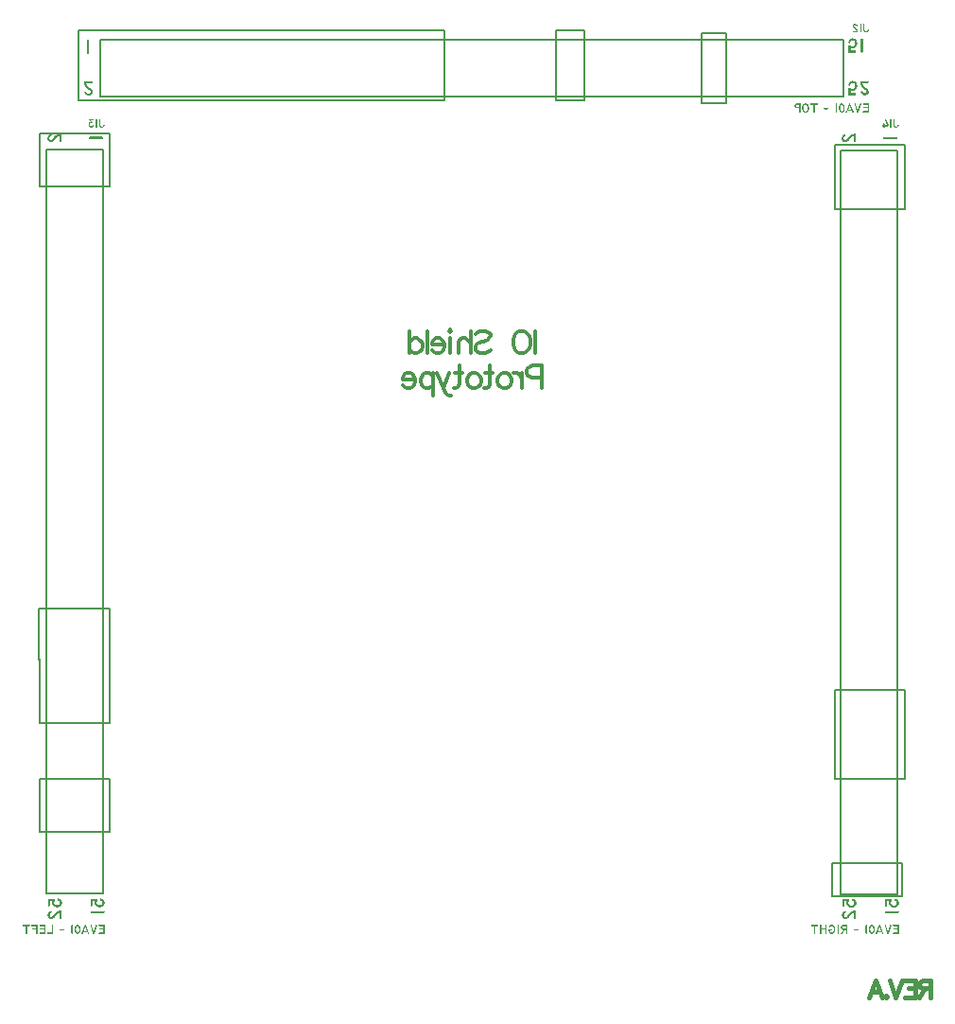
<source format=gbo>
G04*
G04 #@! TF.GenerationSoftware,Altium Limited,Altium Designer,19.1.6 (110)*
G04*
G04 Layer_Color=32896*
%FSLAX44Y44*%
%MOMM*%
G71*
G01*
G75*
%ADD13C,0.4500*%
%ADD14C,0.2000*%
%ADD16C,0.3000*%
G36*
X-367790Y340834D02*
X-367803Y340667D01*
X-367831Y340528D01*
X-367873Y340390D01*
X-367942Y340293D01*
X-368012Y340196D01*
X-368095Y340126D01*
X-368261Y340001D01*
X-368441Y339946D01*
X-368580Y339904D01*
X-368649Y339891D01*
X-368691D01*
X-368719D01*
X-368733D01*
X-368899Y339904D01*
X-369038Y339932D01*
X-369176Y339974D01*
X-369273Y340043D01*
X-369371Y340112D01*
X-369440Y340182D01*
X-369565Y340362D01*
X-369620Y340528D01*
X-369662Y340681D01*
X-369676Y340750D01*
Y345396D01*
X-370106Y345257D01*
X-370494Y345105D01*
X-370827Y344966D01*
X-371118Y344828D01*
X-371257Y344758D01*
X-371368Y344703D01*
X-371465Y344647D01*
X-371534Y344592D01*
X-371603Y344564D01*
X-371645Y344536D01*
X-371673Y344509D01*
X-371687D01*
X-371950Y344328D01*
X-372200Y344134D01*
X-372435Y343912D01*
X-372671Y343690D01*
X-373101Y343233D01*
X-373295Y342997D01*
X-373476Y342761D01*
X-373628Y342553D01*
X-373781Y342345D01*
X-373906Y342165D01*
X-374016Y342012D01*
X-374100Y341874D01*
X-374155Y341777D01*
X-374197Y341721D01*
X-374211Y341693D01*
X-374433Y341347D01*
X-374668Y341055D01*
X-374932Y340792D01*
X-375181Y340570D01*
X-375445Y340376D01*
X-375722Y340223D01*
X-375972Y340098D01*
X-376222Y339987D01*
X-376457Y339918D01*
X-376679Y339849D01*
X-376873Y339807D01*
X-377054Y339780D01*
X-377192Y339766D01*
X-377303Y339752D01*
X-377359D01*
X-377387D01*
X-377622Y339766D01*
X-377858Y339793D01*
X-378080Y339849D01*
X-378288Y339918D01*
X-378662Y340085D01*
X-378843Y340182D01*
X-378995Y340279D01*
X-379134Y340390D01*
X-379259Y340487D01*
X-379370Y340570D01*
X-379467Y340653D01*
X-379536Y340723D01*
X-379592Y340778D01*
X-379619Y340806D01*
X-379633Y340820D01*
X-379786Y340986D01*
X-379924Y341166D01*
X-380049Y341361D01*
X-380146Y341555D01*
X-380229Y341763D01*
X-380299Y341957D01*
X-380410Y342359D01*
X-380451Y342539D01*
X-380479Y342720D01*
X-380493Y342872D01*
X-380507Y343011D01*
X-380521Y343122D01*
Y343524D01*
X-380493Y343760D01*
X-380410Y344203D01*
X-380285Y344620D01*
X-380119Y344994D01*
X-379938Y345327D01*
X-379716Y345632D01*
X-379495Y345909D01*
X-379259Y346145D01*
X-379009Y346339D01*
X-378787Y346520D01*
X-378565Y346658D01*
X-378385Y346783D01*
X-378219Y346866D01*
X-378094Y346922D01*
X-378011Y346963D01*
X-377997Y346977D01*
X-377983D01*
X-377844Y347019D01*
X-377719Y347047D01*
X-377664Y347060D01*
X-377636D01*
X-377608D01*
X-377594D01*
X-377456Y347047D01*
X-377331Y347019D01*
X-377220Y346977D01*
X-377123Y346922D01*
X-377054Y346866D01*
X-376984Y346825D01*
X-376957Y346797D01*
X-376943Y346783D01*
X-376860Y346672D01*
X-376804Y346561D01*
X-376749Y346450D01*
X-376721Y346353D01*
X-376707Y346256D01*
X-376693Y346187D01*
Y346131D01*
X-376721Y345937D01*
X-376776Y345771D01*
X-376873Y345632D01*
X-376984Y345521D01*
X-377081Y345438D01*
X-377178Y345382D01*
X-377234Y345355D01*
X-377262Y345341D01*
X-377539Y345202D01*
X-377775Y345063D01*
X-377969Y344911D01*
X-378135Y344758D01*
X-378246Y344633D01*
X-378330Y344536D01*
X-378385Y344467D01*
X-378399Y344439D01*
X-378482Y344273D01*
X-378538Y344079D01*
X-378579Y343885D01*
X-378607Y343676D01*
X-378621Y343496D01*
X-378635Y343344D01*
Y343205D01*
X-378621Y342955D01*
X-378579Y342747D01*
X-378510Y342553D01*
X-378441Y342401D01*
X-378357Y342276D01*
X-378302Y342179D01*
X-378246Y342123D01*
X-378232Y342109D01*
X-378080Y341971D01*
X-377914Y341874D01*
X-377747Y341804D01*
X-377594Y341763D01*
X-377456Y341721D01*
X-377345Y341707D01*
X-377276D01*
X-377248D01*
X-377081Y341721D01*
X-376915Y341749D01*
X-376762Y341790D01*
X-376624Y341846D01*
X-376374Y341998D01*
X-376166Y342165D01*
X-376013Y342345D01*
X-375889Y342484D01*
X-375847Y342553D01*
X-375819Y342595D01*
X-375792Y342622D01*
Y342636D01*
X-375570Y342997D01*
X-375348Y343344D01*
X-375126Y343663D01*
X-374904Y343954D01*
X-374682Y344231D01*
X-374474Y344481D01*
X-374266Y344717D01*
X-374072Y344925D01*
X-373892Y345105D01*
X-373725Y345271D01*
X-373573Y345410D01*
X-373448Y345521D01*
X-373337Y345618D01*
X-373268Y345674D01*
X-373212Y345715D01*
X-373198Y345729D01*
X-372755Y346034D01*
X-372283Y346311D01*
X-371839Y346547D01*
X-371409Y346741D01*
X-371215Y346811D01*
X-371035Y346894D01*
X-370882Y346950D01*
X-370744Y347005D01*
X-370633Y347033D01*
X-370549Y347060D01*
X-370494Y347088D01*
X-370480D01*
X-370009Y347199D01*
X-369551Y347310D01*
X-369093Y347421D01*
X-368885Y347463D01*
X-368677Y347504D01*
X-368497Y347546D01*
X-368317Y347587D01*
X-368164Y347615D01*
X-368039Y347643D01*
X-367928Y347671D01*
X-367859Y347685D01*
X-367803Y347698D01*
X-367790D01*
Y340834D01*
D02*
G37*
G36*
X-370652Y-336815D02*
X-370555Y-336829D01*
X-370485Y-336843D01*
X-370457D01*
X-370194Y-336940D01*
X-369930Y-337051D01*
X-369695Y-337176D01*
X-369473Y-337301D01*
X-369265Y-337426D01*
X-369071Y-337564D01*
X-368890Y-337689D01*
X-368738Y-337814D01*
X-368599Y-337925D01*
X-368474Y-338036D01*
X-368363Y-338147D01*
X-368280Y-338230D01*
X-368211Y-338299D01*
X-368169Y-338355D01*
X-368141Y-338383D01*
X-368128Y-338396D01*
X-367961Y-338618D01*
X-367822Y-338840D01*
X-367711Y-339062D01*
X-367614Y-339284D01*
X-367531Y-339506D01*
X-367462Y-339728D01*
X-367406Y-339936D01*
X-367365Y-340130D01*
X-367337Y-340324D01*
X-367323Y-340491D01*
X-367309Y-340643D01*
Y-341018D01*
X-367351Y-341350D01*
X-367406Y-341656D01*
X-367476Y-341947D01*
X-367573Y-342210D01*
X-367684Y-342460D01*
X-367795Y-342682D01*
X-367920Y-342876D01*
X-368031Y-343056D01*
X-368155Y-343223D01*
X-368266Y-343361D01*
X-368377Y-343472D01*
X-368474Y-343569D01*
X-368558Y-343639D01*
X-368613Y-343694D01*
X-368655Y-343722D01*
X-368668Y-343736D01*
X-368918Y-343916D01*
X-369168Y-344055D01*
X-369431Y-344193D01*
X-369695Y-344304D01*
X-369972Y-344402D01*
X-370235Y-344485D01*
X-370485Y-344540D01*
X-370735Y-344596D01*
X-370957Y-344637D01*
X-371165Y-344665D01*
X-371359Y-344693D01*
X-371511Y-344707D01*
X-371650Y-344720D01*
X-371747D01*
X-371803D01*
X-371830D01*
X-372163Y-344707D01*
X-372482Y-344665D01*
X-372801Y-344609D01*
X-373092Y-344526D01*
X-373370Y-344429D01*
X-373633Y-344332D01*
X-373869Y-344221D01*
X-374091Y-344110D01*
X-374299Y-343985D01*
X-374465Y-343875D01*
X-374632Y-343777D01*
X-374757Y-343680D01*
X-374854Y-343597D01*
X-374937Y-343542D01*
X-374978Y-343500D01*
X-374992Y-343486D01*
X-375228Y-343250D01*
X-375436Y-343015D01*
X-375616Y-342765D01*
X-375769Y-342529D01*
X-375908Y-342280D01*
X-376005Y-342044D01*
X-376102Y-341822D01*
X-376171Y-341614D01*
X-376227Y-341406D01*
X-376268Y-341226D01*
X-376296Y-341059D01*
X-376324Y-340920D01*
Y-340810D01*
X-376338Y-340726D01*
Y-340435D01*
X-376324Y-340241D01*
X-376310Y-340047D01*
X-376282Y-339880D01*
X-376254Y-339714D01*
X-376227Y-339561D01*
X-376185Y-339437D01*
X-376157Y-339312D01*
X-376130Y-339215D01*
X-376088Y-339118D01*
X-376060Y-339048D01*
X-376032Y-338979D01*
X-376005Y-338937D01*
X-375991Y-338896D01*
X-375977Y-338882D01*
Y-338868D01*
X-378224D01*
Y-342876D01*
X-378238Y-343042D01*
X-378265Y-343181D01*
X-378307Y-343306D01*
X-378376Y-343417D01*
X-378446Y-343500D01*
X-378515Y-343583D01*
X-378695Y-343694D01*
X-378862Y-343750D01*
X-379014Y-343791D01*
X-379070Y-343805D01*
X-379111D01*
X-379139D01*
X-379153D01*
X-379319Y-343791D01*
X-379458Y-343764D01*
X-379583Y-343722D01*
X-379694Y-343666D01*
X-379777Y-343583D01*
X-379860Y-343514D01*
X-379971Y-343348D01*
X-380027Y-343167D01*
X-380068Y-343028D01*
X-380082Y-342959D01*
Y-337051D01*
X-374285D01*
X-374133Y-337065D01*
X-374008Y-337079D01*
X-373897Y-337121D01*
X-373800Y-337176D01*
X-373717Y-337231D01*
X-373647Y-337301D01*
X-373550Y-337440D01*
X-373481Y-337578D01*
X-373453Y-337703D01*
X-373439Y-337800D01*
Y-337828D01*
X-373453Y-337953D01*
X-373495Y-338091D01*
X-373550Y-338230D01*
X-373619Y-338355D01*
X-373689Y-338452D01*
X-373744Y-338549D01*
X-373786Y-338605D01*
X-373800Y-338618D01*
X-373911Y-338771D01*
X-374022Y-338937D01*
X-374174Y-339284D01*
X-374299Y-339617D01*
X-374368Y-339950D01*
X-374396Y-340102D01*
X-374424Y-340227D01*
X-374438Y-340352D01*
Y-340463D01*
X-374451Y-340546D01*
Y-340671D01*
X-374438Y-340837D01*
X-374424Y-340990D01*
X-374327Y-341281D01*
X-374202Y-341545D01*
X-374063Y-341780D01*
X-373924Y-341961D01*
X-373800Y-342099D01*
X-373744Y-342155D01*
X-373703Y-342196D01*
X-373689Y-342210D01*
X-373675Y-342224D01*
X-373522Y-342349D01*
X-373370Y-342446D01*
X-373217Y-342543D01*
X-373065Y-342612D01*
X-372746Y-342737D01*
X-372468Y-342821D01*
X-372205Y-342862D01*
X-372108Y-342890D01*
X-372011D01*
X-371941Y-342904D01*
X-371872D01*
X-371844D01*
X-371830D01*
X-371428Y-342876D01*
X-371068Y-342821D01*
X-370762Y-342751D01*
X-370499Y-342654D01*
X-370388Y-342612D01*
X-370277Y-342557D01*
X-370194Y-342515D01*
X-370125Y-342488D01*
X-370069Y-342446D01*
X-370028Y-342432D01*
X-370014Y-342404D01*
X-370000D01*
X-369861Y-342307D01*
X-369750Y-342183D01*
X-369639Y-342072D01*
X-369542Y-341947D01*
X-369403Y-341697D01*
X-369292Y-341447D01*
X-369237Y-341226D01*
X-369209Y-341129D01*
X-369195Y-341045D01*
X-369182Y-340976D01*
X-369168Y-340920D01*
Y-340879D01*
X-369182Y-340602D01*
X-369223Y-340338D01*
X-369320Y-340088D01*
X-369445Y-339853D01*
X-369598Y-339645D01*
X-369764Y-339450D01*
X-369958Y-339270D01*
X-370139Y-339118D01*
X-370333Y-338979D01*
X-370527Y-338854D01*
X-370707Y-338757D01*
X-370860Y-338674D01*
X-370998Y-338605D01*
X-371095Y-338563D01*
X-371165Y-338535D01*
X-371193Y-338521D01*
X-371359Y-338452D01*
X-371470Y-338341D01*
X-371553Y-338216D01*
X-371622Y-338078D01*
X-371650Y-337967D01*
X-371664Y-337856D01*
X-371678Y-337786D01*
Y-337758D01*
X-371664Y-337620D01*
X-371636Y-337495D01*
X-371595Y-337384D01*
X-371553Y-337287D01*
X-371498Y-337204D01*
X-371456Y-337148D01*
X-371428Y-337107D01*
X-371414Y-337093D01*
X-371317Y-336996D01*
X-371206Y-336926D01*
X-371109Y-336871D01*
X-370998Y-336843D01*
X-370915Y-336815D01*
X-370846Y-336802D01*
X-370790D01*
X-370776D01*
X-370652Y-336815D01*
D02*
G37*
G36*
X-367490Y-354054D02*
X-367504Y-354220D01*
X-367531Y-354359D01*
X-367573Y-354498D01*
X-367642Y-354595D01*
X-367711Y-354692D01*
X-367795Y-354761D01*
X-367961Y-354886D01*
X-368141Y-354941D01*
X-368280Y-354983D01*
X-368349Y-354997D01*
X-368391D01*
X-368419D01*
X-368433D01*
X-368599Y-354983D01*
X-368738Y-354955D01*
X-368876Y-354914D01*
X-368974Y-354844D01*
X-369071Y-354775D01*
X-369140Y-354706D01*
X-369265Y-354525D01*
X-369320Y-354359D01*
X-369362Y-354207D01*
X-369376Y-354137D01*
Y-349491D01*
X-369806Y-349630D01*
X-370194Y-349782D01*
X-370527Y-349921D01*
X-370818Y-350060D01*
X-370957Y-350129D01*
X-371068Y-350185D01*
X-371165Y-350240D01*
X-371234Y-350296D01*
X-371303Y-350323D01*
X-371345Y-350351D01*
X-371373Y-350379D01*
X-371387D01*
X-371650Y-350559D01*
X-371900Y-350753D01*
X-372136Y-350975D01*
X-372371Y-351197D01*
X-372801Y-351655D01*
X-372995Y-351890D01*
X-373176Y-352126D01*
X-373328Y-352334D01*
X-373481Y-352542D01*
X-373606Y-352723D01*
X-373717Y-352875D01*
X-373800Y-353014D01*
X-373855Y-353111D01*
X-373897Y-353166D01*
X-373911Y-353194D01*
X-374133Y-353541D01*
X-374368Y-353832D01*
X-374632Y-354095D01*
X-374881Y-354317D01*
X-375145Y-354512D01*
X-375422Y-354664D01*
X-375672Y-354789D01*
X-375922Y-354900D01*
X-376157Y-354969D01*
X-376379Y-355039D01*
X-376573Y-355080D01*
X-376754Y-355108D01*
X-376892Y-355122D01*
X-377003Y-355136D01*
X-377059D01*
X-377086D01*
X-377322Y-355122D01*
X-377558Y-355094D01*
X-377780Y-355039D01*
X-377988Y-354969D01*
X-378362Y-354803D01*
X-378543Y-354706D01*
X-378695Y-354609D01*
X-378834Y-354498D01*
X-378959Y-354401D01*
X-379070Y-354317D01*
X-379167Y-354234D01*
X-379236Y-354165D01*
X-379292Y-354109D01*
X-379319Y-354082D01*
X-379333Y-354068D01*
X-379486Y-353901D01*
X-379624Y-353721D01*
X-379749Y-353527D01*
X-379846Y-353333D01*
X-379930Y-353125D01*
X-379999Y-352931D01*
X-380110Y-352528D01*
X-380151Y-352348D01*
X-380179Y-352168D01*
X-380193Y-352015D01*
X-380207Y-351877D01*
X-380221Y-351766D01*
Y-351363D01*
X-380193Y-351128D01*
X-380110Y-350684D01*
X-379985Y-350268D01*
X-379819Y-349893D01*
X-379638Y-349561D01*
X-379416Y-349255D01*
X-379194Y-348978D01*
X-378959Y-348742D01*
X-378709Y-348548D01*
X-378487Y-348368D01*
X-378265Y-348229D01*
X-378085Y-348104D01*
X-377919Y-348021D01*
X-377794Y-347966D01*
X-377711Y-347924D01*
X-377697Y-347910D01*
X-377683D01*
X-377544Y-347869D01*
X-377419Y-347841D01*
X-377364Y-347827D01*
X-377336D01*
X-377308D01*
X-377295D01*
X-377156Y-347841D01*
X-377031Y-347869D01*
X-376920Y-347910D01*
X-376823Y-347966D01*
X-376754Y-348021D01*
X-376684Y-348063D01*
X-376657Y-348091D01*
X-376643Y-348104D01*
X-376559Y-348215D01*
X-376504Y-348326D01*
X-376449Y-348437D01*
X-376421Y-348534D01*
X-376407Y-348631D01*
X-376393Y-348701D01*
Y-348756D01*
X-376421Y-348950D01*
X-376476Y-349117D01*
X-376573Y-349255D01*
X-376684Y-349366D01*
X-376781Y-349450D01*
X-376879Y-349505D01*
X-376934Y-349533D01*
X-376962Y-349547D01*
X-377239Y-349685D01*
X-377475Y-349824D01*
X-377669Y-349977D01*
X-377835Y-350129D01*
X-377946Y-350254D01*
X-378030Y-350351D01*
X-378085Y-350420D01*
X-378099Y-350448D01*
X-378182Y-350615D01*
X-378238Y-350809D01*
X-378279Y-351003D01*
X-378307Y-351211D01*
X-378321Y-351391D01*
X-378335Y-351544D01*
Y-351682D01*
X-378321Y-351932D01*
X-378279Y-352140D01*
X-378210Y-352334D01*
X-378140Y-352487D01*
X-378057Y-352612D01*
X-378002Y-352709D01*
X-377946Y-352764D01*
X-377933Y-352778D01*
X-377780Y-352917D01*
X-377613Y-353014D01*
X-377447Y-353083D01*
X-377295Y-353125D01*
X-377156Y-353166D01*
X-377045Y-353180D01*
X-376976D01*
X-376948D01*
X-376781Y-353166D01*
X-376615Y-353139D01*
X-376462Y-353097D01*
X-376324Y-353041D01*
X-376074Y-352889D01*
X-375866Y-352723D01*
X-375714Y-352542D01*
X-375589Y-352404D01*
X-375547Y-352334D01*
X-375519Y-352293D01*
X-375492Y-352265D01*
Y-352251D01*
X-375270Y-351890D01*
X-375048Y-351544D01*
X-374826Y-351225D01*
X-374604Y-350933D01*
X-374382Y-350656D01*
X-374174Y-350406D01*
X-373966Y-350171D01*
X-373772Y-349963D01*
X-373592Y-349782D01*
X-373425Y-349616D01*
X-373273Y-349477D01*
X-373148Y-349366D01*
X-373037Y-349269D01*
X-372968Y-349214D01*
X-372912Y-349172D01*
X-372898Y-349158D01*
X-372454Y-348853D01*
X-371983Y-348576D01*
X-371539Y-348340D01*
X-371109Y-348146D01*
X-370915Y-348077D01*
X-370735Y-347993D01*
X-370582Y-347938D01*
X-370444Y-347882D01*
X-370333Y-347855D01*
X-370249Y-347827D01*
X-370194Y-347799D01*
X-370180D01*
X-369709Y-347688D01*
X-369251Y-347577D01*
X-368793Y-347466D01*
X-368585Y-347425D01*
X-368377Y-347383D01*
X-368197Y-347342D01*
X-368017Y-347300D01*
X-367864Y-347272D01*
X-367739Y-347244D01*
X-367628Y-347217D01*
X-367559Y-347203D01*
X-367504Y-347189D01*
X-367490D01*
Y-354054D01*
D02*
G37*
G36*
X-331386Y344684D02*
X-331247Y344657D01*
X-331122Y344615D01*
X-331025Y344560D01*
X-330928Y344490D01*
X-330859Y344407D01*
X-330748Y344241D01*
X-330692Y344074D01*
X-330651Y343922D01*
X-330637Y343866D01*
Y343783D01*
X-330651Y343617D01*
X-330679Y343478D01*
X-330720Y343339D01*
X-330776Y343242D01*
X-330845Y343145D01*
X-330928Y343076D01*
X-331095Y342951D01*
X-331261Y342896D01*
X-331414Y342854D01*
X-331469Y342840D01*
X-331511D01*
X-331539D01*
X-331552D01*
X-342481D01*
X-342647Y342854D01*
X-342786Y342882D01*
X-342911Y342923D01*
X-343022Y342993D01*
X-343105Y343062D01*
X-343188Y343131D01*
X-343299Y343312D01*
X-343354Y343478D01*
X-343396Y343630D01*
X-343410Y343700D01*
Y343783D01*
X-343396Y343950D01*
X-343368Y344088D01*
X-343327Y344213D01*
X-343271Y344310D01*
X-343188Y344407D01*
X-343119Y344477D01*
X-342952Y344587D01*
X-342772Y344643D01*
X-342633Y344684D01*
X-342564Y344698D01*
X-342522D01*
X-342495D01*
X-342481D01*
X-331552D01*
X-331386Y344684D01*
D02*
G37*
G36*
X-332552Y-336815D02*
X-332454Y-336829D01*
X-332385Y-336843D01*
X-332357D01*
X-332094Y-336940D01*
X-331830Y-337051D01*
X-331595Y-337176D01*
X-331373Y-337301D01*
X-331165Y-337426D01*
X-330971Y-337564D01*
X-330790Y-337689D01*
X-330638Y-337814D01*
X-330499Y-337925D01*
X-330374Y-338036D01*
X-330263Y-338147D01*
X-330180Y-338230D01*
X-330111Y-338299D01*
X-330069Y-338355D01*
X-330041Y-338383D01*
X-330028Y-338396D01*
X-329861Y-338618D01*
X-329722Y-338840D01*
X-329612Y-339062D01*
X-329514Y-339284D01*
X-329431Y-339506D01*
X-329362Y-339728D01*
X-329306Y-339936D01*
X-329265Y-340130D01*
X-329237Y-340324D01*
X-329223Y-340491D01*
X-329209Y-340643D01*
Y-341018D01*
X-329251Y-341350D01*
X-329306Y-341656D01*
X-329376Y-341947D01*
X-329473Y-342210D01*
X-329584Y-342460D01*
X-329695Y-342682D01*
X-329819Y-342876D01*
X-329930Y-343056D01*
X-330055Y-343223D01*
X-330166Y-343361D01*
X-330277Y-343472D01*
X-330374Y-343569D01*
X-330457Y-343639D01*
X-330513Y-343694D01*
X-330555Y-343722D01*
X-330568Y-343736D01*
X-330818Y-343916D01*
X-331068Y-344055D01*
X-331331Y-344193D01*
X-331595Y-344304D01*
X-331872Y-344402D01*
X-332136Y-344485D01*
X-332385Y-344540D01*
X-332635Y-344596D01*
X-332857Y-344637D01*
X-333065Y-344665D01*
X-333259Y-344693D01*
X-333411Y-344707D01*
X-333550Y-344720D01*
X-333647D01*
X-333703D01*
X-333730D01*
X-334063Y-344707D01*
X-334382Y-344665D01*
X-334701Y-344609D01*
X-334992Y-344526D01*
X-335270Y-344429D01*
X-335533Y-344332D01*
X-335769Y-344221D01*
X-335991Y-344110D01*
X-336199Y-343985D01*
X-336365Y-343875D01*
X-336532Y-343777D01*
X-336657Y-343680D01*
X-336754Y-343597D01*
X-336837Y-343542D01*
X-336879Y-343500D01*
X-336892Y-343486D01*
X-337128Y-343250D01*
X-337336Y-343015D01*
X-337517Y-342765D01*
X-337669Y-342529D01*
X-337808Y-342280D01*
X-337905Y-342044D01*
X-338002Y-341822D01*
X-338071Y-341614D01*
X-338127Y-341406D01*
X-338168Y-341226D01*
X-338196Y-341059D01*
X-338224Y-340920D01*
Y-340810D01*
X-338238Y-340726D01*
Y-340435D01*
X-338224Y-340241D01*
X-338210Y-340047D01*
X-338182Y-339880D01*
X-338154Y-339714D01*
X-338127Y-339561D01*
X-338085Y-339437D01*
X-338057Y-339312D01*
X-338030Y-339215D01*
X-337988Y-339118D01*
X-337960Y-339048D01*
X-337933Y-338979D01*
X-337905Y-338937D01*
X-337891Y-338896D01*
X-337877Y-338882D01*
Y-338868D01*
X-340124D01*
Y-342876D01*
X-340138Y-343042D01*
X-340165Y-343181D01*
X-340207Y-343306D01*
X-340276Y-343417D01*
X-340346Y-343500D01*
X-340415Y-343583D01*
X-340595Y-343694D01*
X-340762Y-343750D01*
X-340914Y-343791D01*
X-340970Y-343805D01*
X-341011D01*
X-341039D01*
X-341053D01*
X-341219Y-343791D01*
X-341358Y-343764D01*
X-341483Y-343722D01*
X-341594Y-343666D01*
X-341677Y-343583D01*
X-341760Y-343514D01*
X-341871Y-343348D01*
X-341927Y-343167D01*
X-341968Y-343028D01*
X-341982Y-342959D01*
Y-337051D01*
X-336185D01*
X-336033Y-337065D01*
X-335908Y-337079D01*
X-335797Y-337121D01*
X-335700Y-337176D01*
X-335616Y-337231D01*
X-335547Y-337301D01*
X-335450Y-337440D01*
X-335381Y-337578D01*
X-335353Y-337703D01*
X-335339Y-337800D01*
Y-337828D01*
X-335353Y-337953D01*
X-335395Y-338091D01*
X-335450Y-338230D01*
X-335519Y-338355D01*
X-335589Y-338452D01*
X-335644Y-338549D01*
X-335686Y-338605D01*
X-335700Y-338618D01*
X-335811Y-338771D01*
X-335922Y-338937D01*
X-336074Y-339284D01*
X-336199Y-339617D01*
X-336268Y-339950D01*
X-336296Y-340102D01*
X-336324Y-340227D01*
X-336338Y-340352D01*
Y-340463D01*
X-336352Y-340546D01*
Y-340671D01*
X-336338Y-340837D01*
X-336324Y-340990D01*
X-336227Y-341281D01*
X-336102Y-341545D01*
X-335963Y-341780D01*
X-335825Y-341961D01*
X-335700Y-342099D01*
X-335644Y-342155D01*
X-335603Y-342196D01*
X-335589Y-342210D01*
X-335575Y-342224D01*
X-335422Y-342349D01*
X-335270Y-342446D01*
X-335117Y-342543D01*
X-334965Y-342612D01*
X-334646Y-342737D01*
X-334368Y-342821D01*
X-334105Y-342862D01*
X-334008Y-342890D01*
X-333911D01*
X-333841Y-342904D01*
X-333772D01*
X-333744D01*
X-333730D01*
X-333328Y-342876D01*
X-332968Y-342821D01*
X-332663Y-342751D01*
X-332399Y-342654D01*
X-332288Y-342612D01*
X-332177Y-342557D01*
X-332094Y-342515D01*
X-332025Y-342488D01*
X-331969Y-342446D01*
X-331927Y-342432D01*
X-331914Y-342404D01*
X-331900D01*
X-331761Y-342307D01*
X-331650Y-342183D01*
X-331539Y-342072D01*
X-331442Y-341947D01*
X-331303Y-341697D01*
X-331193Y-341447D01*
X-331137Y-341226D01*
X-331109Y-341129D01*
X-331095Y-341045D01*
X-331082Y-340976D01*
X-331068Y-340920D01*
Y-340879D01*
X-331082Y-340602D01*
X-331123Y-340338D01*
X-331220Y-340088D01*
X-331345Y-339853D01*
X-331498Y-339645D01*
X-331664Y-339450D01*
X-331858Y-339270D01*
X-332038Y-339118D01*
X-332233Y-338979D01*
X-332427Y-338854D01*
X-332607Y-338757D01*
X-332760Y-338674D01*
X-332898Y-338605D01*
X-332995Y-338563D01*
X-333065Y-338535D01*
X-333092Y-338521D01*
X-333259Y-338452D01*
X-333370Y-338341D01*
X-333453Y-338216D01*
X-333522Y-338078D01*
X-333550Y-337967D01*
X-333564Y-337856D01*
X-333578Y-337786D01*
Y-337758D01*
X-333564Y-337620D01*
X-333536Y-337495D01*
X-333495Y-337384D01*
X-333453Y-337287D01*
X-333398Y-337204D01*
X-333356Y-337148D01*
X-333328Y-337107D01*
X-333314Y-337093D01*
X-333217Y-336996D01*
X-333106Y-336926D01*
X-333009Y-336871D01*
X-332898Y-336843D01*
X-332815Y-336815D01*
X-332746Y-336802D01*
X-332690D01*
X-332676D01*
X-332552Y-336815D01*
D02*
G37*
G36*
X-329986Y-347938D02*
X-329847Y-347966D01*
X-329722Y-348007D01*
X-329625Y-348063D01*
X-329528Y-348132D01*
X-329459Y-348215D01*
X-329348Y-348382D01*
X-329292Y-348548D01*
X-329251Y-348701D01*
X-329237Y-348756D01*
Y-348839D01*
X-329251Y-349006D01*
X-329279Y-349145D01*
X-329320Y-349283D01*
X-329376Y-349380D01*
X-329445Y-349477D01*
X-329528Y-349547D01*
X-329695Y-349672D01*
X-329861Y-349727D01*
X-330014Y-349769D01*
X-330069Y-349782D01*
X-330111D01*
X-330139D01*
X-330152D01*
X-341081D01*
X-341247Y-349769D01*
X-341386Y-349741D01*
X-341511Y-349699D01*
X-341622Y-349630D01*
X-341705Y-349561D01*
X-341788Y-349491D01*
X-341899Y-349311D01*
X-341954Y-349145D01*
X-341996Y-348992D01*
X-342010Y-348923D01*
Y-348839D01*
X-341996Y-348673D01*
X-341968Y-348534D01*
X-341927Y-348410D01*
X-341871Y-348312D01*
X-341788Y-348215D01*
X-341719Y-348146D01*
X-341552Y-348035D01*
X-341372Y-347980D01*
X-341233Y-347938D01*
X-341164Y-347924D01*
X-341122D01*
X-341095D01*
X-341081D01*
X-330152D01*
X-329986Y-347938D01*
D02*
G37*
G36*
X-340770Y394166D02*
X-340632Y394138D01*
X-340493Y394097D01*
X-340396Y394027D01*
X-340299Y393958D01*
X-340229Y393875D01*
X-340105Y393708D01*
X-340049Y393528D01*
X-340008Y393390D01*
X-339994Y393320D01*
Y393279D01*
Y393251D01*
Y393237D01*
X-340008Y393071D01*
X-340035Y392932D01*
X-340077Y392793D01*
X-340146Y392696D01*
X-340216Y392599D01*
X-340285Y392530D01*
X-340465Y392405D01*
X-340632Y392349D01*
X-340784Y392308D01*
X-340854Y392294D01*
X-345499D01*
X-345361Y391864D01*
X-345208Y391476D01*
X-345070Y391143D01*
X-344931Y390852D01*
X-344861Y390713D01*
X-344806Y390602D01*
X-344751Y390505D01*
X-344695Y390436D01*
X-344667Y390366D01*
X-344640Y390325D01*
X-344612Y390297D01*
Y390283D01*
X-344432Y390019D01*
X-344238Y389770D01*
X-344016Y389534D01*
X-343794Y389298D01*
X-343336Y388868D01*
X-343100Y388674D01*
X-342864Y388494D01*
X-342657Y388341D01*
X-342448Y388189D01*
X-342268Y388064D01*
X-342116Y387953D01*
X-341977Y387870D01*
X-341880Y387814D01*
X-341824Y387773D01*
X-341797Y387759D01*
X-341450Y387537D01*
X-341159Y387301D01*
X-340895Y387038D01*
X-340673Y386788D01*
X-340479Y386525D01*
X-340327Y386247D01*
X-340202Y385998D01*
X-340091Y385748D01*
X-340022Y385512D01*
X-339952Y385290D01*
X-339911Y385096D01*
X-339883Y384916D01*
X-339869Y384777D01*
X-339855Y384666D01*
Y384611D01*
Y384583D01*
X-339869Y384347D01*
X-339897Y384112D01*
X-339952Y383890D01*
X-340022Y383682D01*
X-340188Y383307D01*
X-340285Y383127D01*
X-340382Y382974D01*
X-340493Y382836D01*
X-340590Y382711D01*
X-340673Y382600D01*
X-340756Y382503D01*
X-340826Y382434D01*
X-340881Y382378D01*
X-340909Y382350D01*
X-340923Y382336D01*
X-341089Y382184D01*
X-341270Y382045D01*
X-341464Y381920D01*
X-341658Y381823D01*
X-341866Y381740D01*
X-342060Y381671D01*
X-342462Y381560D01*
X-342643Y381518D01*
X-342823Y381490D01*
X-342975Y381477D01*
X-343114Y381463D01*
X-343225Y381449D01*
X-343627D01*
X-343863Y381477D01*
X-344307Y381560D01*
X-344723Y381685D01*
X-345097Y381851D01*
X-345430Y382031D01*
X-345735Y382253D01*
X-346013Y382475D01*
X-346248Y382711D01*
X-346442Y382961D01*
X-346623Y383182D01*
X-346762Y383404D01*
X-346886Y383585D01*
X-346969Y383751D01*
X-347025Y383876D01*
X-347067Y383959D01*
X-347080Y383973D01*
Y383987D01*
X-347122Y384125D01*
X-347150Y384250D01*
X-347164Y384306D01*
Y384333D01*
Y384361D01*
Y384375D01*
X-347150Y384514D01*
X-347122Y384639D01*
X-347080Y384749D01*
X-347025Y384847D01*
X-346969Y384916D01*
X-346928Y384985D01*
X-346900Y385013D01*
X-346886Y385027D01*
X-346775Y385110D01*
X-346664Y385166D01*
X-346553Y385221D01*
X-346456Y385249D01*
X-346359Y385263D01*
X-346290Y385276D01*
X-346235D01*
X-346040Y385249D01*
X-345874Y385193D01*
X-345735Y385096D01*
X-345624Y384985D01*
X-345541Y384888D01*
X-345486Y384791D01*
X-345458Y384736D01*
X-345444Y384708D01*
X-345305Y384431D01*
X-345167Y384195D01*
X-345014Y384001D01*
X-344861Y383834D01*
X-344737Y383723D01*
X-344640Y383640D01*
X-344570Y383585D01*
X-344543Y383571D01*
X-344376Y383488D01*
X-344182Y383432D01*
X-343988Y383390D01*
X-343780Y383363D01*
X-343600Y383349D01*
X-343447Y383335D01*
X-343308D01*
X-343059Y383349D01*
X-342851Y383390D01*
X-342657Y383460D01*
X-342504Y383529D01*
X-342379Y383612D01*
X-342282Y383668D01*
X-342226Y383723D01*
X-342213Y383737D01*
X-342074Y383890D01*
X-341977Y384056D01*
X-341908Y384222D01*
X-341866Y384375D01*
X-341824Y384514D01*
X-341810Y384625D01*
Y384694D01*
Y384722D01*
X-341824Y384888D01*
X-341852Y385055D01*
X-341894Y385207D01*
X-341949Y385346D01*
X-342102Y385596D01*
X-342268Y385803D01*
X-342448Y385956D01*
X-342587Y386081D01*
X-342657Y386123D01*
X-342698Y386150D01*
X-342726Y386178D01*
X-342740D01*
X-343100Y386400D01*
X-343447Y386622D01*
X-343766Y386844D01*
X-344057Y387066D01*
X-344334Y387287D01*
X-344584Y387495D01*
X-344820Y387704D01*
X-345028Y387898D01*
X-345208Y388078D01*
X-345375Y388244D01*
X-345513Y388397D01*
X-345624Y388522D01*
X-345721Y388633D01*
X-345777Y388702D01*
X-345818Y388758D01*
X-345832Y388771D01*
X-346137Y389215D01*
X-346415Y389687D01*
X-346651Y390131D01*
X-346845Y390560D01*
X-346914Y390755D01*
X-346997Y390935D01*
X-347053Y391087D01*
X-347108Y391226D01*
X-347136Y391337D01*
X-347164Y391420D01*
X-347191Y391476D01*
Y391490D01*
X-347302Y391961D01*
X-347413Y392419D01*
X-347524Y392876D01*
X-347566Y393084D01*
X-347607Y393293D01*
X-347649Y393473D01*
X-347691Y393653D01*
X-347718Y393806D01*
X-347746Y393930D01*
X-347774Y394041D01*
X-347788Y394111D01*
X-347802Y394166D01*
Y394180D01*
X-340937D01*
X-340770Y394166D01*
D02*
G37*
G36*
X341247Y394619D02*
X341552Y394563D01*
X341843Y394494D01*
X342107Y394397D01*
X342357Y394286D01*
X342579Y394175D01*
X342773Y394050D01*
X342953Y393939D01*
X343119Y393814D01*
X343258Y393703D01*
X343369Y393592D01*
X343466Y393495D01*
X343535Y393412D01*
X343591Y393357D01*
X343619Y393315D01*
X343633Y393301D01*
X343813Y393052D01*
X343951Y392802D01*
X344090Y392538D01*
X344201Y392275D01*
X344298Y391998D01*
X344381Y391734D01*
X344437Y391484D01*
X344492Y391235D01*
X344534Y391013D01*
X344562Y390805D01*
X344590Y390611D01*
X344603Y390458D01*
X344617Y390320D01*
Y390222D01*
Y390167D01*
Y390139D01*
X344603Y389806D01*
X344562Y389487D01*
X344506Y389168D01*
X344423Y388877D01*
X344326Y388600D01*
X344229Y388336D01*
X344118Y388101D01*
X344007Y387879D01*
X343882Y387671D01*
X343771Y387504D01*
X343674Y387338D01*
X343577Y387213D01*
X343494Y387116D01*
X343438Y387033D01*
X343397Y386991D01*
X343383Y386977D01*
X343147Y386741D01*
X342911Y386533D01*
X342662Y386353D01*
X342426Y386201D01*
X342176Y386062D01*
X341941Y385965D01*
X341719Y385868D01*
X341511Y385798D01*
X341303Y385743D01*
X341122Y385701D01*
X340956Y385674D01*
X340817Y385646D01*
X340706D01*
X340623Y385632D01*
X340332D01*
X340138Y385646D01*
X339944Y385660D01*
X339777Y385687D01*
X339611Y385715D01*
X339458Y385743D01*
X339333Y385784D01*
X339208Y385812D01*
X339111Y385840D01*
X339014Y385882D01*
X338945Y385909D01*
X338876Y385937D01*
X338834Y385965D01*
X338792Y385979D01*
X338779Y385993D01*
X338765D01*
Y383746D01*
X342773D01*
X342939Y383732D01*
X343078Y383704D01*
X343203Y383663D01*
X343314Y383593D01*
X343397Y383524D01*
X343480Y383455D01*
X343591Y383274D01*
X343646Y383108D01*
X343688Y382955D01*
X343702Y382900D01*
Y382858D01*
Y382831D01*
Y382817D01*
X343688Y382650D01*
X343660Y382512D01*
X343619Y382387D01*
X343563Y382276D01*
X343480Y382193D01*
X343411Y382109D01*
X343244Y381998D01*
X343064Y381943D01*
X342925Y381901D01*
X342856Y381888D01*
X336948D01*
Y387685D01*
X336962Y387837D01*
X336976Y387962D01*
X337017Y388073D01*
X337073Y388170D01*
X337128Y388253D01*
X337198Y388322D01*
X337336Y388419D01*
X337475Y388489D01*
X337600Y388517D01*
X337697Y388531D01*
X337725D01*
X337849Y388517D01*
X337988Y388475D01*
X338127Y388419D01*
X338252Y388350D01*
X338349Y388281D01*
X338446Y388225D01*
X338501Y388184D01*
X338515Y388170D01*
X338668Y388059D01*
X338834Y387948D01*
X339181Y387795D01*
X339514Y387671D01*
X339846Y387601D01*
X339999Y387574D01*
X340124Y387546D01*
X340249Y387532D01*
X340360D01*
X340443Y387518D01*
X340568D01*
X340734Y387532D01*
X340887Y387546D01*
X341178Y387643D01*
X341441Y387768D01*
X341677Y387906D01*
X341857Y388045D01*
X341996Y388170D01*
X342052Y388225D01*
X342093Y388267D01*
X342107Y388281D01*
X342121Y388295D01*
X342246Y388447D01*
X342343Y388600D01*
X342440Y388752D01*
X342509Y388905D01*
X342634Y389224D01*
X342717Y389501D01*
X342759Y389765D01*
X342787Y389862D01*
Y389959D01*
X342800Y390028D01*
Y390098D01*
Y390125D01*
Y390139D01*
X342773Y390541D01*
X342717Y390902D01*
X342648Y391207D01*
X342551Y391471D01*
X342509Y391581D01*
X342454Y391693D01*
X342412Y391776D01*
X342384Y391845D01*
X342343Y391900D01*
X342329Y391942D01*
X342301Y391956D01*
Y391970D01*
X342204Y392108D01*
X342079Y392220D01*
X341968Y392330D01*
X341843Y392427D01*
X341594Y392566D01*
X341344Y392677D01*
X341122Y392733D01*
X341025Y392760D01*
X340942Y392774D01*
X340873Y392788D01*
X340817Y392802D01*
X340776D01*
X340498Y392788D01*
X340235Y392747D01*
X339985Y392649D01*
X339749Y392525D01*
X339541Y392372D01*
X339347Y392206D01*
X339167Y392011D01*
X339014Y391831D01*
X338876Y391637D01*
X338751Y391443D01*
X338654Y391263D01*
X338571Y391110D01*
X338501Y390971D01*
X338460Y390874D01*
X338432Y390805D01*
X338418Y390777D01*
X338349Y390611D01*
X338238Y390500D01*
X338113Y390417D01*
X337974Y390347D01*
X337863Y390320D01*
X337752Y390306D01*
X337683Y390292D01*
X337655D01*
X337517Y390306D01*
X337392Y390333D01*
X337281Y390375D01*
X337184Y390417D01*
X337100Y390472D01*
X337045Y390514D01*
X337003Y390541D01*
X336990Y390555D01*
X336893Y390652D01*
X336823Y390763D01*
X336768Y390860D01*
X336740Y390971D01*
X336712Y391054D01*
X336698Y391124D01*
Y391179D01*
Y391193D01*
X336712Y391318D01*
X336726Y391415D01*
X336740Y391484D01*
Y391512D01*
X336837Y391776D01*
X336948Y392039D01*
X337073Y392275D01*
X337198Y392497D01*
X337322Y392705D01*
X337461Y392899D01*
X337586Y393079D01*
X337711Y393232D01*
X337822Y393371D01*
X337933Y393495D01*
X338044Y393606D01*
X338127Y393689D01*
X338196Y393759D01*
X338252Y393801D01*
X338279Y393828D01*
X338293Y393842D01*
X338515Y394008D01*
X338737Y394147D01*
X338959Y394258D01*
X339181Y394355D01*
X339403Y394438D01*
X339625Y394508D01*
X339833Y394563D01*
X340027Y394605D01*
X340221Y394633D01*
X340387Y394646D01*
X340540Y394660D01*
X340914D01*
X341247Y394619D01*
D02*
G37*
G36*
X354117Y394466D02*
X354256Y394438D01*
X354394Y394397D01*
X354492Y394328D01*
X354589Y394258D01*
X354658Y394175D01*
X354783Y394008D01*
X354838Y393828D01*
X354880Y393689D01*
X354894Y393620D01*
Y393579D01*
Y393551D01*
Y393537D01*
X354880Y393371D01*
X354852Y393232D01*
X354810Y393093D01*
X354741Y392996D01*
X354672Y392899D01*
X354602Y392830D01*
X354422Y392705D01*
X354256Y392649D01*
X354103Y392608D01*
X354034Y392594D01*
X349388D01*
X349527Y392164D01*
X349679Y391776D01*
X349818Y391443D01*
X349957Y391152D01*
X350026Y391013D01*
X350081Y390902D01*
X350137Y390805D01*
X350192Y390736D01*
X350220Y390666D01*
X350248Y390625D01*
X350275Y390597D01*
Y390583D01*
X350456Y390320D01*
X350650Y390070D01*
X350872Y389834D01*
X351094Y389598D01*
X351551Y389168D01*
X351787Y388974D01*
X352023Y388794D01*
X352231Y388641D01*
X352439Y388489D01*
X352619Y388364D01*
X352772Y388253D01*
X352910Y388170D01*
X353008Y388114D01*
X353063Y388073D01*
X353091Y388059D01*
X353438Y387837D01*
X353729Y387601D01*
X353992Y387338D01*
X354214Y387088D01*
X354408Y386825D01*
X354561Y386547D01*
X354686Y386298D01*
X354797Y386048D01*
X354866Y385812D01*
X354935Y385590D01*
X354977Y385396D01*
X355005Y385216D01*
X355019Y385077D01*
X355032Y384966D01*
Y384911D01*
Y384883D01*
X355019Y384647D01*
X354991Y384412D01*
X354935Y384190D01*
X354866Y383982D01*
X354700Y383607D01*
X354602Y383427D01*
X354505Y383274D01*
X354394Y383136D01*
X354297Y383011D01*
X354214Y382900D01*
X354131Y382803D01*
X354062Y382733D01*
X354006Y382678D01*
X353978Y382650D01*
X353965Y382636D01*
X353798Y382484D01*
X353618Y382345D01*
X353424Y382220D01*
X353229Y382123D01*
X353021Y382040D01*
X352827Y381971D01*
X352425Y381860D01*
X352245Y381818D01*
X352065Y381790D01*
X351912Y381777D01*
X351773Y381763D01*
X351662Y381749D01*
X351260D01*
X351024Y381777D01*
X350581Y381860D01*
X350165Y381985D01*
X349790Y382151D01*
X349457Y382331D01*
X349152Y382553D01*
X348875Y382775D01*
X348639Y383011D01*
X348445Y383260D01*
X348265Y383482D01*
X348126Y383704D01*
X348001Y383885D01*
X347918Y384051D01*
X347862Y384176D01*
X347821Y384259D01*
X347807Y384273D01*
Y384287D01*
X347765Y384425D01*
X347738Y384550D01*
X347724Y384606D01*
Y384633D01*
Y384661D01*
Y384675D01*
X347738Y384814D01*
X347765Y384939D01*
X347807Y385050D01*
X347862Y385147D01*
X347918Y385216D01*
X347960Y385285D01*
X347987Y385313D01*
X348001Y385327D01*
X348112Y385410D01*
X348223Y385466D01*
X348334Y385521D01*
X348431Y385549D01*
X348528Y385563D01*
X348597Y385577D01*
X348653D01*
X348847Y385549D01*
X349013Y385493D01*
X349152Y385396D01*
X349263Y385285D01*
X349346Y385188D01*
X349402Y385091D01*
X349430Y385036D01*
X349443Y385008D01*
X349582Y384730D01*
X349721Y384495D01*
X349873Y384301D01*
X350026Y384134D01*
X350151Y384023D01*
X350248Y383940D01*
X350317Y383885D01*
X350345Y383871D01*
X350511Y383787D01*
X350705Y383732D01*
X350900Y383690D01*
X351108Y383663D01*
X351288Y383649D01*
X351440Y383635D01*
X351579D01*
X351829Y383649D01*
X352037Y383690D01*
X352231Y383760D01*
X352383Y383829D01*
X352508Y383912D01*
X352605Y383968D01*
X352661Y384023D01*
X352675Y384037D01*
X352813Y384190D01*
X352910Y384356D01*
X352980Y384523D01*
X353021Y384675D01*
X353063Y384814D01*
X353077Y384925D01*
Y384994D01*
Y385022D01*
X353063Y385188D01*
X353035Y385355D01*
X352994Y385507D01*
X352938Y385646D01*
X352786Y385896D01*
X352619Y386104D01*
X352439Y386256D01*
X352300Y386381D01*
X352231Y386423D01*
X352189Y386450D01*
X352162Y386478D01*
X352148D01*
X351787Y386700D01*
X351440Y386922D01*
X351121Y387144D01*
X350830Y387365D01*
X350553Y387587D01*
X350303Y387795D01*
X350067Y388004D01*
X349859Y388198D01*
X349679Y388378D01*
X349513Y388544D01*
X349374Y388697D01*
X349263Y388822D01*
X349166Y388933D01*
X349111Y389002D01*
X349069Y389058D01*
X349055Y389071D01*
X348750Y389515D01*
X348473Y389987D01*
X348237Y390430D01*
X348043Y390860D01*
X347973Y391054D01*
X347890Y391235D01*
X347835Y391387D01*
X347779Y391526D01*
X347752Y391637D01*
X347724Y391720D01*
X347696Y391776D01*
Y391790D01*
X347585Y392261D01*
X347474Y392719D01*
X347363Y393176D01*
X347322Y393384D01*
X347280Y393592D01*
X347238Y393773D01*
X347197Y393953D01*
X347169Y394106D01*
X347141Y394230D01*
X347113Y394341D01*
X347100Y394411D01*
X347086Y394466D01*
Y394480D01*
X353951D01*
X354117Y394466D01*
D02*
G37*
G36*
X-343720Y431319D02*
X-343581Y431291D01*
X-343442Y431249D01*
X-343345Y431194D01*
X-343248Y431125D01*
X-343179Y431041D01*
X-343054Y430875D01*
X-342999Y430709D01*
X-342957Y430556D01*
X-342943Y430500D01*
Y430459D01*
Y430431D01*
Y430417D01*
Y419489D01*
X-342957Y419323D01*
X-342985Y419184D01*
X-343027Y419059D01*
X-343096Y418948D01*
X-343165Y418865D01*
X-343234Y418782D01*
X-343415Y418671D01*
X-343581Y418615D01*
X-343734Y418574D01*
X-343803Y418560D01*
X-343886D01*
X-344053Y418574D01*
X-344191Y418601D01*
X-344316Y418643D01*
X-344413Y418699D01*
X-344510Y418782D01*
X-344580Y418851D01*
X-344691Y419017D01*
X-344746Y419198D01*
X-344788Y419336D01*
X-344802Y419406D01*
Y419447D01*
Y419475D01*
Y419489D01*
Y430417D01*
X-344788Y430584D01*
X-344760Y430722D01*
X-344718Y430847D01*
X-344663Y430944D01*
X-344594Y431041D01*
X-344510Y431111D01*
X-344344Y431222D01*
X-344178Y431277D01*
X-344025Y431319D01*
X-343969Y431333D01*
X-343886D01*
X-343720Y431319D01*
D02*
G37*
G36*
X341247Y432719D02*
X341552Y432663D01*
X341843Y432594D01*
X342107Y432497D01*
X342357Y432386D01*
X342579Y432275D01*
X342773Y432150D01*
X342953Y432039D01*
X343119Y431914D01*
X343258Y431803D01*
X343369Y431693D01*
X343466Y431595D01*
X343535Y431512D01*
X343591Y431457D01*
X343619Y431415D01*
X343633Y431401D01*
X343813Y431152D01*
X343951Y430902D01*
X344090Y430639D01*
X344201Y430375D01*
X344298Y430098D01*
X344381Y429834D01*
X344437Y429585D01*
X344492Y429335D01*
X344534Y429113D01*
X344562Y428905D01*
X344590Y428711D01*
X344603Y428558D01*
X344617Y428419D01*
Y428322D01*
Y428267D01*
Y428239D01*
X344603Y427906D01*
X344562Y427587D01*
X344506Y427268D01*
X344423Y426977D01*
X344326Y426700D01*
X344229Y426436D01*
X344118Y426201D01*
X344007Y425979D01*
X343882Y425771D01*
X343771Y425604D01*
X343674Y425438D01*
X343577Y425313D01*
X343494Y425216D01*
X343438Y425133D01*
X343397Y425091D01*
X343383Y425077D01*
X343147Y424841D01*
X342911Y424633D01*
X342662Y424453D01*
X342426Y424301D01*
X342176Y424162D01*
X341941Y424065D01*
X341719Y423968D01*
X341511Y423898D01*
X341303Y423843D01*
X341122Y423801D01*
X340956Y423774D01*
X340817Y423746D01*
X340706D01*
X340623Y423732D01*
X340332D01*
X340138Y423746D01*
X339944Y423760D01*
X339777Y423787D01*
X339611Y423815D01*
X339458Y423843D01*
X339333Y423885D01*
X339208Y423912D01*
X339111Y423940D01*
X339014Y423982D01*
X338945Y424009D01*
X338876Y424037D01*
X338834Y424065D01*
X338792Y424079D01*
X338779Y424093D01*
X338765D01*
Y421846D01*
X342773D01*
X342939Y421832D01*
X343078Y421804D01*
X343203Y421763D01*
X343314Y421693D01*
X343397Y421624D01*
X343480Y421555D01*
X343591Y421374D01*
X343646Y421208D01*
X343688Y421055D01*
X343702Y421000D01*
Y420958D01*
Y420931D01*
Y420917D01*
X343688Y420750D01*
X343660Y420612D01*
X343619Y420487D01*
X343563Y420376D01*
X343480Y420293D01*
X343411Y420209D01*
X343244Y420098D01*
X343064Y420043D01*
X342925Y420001D01*
X342856Y419987D01*
X336948D01*
Y425784D01*
X336962Y425937D01*
X336976Y426062D01*
X337017Y426173D01*
X337073Y426270D01*
X337128Y426353D01*
X337198Y426423D01*
X337336Y426520D01*
X337475Y426589D01*
X337600Y426617D01*
X337697Y426631D01*
X337725D01*
X337849Y426617D01*
X337988Y426575D01*
X338127Y426520D01*
X338252Y426450D01*
X338349Y426381D01*
X338446Y426325D01*
X338501Y426284D01*
X338515Y426270D01*
X338668Y426159D01*
X338834Y426048D01*
X339181Y425896D01*
X339514Y425771D01*
X339846Y425701D01*
X339999Y425674D01*
X340124Y425646D01*
X340249Y425632D01*
X340360D01*
X340443Y425618D01*
X340568D01*
X340734Y425632D01*
X340887Y425646D01*
X341178Y425743D01*
X341441Y425868D01*
X341677Y426006D01*
X341857Y426145D01*
X341996Y426270D01*
X342052Y426325D01*
X342093Y426367D01*
X342107Y426381D01*
X342121Y426395D01*
X342246Y426547D01*
X342343Y426700D01*
X342440Y426852D01*
X342509Y427005D01*
X342634Y427324D01*
X342717Y427601D01*
X342759Y427865D01*
X342787Y427962D01*
Y428059D01*
X342800Y428128D01*
Y428198D01*
Y428225D01*
Y428239D01*
X342773Y428641D01*
X342717Y429002D01*
X342648Y429307D01*
X342551Y429571D01*
X342509Y429682D01*
X342454Y429793D01*
X342412Y429876D01*
X342384Y429945D01*
X342343Y430000D01*
X342329Y430042D01*
X342301Y430056D01*
Y430070D01*
X342204Y430209D01*
X342079Y430320D01*
X341968Y430430D01*
X341843Y430527D01*
X341594Y430666D01*
X341344Y430777D01*
X341122Y430833D01*
X341025Y430860D01*
X340942Y430874D01*
X340873Y430888D01*
X340817Y430902D01*
X340776D01*
X340498Y430888D01*
X340235Y430846D01*
X339985Y430749D01*
X339749Y430625D01*
X339541Y430472D01*
X339347Y430306D01*
X339167Y430112D01*
X339014Y429931D01*
X338876Y429737D01*
X338751Y429543D01*
X338654Y429363D01*
X338571Y429210D01*
X338501Y429071D01*
X338460Y428974D01*
X338432Y428905D01*
X338418Y428877D01*
X338349Y428711D01*
X338238Y428600D01*
X338113Y428517D01*
X337974Y428447D01*
X337863Y428419D01*
X337752Y428406D01*
X337683Y428392D01*
X337655D01*
X337517Y428406D01*
X337392Y428433D01*
X337281Y428475D01*
X337184Y428517D01*
X337100Y428572D01*
X337045Y428614D01*
X337003Y428641D01*
X336990Y428655D01*
X336893Y428752D01*
X336823Y428863D01*
X336768Y428960D01*
X336740Y429071D01*
X336712Y429155D01*
X336698Y429224D01*
Y429279D01*
Y429293D01*
X336712Y429418D01*
X336726Y429515D01*
X336740Y429585D01*
Y429612D01*
X336837Y429876D01*
X336948Y430139D01*
X337073Y430375D01*
X337198Y430597D01*
X337322Y430805D01*
X337461Y430999D01*
X337586Y431179D01*
X337711Y431332D01*
X337822Y431471D01*
X337933Y431595D01*
X338044Y431706D01*
X338127Y431790D01*
X338196Y431859D01*
X338252Y431900D01*
X338279Y431928D01*
X338293Y431942D01*
X338515Y432108D01*
X338737Y432247D01*
X338959Y432358D01*
X339181Y432455D01*
X339403Y432538D01*
X339625Y432608D01*
X339833Y432663D01*
X340027Y432705D01*
X340221Y432733D01*
X340387Y432747D01*
X340540Y432760D01*
X340914D01*
X341247Y432719D01*
D02*
G37*
G36*
X348903D02*
X349041Y432691D01*
X349180Y432649D01*
X349277Y432594D01*
X349374Y432525D01*
X349443Y432441D01*
X349568Y432275D01*
X349624Y432108D01*
X349665Y431956D01*
X349679Y431900D01*
Y431859D01*
Y431831D01*
Y431817D01*
Y420889D01*
X349665Y420723D01*
X349638Y420584D01*
X349596Y420459D01*
X349527Y420348D01*
X349457Y420265D01*
X349388Y420182D01*
X349208Y420071D01*
X349041Y420015D01*
X348889Y419974D01*
X348819Y419960D01*
X348736D01*
X348570Y419974D01*
X348431Y420001D01*
X348306Y420043D01*
X348209Y420098D01*
X348112Y420182D01*
X348043Y420251D01*
X347932Y420417D01*
X347876Y420598D01*
X347835Y420736D01*
X347821Y420806D01*
Y420847D01*
Y420875D01*
Y420889D01*
Y431817D01*
X347835Y431984D01*
X347862Y432122D01*
X347904Y432247D01*
X347960Y432344D01*
X348029Y432441D01*
X348112Y432511D01*
X348279Y432622D01*
X348445Y432677D01*
X348597Y432719D01*
X348653Y432733D01*
X348736D01*
X348903Y432719D01*
D02*
G37*
G36*
X343407Y340735D02*
X343393Y340569D01*
X343365Y340430D01*
X343324Y340291D01*
X343254Y340194D01*
X343185Y340097D01*
X343102Y340028D01*
X342935Y339903D01*
X342755Y339848D01*
X342616Y339806D01*
X342547Y339792D01*
X342505D01*
X342477D01*
X342464D01*
X342297Y339806D01*
X342159Y339834D01*
X342020Y339875D01*
X341923Y339945D01*
X341826Y340014D01*
X341756Y340083D01*
X341632Y340264D01*
X341576Y340430D01*
X341535Y340583D01*
X341521Y340652D01*
Y345298D01*
X341091Y345159D01*
X340702Y345007D01*
X340369Y344868D01*
X340078Y344729D01*
X339940Y344660D01*
X339829Y344604D01*
X339732Y344549D01*
X339662Y344493D01*
X339593Y344466D01*
X339551Y344438D01*
X339524Y344410D01*
X339510D01*
X339246Y344230D01*
X338997Y344036D01*
X338761Y343814D01*
X338525Y343592D01*
X338095Y343134D01*
X337901Y342899D01*
X337721Y342663D01*
X337568Y342455D01*
X337416Y342247D01*
X337291Y342066D01*
X337180Y341914D01*
X337097Y341775D01*
X337041Y341678D01*
X337000Y341623D01*
X336986Y341595D01*
X336764Y341248D01*
X336528Y340957D01*
X336264Y340694D01*
X336015Y340472D01*
X335751Y340277D01*
X335474Y340125D01*
X335224Y340000D01*
X334975Y339889D01*
X334739Y339820D01*
X334517Y339751D01*
X334323Y339709D01*
X334143Y339681D01*
X334004Y339667D01*
X333893Y339653D01*
X333838D01*
X333810D01*
X333574Y339667D01*
X333338Y339695D01*
X333116Y339751D01*
X332908Y339820D01*
X332534Y339986D01*
X332354Y340083D01*
X332201Y340180D01*
X332062Y340291D01*
X331937Y340388D01*
X331827Y340472D01*
X331730Y340555D01*
X331660Y340624D01*
X331605Y340680D01*
X331577Y340707D01*
X331563Y340721D01*
X331410Y340888D01*
X331272Y341068D01*
X331147Y341262D01*
X331050Y341456D01*
X330967Y341664D01*
X330897Y341858D01*
X330787Y342261D01*
X330745Y342441D01*
X330717Y342621D01*
X330703Y342774D01*
X330689Y342912D01*
X330676Y343023D01*
Y343426D01*
X330703Y343661D01*
X330787Y344105D01*
X330911Y344521D01*
X331078Y344896D01*
X331258Y345229D01*
X331480Y345534D01*
X331702Y345811D01*
X331937Y346047D01*
X332187Y346241D01*
X332409Y346421D01*
X332631Y346560D01*
X332811Y346685D01*
X332978Y346768D01*
X333102Y346823D01*
X333186Y346865D01*
X333200Y346879D01*
X333213D01*
X333352Y346920D01*
X333477Y346948D01*
X333532Y346962D01*
X333560D01*
X333588D01*
X333602D01*
X333740Y346948D01*
X333865Y346920D01*
X333976Y346879D01*
X334073Y346823D01*
X334143Y346768D01*
X334212Y346726D01*
X334240Y346698D01*
X334254Y346685D01*
X334337Y346574D01*
X334392Y346463D01*
X334448Y346352D01*
X334476Y346255D01*
X334489Y346158D01*
X334503Y346088D01*
Y346033D01*
X334476Y345839D01*
X334420Y345672D01*
X334323Y345534D01*
X334212Y345423D01*
X334115Y345339D01*
X334018Y345284D01*
X333962Y345256D01*
X333935Y345242D01*
X333657Y345104D01*
X333422Y344965D01*
X333227Y344812D01*
X333061Y344660D01*
X332950Y344535D01*
X332867Y344438D01*
X332811Y344369D01*
X332797Y344341D01*
X332714Y344174D01*
X332659Y343980D01*
X332617Y343786D01*
X332589Y343578D01*
X332575Y343398D01*
X332562Y343245D01*
Y343107D01*
X332575Y342857D01*
X332617Y342649D01*
X332686Y342455D01*
X332756Y342302D01*
X332839Y342177D01*
X332895Y342080D01*
X332950Y342025D01*
X332964Y342011D01*
X333116Y341872D01*
X333283Y341775D01*
X333449Y341706D01*
X333602Y341664D01*
X333740Y341623D01*
X333851Y341609D01*
X333921D01*
X333949D01*
X334115Y341623D01*
X334281Y341650D01*
X334434Y341692D01*
X334572Y341748D01*
X334822Y341900D01*
X335030Y342066D01*
X335183Y342247D01*
X335308Y342385D01*
X335349Y342455D01*
X335377Y342496D01*
X335405Y342524D01*
Y342538D01*
X335626Y342899D01*
X335848Y343245D01*
X336070Y343564D01*
X336292Y343856D01*
X336514Y344133D01*
X336722Y344383D01*
X336930Y344618D01*
X337124Y344826D01*
X337305Y345007D01*
X337471Y345173D01*
X337624Y345312D01*
X337748Y345423D01*
X337859Y345520D01*
X337929Y345575D01*
X337984Y345617D01*
X337998Y345631D01*
X338442Y345936D01*
X338913Y346213D01*
X339357Y346449D01*
X339787Y346643D01*
X339981Y346712D01*
X340162Y346796D01*
X340314Y346851D01*
X340453Y346907D01*
X340564Y346934D01*
X340647Y346962D01*
X340702Y346990D01*
X340716D01*
X341188Y347101D01*
X341645Y347212D01*
X342103Y347323D01*
X342311Y347364D01*
X342519Y347406D01*
X342699Y347447D01*
X342880Y347489D01*
X343032Y347517D01*
X343157Y347545D01*
X343268Y347572D01*
X343337Y347586D01*
X343393Y347600D01*
X343407D01*
Y340735D01*
D02*
G37*
G36*
X340545Y-336914D02*
X340642Y-336928D01*
X340711Y-336942D01*
X340739D01*
X341002Y-337039D01*
X341266Y-337150D01*
X341502Y-337274D01*
X341724Y-337399D01*
X341931Y-337524D01*
X342126Y-337663D01*
X342306Y-337788D01*
X342458Y-337912D01*
X342597Y-338023D01*
X342722Y-338134D01*
X342833Y-338245D01*
X342916Y-338328D01*
X342985Y-338398D01*
X343027Y-338453D01*
X343055Y-338481D01*
X343069Y-338495D01*
X343235Y-338717D01*
X343374Y-338939D01*
X343485Y-339160D01*
X343582Y-339382D01*
X343665Y-339604D01*
X343734Y-339826D01*
X343790Y-340034D01*
X343831Y-340228D01*
X343859Y-340423D01*
X343873Y-340589D01*
X343887Y-340742D01*
Y-341116D01*
X343845Y-341449D01*
X343790Y-341754D01*
X343721Y-342045D01*
X343624Y-342309D01*
X343512Y-342558D01*
X343402Y-342780D01*
X343277Y-342974D01*
X343166Y-343155D01*
X343041Y-343321D01*
X342930Y-343460D01*
X342819Y-343571D01*
X342722Y-343668D01*
X342639Y-343737D01*
X342583Y-343793D01*
X342542Y-343820D01*
X342528Y-343834D01*
X342278Y-344015D01*
X342029Y-344153D01*
X341765Y-344292D01*
X341502Y-344403D01*
X341224Y-344500D01*
X340961Y-344583D01*
X340711Y-344639D01*
X340462Y-344694D01*
X340240Y-344736D01*
X340032Y-344763D01*
X339837Y-344791D01*
X339685Y-344805D01*
X339546Y-344819D01*
X339449D01*
X339394D01*
X339366D01*
X339033Y-344805D01*
X338714Y-344763D01*
X338395Y-344708D01*
X338104Y-344625D01*
X337826Y-344528D01*
X337563Y-344431D01*
X337327Y-344320D01*
X337105Y-344209D01*
X336897Y-344084D01*
X336731Y-343973D01*
X336564Y-343876D01*
X336440Y-343779D01*
X336343Y-343695D01*
X336259Y-343640D01*
X336218Y-343598D01*
X336204Y-343585D01*
X335968Y-343349D01*
X335760Y-343113D01*
X335580Y-342863D01*
X335427Y-342628D01*
X335289Y-342378D01*
X335191Y-342142D01*
X335094Y-341920D01*
X335025Y-341712D01*
X334970Y-341504D01*
X334928Y-341324D01*
X334900Y-341158D01*
X334873Y-341019D01*
Y-340908D01*
X334859Y-340825D01*
Y-340533D01*
X334873Y-340339D01*
X334886Y-340145D01*
X334914Y-339979D01*
X334942Y-339812D01*
X334970Y-339660D01*
X335011Y-339535D01*
X335039Y-339410D01*
X335067Y-339313D01*
X335108Y-339216D01*
X335136Y-339147D01*
X335164Y-339077D01*
X335191Y-339036D01*
X335205Y-338994D01*
X335219Y-338980D01*
Y-338966D01*
X332973D01*
Y-342974D01*
X332959Y-343141D01*
X332931Y-343279D01*
X332889Y-343404D01*
X332820Y-343515D01*
X332751Y-343598D01*
X332681Y-343682D01*
X332501Y-343793D01*
X332335Y-343848D01*
X332182Y-343890D01*
X332127Y-343904D01*
X332085D01*
X332057D01*
X332043D01*
X331877Y-343890D01*
X331738Y-343862D01*
X331614Y-343820D01*
X331502Y-343765D01*
X331419Y-343682D01*
X331336Y-343612D01*
X331225Y-343446D01*
X331170Y-343266D01*
X331128Y-343127D01*
X331114Y-343058D01*
Y-337150D01*
X336911D01*
X337064Y-337164D01*
X337189Y-337177D01*
X337299Y-337219D01*
X337397Y-337274D01*
X337480Y-337330D01*
X337549Y-337399D01*
X337646Y-337538D01*
X337716Y-337677D01*
X337743Y-337801D01*
X337757Y-337898D01*
Y-337926D01*
X337743Y-338051D01*
X337702Y-338190D01*
X337646Y-338328D01*
X337577Y-338453D01*
X337508Y-338550D01*
X337452Y-338647D01*
X337411Y-338703D01*
X337397Y-338717D01*
X337286Y-338869D01*
X337175Y-339036D01*
X337022Y-339382D01*
X336897Y-339715D01*
X336828Y-340048D01*
X336800Y-340201D01*
X336772Y-340326D01*
X336759Y-340450D01*
Y-340561D01*
X336745Y-340644D01*
Y-340769D01*
X336759Y-340936D01*
X336772Y-341088D01*
X336870Y-341380D01*
X336994Y-341643D01*
X337133Y-341879D01*
X337272Y-342059D01*
X337397Y-342198D01*
X337452Y-342253D01*
X337494Y-342295D01*
X337508Y-342309D01*
X337521Y-342323D01*
X337674Y-342447D01*
X337826Y-342544D01*
X337979Y-342641D01*
X338132Y-342711D01*
X338451Y-342836D01*
X338728Y-342919D01*
X338991Y-342961D01*
X339089Y-342988D01*
X339186D01*
X339255Y-343002D01*
X339324D01*
X339352D01*
X339366D01*
X339768Y-342974D01*
X340129Y-342919D01*
X340434Y-342850D01*
X340697Y-342752D01*
X340808Y-342711D01*
X340919Y-342655D01*
X341002Y-342614D01*
X341072Y-342586D01*
X341127Y-342544D01*
X341169Y-342531D01*
X341183Y-342503D01*
X341197D01*
X341335Y-342406D01*
X341446Y-342281D01*
X341557Y-342170D01*
X341654Y-342045D01*
X341793Y-341796D01*
X341904Y-341546D01*
X341959Y-341324D01*
X341987Y-341227D01*
X342001Y-341144D01*
X342015Y-341074D01*
X342029Y-341019D01*
Y-340977D01*
X342015Y-340700D01*
X341973Y-340436D01*
X341876Y-340187D01*
X341751Y-339951D01*
X341599Y-339743D01*
X341432Y-339549D01*
X341238Y-339369D01*
X341058Y-339216D01*
X340864Y-339077D01*
X340670Y-338952D01*
X340489Y-338855D01*
X340337Y-338772D01*
X340198Y-338703D01*
X340101Y-338661D01*
X340032Y-338633D01*
X340004Y-338620D01*
X339837Y-338550D01*
X339726Y-338439D01*
X339643Y-338315D01*
X339574Y-338176D01*
X339546Y-338065D01*
X339532Y-337954D01*
X339518Y-337885D01*
Y-337857D01*
X339532Y-337718D01*
X339560Y-337593D01*
X339602Y-337482D01*
X339643Y-337385D01*
X339699Y-337302D01*
X339740Y-337247D01*
X339768Y-337205D01*
X339782Y-337191D01*
X339879Y-337094D01*
X339990Y-337025D01*
X340087Y-336969D01*
X340198Y-336942D01*
X340281Y-336914D01*
X340351Y-336900D01*
X340406D01*
X340420D01*
X340545Y-336914D01*
D02*
G37*
G36*
X343707Y-354152D02*
X343693Y-354319D01*
X343665Y-354457D01*
X343624Y-354596D01*
X343554Y-354693D01*
X343485Y-354790D01*
X343402Y-354860D01*
X343235Y-354984D01*
X343055Y-355040D01*
X342916Y-355081D01*
X342847Y-355095D01*
X342805D01*
X342777D01*
X342764D01*
X342597Y-355081D01*
X342458Y-355054D01*
X342320Y-355012D01*
X342223Y-354943D01*
X342126Y-354873D01*
X342056Y-354804D01*
X341931Y-354624D01*
X341876Y-354457D01*
X341834Y-354305D01*
X341821Y-354235D01*
Y-349590D01*
X341391Y-349728D01*
X341002Y-349881D01*
X340670Y-350019D01*
X340378Y-350158D01*
X340240Y-350228D01*
X340129Y-350283D01*
X340032Y-350339D01*
X339962Y-350394D01*
X339893Y-350422D01*
X339851Y-350449D01*
X339824Y-350477D01*
X339810D01*
X339546Y-350657D01*
X339297Y-350852D01*
X339061Y-351073D01*
X338825Y-351295D01*
X338395Y-351753D01*
X338201Y-351989D01*
X338021Y-352225D01*
X337868Y-352433D01*
X337716Y-352641D01*
X337591Y-352821D01*
X337480Y-352974D01*
X337397Y-353112D01*
X337341Y-353209D01*
X337299Y-353265D01*
X337286Y-353292D01*
X337064Y-353639D01*
X336828Y-353930D01*
X336564Y-354194D01*
X336315Y-354416D01*
X336051Y-354610D01*
X335774Y-354762D01*
X335524Y-354887D01*
X335275Y-354998D01*
X335039Y-355068D01*
X334817Y-355137D01*
X334623Y-355178D01*
X334443Y-355206D01*
X334304Y-355220D01*
X334193Y-355234D01*
X334137D01*
X334110D01*
X333874Y-355220D01*
X333638Y-355192D01*
X333416Y-355137D01*
X333208Y-355068D01*
X332834Y-354901D01*
X332654Y-354804D01*
X332501Y-354707D01*
X332362Y-354596D01*
X332238Y-354499D01*
X332127Y-354416D01*
X332029Y-354333D01*
X331960Y-354263D01*
X331905Y-354208D01*
X331877Y-354180D01*
X331863Y-354166D01*
X331711Y-354000D01*
X331572Y-353819D01*
X331447Y-353625D01*
X331350Y-353431D01*
X331267Y-353223D01*
X331197Y-353029D01*
X331087Y-352627D01*
X331045Y-352447D01*
X331017Y-352266D01*
X331003Y-352114D01*
X330989Y-351975D01*
X330975Y-351864D01*
Y-351462D01*
X331003Y-351226D01*
X331087Y-350782D01*
X331211Y-350366D01*
X331378Y-349992D01*
X331558Y-349659D01*
X331780Y-349354D01*
X332002Y-349076D01*
X332238Y-348841D01*
X332487Y-348647D01*
X332709Y-348466D01*
X332931Y-348327D01*
X333111Y-348203D01*
X333278Y-348120D01*
X333402Y-348064D01*
X333486Y-348022D01*
X333500Y-348009D01*
X333513D01*
X333652Y-347967D01*
X333777Y-347939D01*
X333832Y-347925D01*
X333860D01*
X333888D01*
X333902D01*
X334040Y-347939D01*
X334165Y-347967D01*
X334276Y-348009D01*
X334373Y-348064D01*
X334443Y-348120D01*
X334512Y-348161D01*
X334540Y-348189D01*
X334554Y-348203D01*
X334637Y-348314D01*
X334692Y-348425D01*
X334748Y-348536D01*
X334776Y-348633D01*
X334789Y-348730D01*
X334803Y-348799D01*
Y-348854D01*
X334776Y-349049D01*
X334720Y-349215D01*
X334623Y-349354D01*
X334512Y-349465D01*
X334415Y-349548D01*
X334318Y-349603D01*
X334262Y-349631D01*
X334235Y-349645D01*
X333957Y-349784D01*
X333722Y-349922D01*
X333527Y-350075D01*
X333361Y-350228D01*
X333250Y-350352D01*
X333167Y-350449D01*
X333111Y-350519D01*
X333097Y-350546D01*
X333014Y-350713D01*
X332959Y-350907D01*
X332917Y-351101D01*
X332889Y-351309D01*
X332876Y-351489D01*
X332862Y-351642D01*
Y-351781D01*
X332876Y-352030D01*
X332917Y-352238D01*
X332986Y-352433D01*
X333056Y-352585D01*
X333139Y-352710D01*
X333195Y-352807D01*
X333250Y-352863D01*
X333264Y-352876D01*
X333416Y-353015D01*
X333583Y-353112D01*
X333749Y-353181D01*
X333902Y-353223D01*
X334040Y-353265D01*
X334151Y-353279D01*
X334221D01*
X334249D01*
X334415Y-353265D01*
X334581Y-353237D01*
X334734Y-353195D01*
X334873Y-353140D01*
X335122Y-352987D01*
X335330Y-352821D01*
X335483Y-352641D01*
X335608Y-352502D01*
X335649Y-352433D01*
X335677Y-352391D01*
X335705Y-352363D01*
Y-352349D01*
X335927Y-351989D01*
X336148Y-351642D01*
X336370Y-351323D01*
X336592Y-351032D01*
X336814Y-350755D01*
X337022Y-350505D01*
X337230Y-350269D01*
X337424Y-350061D01*
X337605Y-349881D01*
X337771Y-349714D01*
X337924Y-349576D01*
X338048Y-349465D01*
X338159Y-349368D01*
X338229Y-349312D01*
X338284Y-349271D01*
X338298Y-349257D01*
X338742Y-348952D01*
X339213Y-348674D01*
X339657Y-348438D01*
X340087Y-348244D01*
X340281Y-348175D01*
X340462Y-348092D01*
X340614Y-348036D01*
X340753Y-347981D01*
X340864Y-347953D01*
X340947Y-347925D01*
X341002Y-347898D01*
X341016D01*
X341488Y-347787D01*
X341945Y-347676D01*
X342403Y-347565D01*
X342611Y-347523D01*
X342819Y-347482D01*
X342999Y-347440D01*
X343180Y-347398D01*
X343332Y-347371D01*
X343457Y-347343D01*
X343568Y-347315D01*
X343637Y-347301D01*
X343693Y-347287D01*
X343707D01*
Y-354152D01*
D02*
G37*
G36*
X379810Y344586D02*
X379949Y344558D01*
X380074Y344517D01*
X380171Y344461D01*
X380268Y344392D01*
X380337Y344309D01*
X380448Y344142D01*
X380504Y343976D01*
X380545Y343823D01*
X380559Y343768D01*
Y343685D01*
X380545Y343518D01*
X380518Y343380D01*
X380476Y343241D01*
X380421Y343144D01*
X380351Y343047D01*
X380268Y342977D01*
X380102Y342853D01*
X379935Y342797D01*
X379783Y342756D01*
X379727Y342742D01*
X379686D01*
X379658D01*
X379644D01*
X368716D01*
X368549Y342756D01*
X368410Y342783D01*
X368286Y342825D01*
X368175Y342894D01*
X368092Y342963D01*
X368008Y343033D01*
X367897Y343213D01*
X367842Y343380D01*
X367800Y343532D01*
X367786Y343601D01*
Y343685D01*
X367800Y343851D01*
X367828Y343990D01*
X367870Y344115D01*
X367925Y344212D01*
X368008Y344309D01*
X368078Y344378D01*
X368244Y344489D01*
X368424Y344544D01*
X368563Y344586D01*
X368632Y344600D01*
X368674D01*
X368702D01*
X368716D01*
X379644D01*
X379810Y344586D01*
D02*
G37*
G36*
X378645Y-336914D02*
X378742Y-336928D01*
X378811Y-336942D01*
X378839D01*
X379102Y-337039D01*
X379366Y-337150D01*
X379602Y-337274D01*
X379823Y-337399D01*
X380032Y-337524D01*
X380226Y-337663D01*
X380406Y-337788D01*
X380559Y-337912D01*
X380697Y-338023D01*
X380822Y-338134D01*
X380933Y-338245D01*
X381016Y-338328D01*
X381086Y-338398D01*
X381127Y-338453D01*
X381155Y-338481D01*
X381169Y-338495D01*
X381335Y-338717D01*
X381474Y-338939D01*
X381585Y-339160D01*
X381682Y-339382D01*
X381765Y-339604D01*
X381834Y-339826D01*
X381890Y-340034D01*
X381931Y-340228D01*
X381959Y-340423D01*
X381973Y-340589D01*
X381987Y-340742D01*
Y-341116D01*
X381945Y-341449D01*
X381890Y-341754D01*
X381821Y-342045D01*
X381724Y-342309D01*
X381613Y-342558D01*
X381502Y-342780D01*
X381377Y-342974D01*
X381266Y-343155D01*
X381141Y-343321D01*
X381030Y-343460D01*
X380919Y-343571D01*
X380822Y-343668D01*
X380739Y-343737D01*
X380683Y-343793D01*
X380642Y-343820D01*
X380628Y-343834D01*
X380378Y-344015D01*
X380129Y-344153D01*
X379865Y-344292D01*
X379602Y-344403D01*
X379324Y-344500D01*
X379061Y-344583D01*
X378811Y-344639D01*
X378562Y-344694D01*
X378340Y-344736D01*
X378132Y-344763D01*
X377937Y-344791D01*
X377785Y-344805D01*
X377646Y-344819D01*
X377549D01*
X377494D01*
X377466D01*
X377133Y-344805D01*
X376814Y-344763D01*
X376495Y-344708D01*
X376204Y-344625D01*
X375927Y-344528D01*
X375663Y-344431D01*
X375427Y-344320D01*
X375205Y-344209D01*
X374997Y-344084D01*
X374831Y-343973D01*
X374664Y-343876D01*
X374540Y-343779D01*
X374443Y-343695D01*
X374359Y-343640D01*
X374318Y-343598D01*
X374304Y-343585D01*
X374068Y-343349D01*
X373860Y-343113D01*
X373680Y-342863D01*
X373527Y-342628D01*
X373389Y-342378D01*
X373292Y-342142D01*
X373194Y-341920D01*
X373125Y-341712D01*
X373070Y-341504D01*
X373028Y-341324D01*
X373000Y-341158D01*
X372972Y-341019D01*
Y-340908D01*
X372959Y-340825D01*
Y-340533D01*
X372972Y-340339D01*
X372986Y-340145D01*
X373014Y-339979D01*
X373042Y-339812D01*
X373070Y-339660D01*
X373111Y-339535D01*
X373139Y-339410D01*
X373167Y-339313D01*
X373208Y-339216D01*
X373236Y-339147D01*
X373264Y-339077D01*
X373292Y-339036D01*
X373305Y-338994D01*
X373319Y-338980D01*
Y-338966D01*
X371073D01*
Y-342974D01*
X371059Y-343141D01*
X371031Y-343279D01*
X370989Y-343404D01*
X370920Y-343515D01*
X370851Y-343598D01*
X370781Y-343682D01*
X370601Y-343793D01*
X370435Y-343848D01*
X370282Y-343890D01*
X370227Y-343904D01*
X370185D01*
X370157D01*
X370143D01*
X369977Y-343890D01*
X369838Y-343862D01*
X369714Y-343820D01*
X369603Y-343765D01*
X369519Y-343682D01*
X369436Y-343612D01*
X369325Y-343446D01*
X369270Y-343266D01*
X369228Y-343127D01*
X369214Y-343058D01*
Y-337150D01*
X375011D01*
X375164Y-337164D01*
X375289Y-337177D01*
X375400Y-337219D01*
X375497Y-337274D01*
X375580Y-337330D01*
X375649Y-337399D01*
X375746Y-337538D01*
X375816Y-337677D01*
X375843Y-337801D01*
X375857Y-337898D01*
Y-337926D01*
X375843Y-338051D01*
X375802Y-338190D01*
X375746Y-338328D01*
X375677Y-338453D01*
X375607Y-338550D01*
X375552Y-338647D01*
X375510Y-338703D01*
X375497Y-338717D01*
X375386Y-338869D01*
X375275Y-339036D01*
X375122Y-339382D01*
X374997Y-339715D01*
X374928Y-340048D01*
X374900Y-340201D01*
X374873Y-340326D01*
X374859Y-340450D01*
Y-340561D01*
X374845Y-340644D01*
Y-340769D01*
X374859Y-340936D01*
X374873Y-341088D01*
X374970Y-341380D01*
X375094Y-341643D01*
X375233Y-341879D01*
X375372Y-342059D01*
X375497Y-342198D01*
X375552Y-342253D01*
X375594Y-342295D01*
X375607Y-342309D01*
X375621Y-342323D01*
X375774Y-342447D01*
X375927Y-342544D01*
X376079Y-342641D01*
X376232Y-342711D01*
X376551Y-342836D01*
X376828Y-342919D01*
X377091Y-342961D01*
X377188Y-342988D01*
X377286D01*
X377355Y-343002D01*
X377424D01*
X377452D01*
X377466D01*
X377868Y-342974D01*
X378229Y-342919D01*
X378534Y-342850D01*
X378797Y-342752D01*
X378908Y-342711D01*
X379019Y-342655D01*
X379102Y-342614D01*
X379172Y-342586D01*
X379227Y-342544D01*
X379269Y-342531D01*
X379283Y-342503D01*
X379296D01*
X379435Y-342406D01*
X379546Y-342281D01*
X379657Y-342170D01*
X379754Y-342045D01*
X379893Y-341796D01*
X380004Y-341546D01*
X380059Y-341324D01*
X380087Y-341227D01*
X380101Y-341144D01*
X380115Y-341074D01*
X380129Y-341019D01*
Y-340977D01*
X380115Y-340700D01*
X380073Y-340436D01*
X379976Y-340187D01*
X379851Y-339951D01*
X379699Y-339743D01*
X379532Y-339549D01*
X379338Y-339369D01*
X379158Y-339216D01*
X378964Y-339077D01*
X378769Y-338952D01*
X378589Y-338855D01*
X378437Y-338772D01*
X378298Y-338703D01*
X378201Y-338661D01*
X378132Y-338633D01*
X378104Y-338620D01*
X377937Y-338550D01*
X377826Y-338439D01*
X377743Y-338315D01*
X377674Y-338176D01*
X377646Y-338065D01*
X377632Y-337954D01*
X377618Y-337885D01*
Y-337857D01*
X377632Y-337718D01*
X377660Y-337593D01*
X377702Y-337482D01*
X377743Y-337385D01*
X377799Y-337302D01*
X377840Y-337247D01*
X377868Y-337205D01*
X377882Y-337191D01*
X377979Y-337094D01*
X378090Y-337025D01*
X378187Y-336969D01*
X378298Y-336942D01*
X378381Y-336914D01*
X378451Y-336900D01*
X378506D01*
X378520D01*
X378645Y-336914D01*
D02*
G37*
G36*
X381210Y-348036D02*
X381349Y-348064D01*
X381474Y-348106D01*
X381571Y-348161D01*
X381668Y-348231D01*
X381737Y-348314D01*
X381848Y-348480D01*
X381904Y-348647D01*
X381945Y-348799D01*
X381959Y-348854D01*
Y-348938D01*
X381945Y-349104D01*
X381918Y-349243D01*
X381876Y-349381D01*
X381821Y-349479D01*
X381751Y-349576D01*
X381668Y-349645D01*
X381502Y-349770D01*
X381335Y-349825D01*
X381183Y-349867D01*
X381127Y-349881D01*
X381086D01*
X381058D01*
X381044D01*
X370116D01*
X369949Y-349867D01*
X369810Y-349839D01*
X369686Y-349798D01*
X369575Y-349728D01*
X369492Y-349659D01*
X369408Y-349590D01*
X369297Y-349409D01*
X369242Y-349243D01*
X369200Y-349090D01*
X369187Y-349021D01*
Y-348938D01*
X369200Y-348771D01*
X369228Y-348633D01*
X369270Y-348508D01*
X369325Y-348411D01*
X369408Y-348314D01*
X369478Y-348244D01*
X369644Y-348133D01*
X369824Y-348078D01*
X369963Y-348036D01*
X370032Y-348022D01*
X370074D01*
X370102D01*
X370116D01*
X381044D01*
X381210Y-348036D01*
D02*
G37*
G36*
X370404Y360461D02*
X370504Y360420D01*
X370596Y360353D01*
X370662Y360286D01*
X370721Y360220D01*
X370754Y360153D01*
X370771Y360112D01*
X370779Y360103D01*
Y360095D01*
X372553Y355004D01*
X372595Y354821D01*
X372612Y354746D01*
X372620Y354671D01*
Y354613D01*
X372628Y354571D01*
Y354538D01*
Y354530D01*
X372620Y354430D01*
X372612Y354338D01*
X372587Y354263D01*
X372562Y354196D01*
X372537Y354138D01*
X372495Y354088D01*
X372462Y354046D01*
X372420Y354021D01*
X372345Y353980D01*
X372287Y353955D01*
X372237Y353946D01*
X369196D01*
Y353338D01*
X369188Y353238D01*
X369171Y353155D01*
X369146Y353080D01*
X369113Y353013D01*
X369071Y352963D01*
X369021Y352913D01*
X368921Y352847D01*
X368821Y352813D01*
X368729Y352788D01*
X368696Y352780D01*
X368646D01*
X368546Y352788D01*
X368463Y352805D01*
X368380Y352830D01*
X368321Y352872D01*
X368263Y352913D01*
X368221Y352955D01*
X368146Y353063D01*
X368113Y353163D01*
X368088Y353255D01*
X368080Y353288D01*
Y353313D01*
Y353330D01*
Y353338D01*
Y353946D01*
X367596D01*
X367496Y353955D01*
X367413Y353971D01*
X367330Y353996D01*
X367271Y354038D01*
X367213Y354080D01*
X367172Y354130D01*
X367096Y354230D01*
X367063Y354338D01*
X367038Y354421D01*
X367030Y354463D01*
Y354488D01*
Y354505D01*
Y354513D01*
X367038Y354613D01*
X367055Y354696D01*
X367080Y354780D01*
X367122Y354838D01*
X367163Y354896D01*
X367205Y354938D01*
X367313Y355013D01*
X367413Y355046D01*
X367505Y355071D01*
X367546Y355079D01*
X368080D01*
Y356229D01*
X368088Y356329D01*
X368105Y356412D01*
X368130Y356487D01*
X368171Y356554D01*
X368213Y356604D01*
X368255Y356654D01*
X368363Y356721D01*
X368463Y356754D01*
X368554Y356779D01*
X368596Y356787D01*
X368646D01*
X368746Y356779D01*
X368829Y356762D01*
X368904Y356737D01*
X368963Y356704D01*
X369021Y356654D01*
X369063Y356612D01*
X369129Y356512D01*
X369163Y356404D01*
X369188Y356321D01*
X369196Y356279D01*
Y356254D01*
Y356237D01*
Y356229D01*
Y355079D01*
X371345D01*
X369712Y359720D01*
X369688Y359787D01*
X369679Y359853D01*
X369671Y359903D01*
Y359911D01*
Y359920D01*
X369679Y360003D01*
X369704Y360078D01*
X369729Y360145D01*
X369762Y360203D01*
X369804Y360253D01*
X369829Y360286D01*
X369854Y360303D01*
X369863Y360311D01*
X369929Y360370D01*
X370004Y360411D01*
X370071Y360436D01*
X370137Y360461D01*
X370187Y360470D01*
X370229Y360478D01*
X370337D01*
X370404Y360461D01*
D02*
G37*
G36*
X374753D02*
X374836Y360445D01*
X374911Y360420D01*
X374969Y360386D01*
X375028Y360336D01*
X375070Y360295D01*
X375136Y360195D01*
X375169Y360087D01*
X375194Y360003D01*
X375203Y359962D01*
Y359936D01*
Y359920D01*
Y359911D01*
Y353346D01*
X375194Y353247D01*
X375178Y353163D01*
X375153Y353088D01*
X375120Y353030D01*
X375078Y352972D01*
X375028Y352930D01*
X374928Y352863D01*
X374828Y352830D01*
X374736Y352805D01*
X374703Y352797D01*
X374653D01*
X374553Y352805D01*
X374470Y352822D01*
X374386Y352847D01*
X374328Y352880D01*
X374270Y352922D01*
X374228Y352972D01*
X374153Y353072D01*
X374120Y353172D01*
X374095Y353263D01*
X374086Y353297D01*
Y353321D01*
Y353338D01*
Y353346D01*
Y359911D01*
X374095Y360011D01*
X374111Y360095D01*
X374136Y360170D01*
X374178Y360236D01*
X374220Y360286D01*
X374261Y360336D01*
X374370Y360403D01*
X374470Y360436D01*
X374561Y360461D01*
X374603Y360470D01*
X374653D01*
X374753Y360461D01*
D02*
G37*
G36*
X377635Y360470D02*
X377719Y360453D01*
X377794Y360428D01*
X377860Y360386D01*
X377910Y360345D01*
X377952Y360295D01*
X378019Y360187D01*
X378060Y360078D01*
X378077Y359986D01*
X378085Y359945D01*
Y359920D01*
Y359903D01*
Y359895D01*
Y355438D01*
X378094Y355329D01*
X378102Y355221D01*
X378152Y355021D01*
X378219Y354838D01*
X378294Y354679D01*
X378377Y354555D01*
X378410Y354496D01*
X378444Y354455D01*
X378469Y354421D01*
X378494Y354396D01*
X378502Y354380D01*
X378510Y354371D01*
X378602Y354280D01*
X378694Y354205D01*
X378785Y354130D01*
X378877Y354071D01*
X378977Y354021D01*
X379068Y353980D01*
X379252Y353921D01*
X379402Y353880D01*
X379477Y353871D01*
X379527Y353863D01*
X379577Y353855D01*
X379643D01*
X379827Y353871D01*
X379993Y353913D01*
X380143Y353963D01*
X380276Y354030D01*
X380385Y354096D01*
X380468Y354146D01*
X380493Y354171D01*
X380518Y354188D01*
X380526Y354205D01*
X380535D01*
X380610Y354305D01*
X380676Y354405D01*
X380735Y354496D01*
X380785Y354588D01*
X380860Y354746D01*
X380910Y354888D01*
X380943Y354996D01*
X380960Y355079D01*
X380968Y355104D01*
Y355129D01*
Y355138D01*
Y355146D01*
X380976Y355254D01*
X380993Y355338D01*
X381018Y355421D01*
X381060Y355488D01*
X381101Y355546D01*
X381151Y355596D01*
X381201Y355629D01*
X381251Y355663D01*
X381359Y355704D01*
X381451Y355729D01*
X381493Y355738D01*
X381543D01*
X381634Y355729D01*
X381718Y355713D01*
X381793Y355688D01*
X381851Y355646D01*
X381901Y355604D01*
X381943Y355563D01*
X382009Y355454D01*
X382051Y355354D01*
X382068Y355263D01*
X382076Y355221D01*
Y355196D01*
Y355179D01*
Y355171D01*
X382068Y355013D01*
X382051Y354863D01*
X382018Y354721D01*
X381968Y354588D01*
X381918Y354463D01*
X381868Y354346D01*
X381801Y354238D01*
X381743Y354138D01*
X381684Y354055D01*
X381618Y353971D01*
X381568Y353905D01*
X381510Y353846D01*
X381468Y353805D01*
X381435Y353771D01*
X381418Y353755D01*
X381409Y353746D01*
X381260Y353572D01*
X381110Y353413D01*
X380951Y353280D01*
X380801Y353163D01*
X380651Y353063D01*
X380501Y352988D01*
X380360Y352922D01*
X380227Y352863D01*
X380110Y352822D01*
X379993Y352788D01*
X379893Y352772D01*
X379810Y352755D01*
X379735Y352747D01*
X379685Y352738D01*
X379643D01*
X379435Y352747D01*
X379235Y352772D01*
X379044Y352822D01*
X378868Y352872D01*
X378702Y352938D01*
X378552Y353013D01*
X378410Y353088D01*
X378285Y353172D01*
X378177Y353247D01*
X378077Y353321D01*
X377994Y353396D01*
X377927Y353463D01*
X377869Y353521D01*
X377835Y353563D01*
X377810Y353588D01*
X377802Y353596D01*
X377660Y353755D01*
X377536Y353921D01*
X377427Y354080D01*
X377336Y354246D01*
X377252Y354396D01*
X377194Y354555D01*
X377136Y354696D01*
X377094Y354838D01*
X377061Y354963D01*
X377036Y355079D01*
X377019Y355179D01*
X377002Y355271D01*
Y355338D01*
X376994Y355396D01*
Y355429D01*
Y355438D01*
Y359895D01*
X377002Y359995D01*
X377019Y360087D01*
X377044Y360162D01*
X377077Y360236D01*
X377119Y360286D01*
X377169Y360336D01*
X377219Y360378D01*
X377269Y360403D01*
X377369Y360445D01*
X377461Y360470D01*
X377494Y360478D01*
X377544D01*
X377635Y360470D01*
D02*
G37*
G36*
X316649Y-360293D02*
X316739Y-360311D01*
X316820Y-360338D01*
X316883Y-360383D01*
X316946Y-360428D01*
X316991Y-360473D01*
X317064Y-360590D01*
X317099Y-360698D01*
X317127Y-360798D01*
X317136Y-360843D01*
Y-360870D01*
Y-360888D01*
Y-360897D01*
Y-367966D01*
X317127Y-368074D01*
X317108Y-368164D01*
X317082Y-368246D01*
X317045Y-368318D01*
X317000Y-368372D01*
X316946Y-368426D01*
X316838Y-368498D01*
X316730Y-368534D01*
X316631Y-368561D01*
X316595Y-368570D01*
X316541D01*
X316432Y-368561D01*
X316342Y-368543D01*
X316261Y-368516D01*
X316189Y-368471D01*
X316135Y-368426D01*
X316081Y-368381D01*
X316008Y-368264D01*
X315972Y-368155D01*
X315945Y-368056D01*
X315936Y-368020D01*
Y-367993D01*
Y-367975D01*
Y-367966D01*
Y-364828D01*
X312600D01*
Y-367966D01*
X312591Y-368074D01*
X312573Y-368164D01*
X312546Y-368246D01*
X312510Y-368318D01*
X312465Y-368372D01*
X312411Y-368426D01*
X312302Y-368498D01*
X312194Y-368534D01*
X312095Y-368561D01*
X312059Y-368570D01*
X312005D01*
X311897Y-368561D01*
X311807Y-368543D01*
X311725Y-368516D01*
X311653Y-368471D01*
X311599Y-368426D01*
X311545Y-368381D01*
X311473Y-368264D01*
X311437Y-368155D01*
X311410Y-368056D01*
X311401Y-368020D01*
Y-367993D01*
Y-367975D01*
Y-367966D01*
Y-360897D01*
X311410Y-360788D01*
X311428Y-360698D01*
X311455Y-360608D01*
X311491Y-360545D01*
X311545Y-360482D01*
X311590Y-360437D01*
X311698Y-360356D01*
X311816Y-360320D01*
X311906Y-360293D01*
X311951Y-360284D01*
X312005D01*
X312113Y-360293D01*
X312203Y-360311D01*
X312284Y-360338D01*
X312348Y-360383D01*
X312411Y-360428D01*
X312456Y-360473D01*
X312528Y-360590D01*
X312564Y-360698D01*
X312591Y-360798D01*
X312600Y-360843D01*
Y-360870D01*
Y-360888D01*
Y-360897D01*
Y-363602D01*
X315936D01*
Y-360897D01*
X315945Y-360788D01*
X315963Y-360698D01*
X315990Y-360608D01*
X316026Y-360545D01*
X316081Y-360482D01*
X316126Y-360437D01*
X316234Y-360356D01*
X316351Y-360320D01*
X316441Y-360293D01*
X316486Y-360284D01*
X316541D01*
X316649Y-360293D01*
D02*
G37*
G36*
X345160Y-364422D02*
X345251Y-364440D01*
X345332Y-364467D01*
X345404Y-364504D01*
X345458Y-364558D01*
X345503Y-364603D01*
X345575Y-364711D01*
X345620Y-364828D01*
X345638Y-364918D01*
X345647Y-364963D01*
Y-364990D01*
Y-365009D01*
Y-365018D01*
X345638Y-365126D01*
X345620Y-365216D01*
X345593Y-365297D01*
X345557Y-365360D01*
X345512Y-365423D01*
X345458Y-365468D01*
X345350Y-365541D01*
X345251Y-365577D01*
X345151Y-365604D01*
X345115Y-365613D01*
X342284D01*
X342176Y-365604D01*
X342086Y-365586D01*
X341996Y-365559D01*
X341932Y-365522D01*
X341869Y-365477D01*
X341824Y-365423D01*
X341743Y-365315D01*
X341707Y-365207D01*
X341680Y-365108D01*
X341671Y-365072D01*
Y-365045D01*
Y-365027D01*
Y-365018D01*
X341680Y-364909D01*
X341698Y-364819D01*
X341725Y-364738D01*
X341770Y-364666D01*
X341815Y-364612D01*
X341860Y-364558D01*
X341977Y-364486D01*
X342086Y-364449D01*
X342185Y-364422D01*
X342230Y-364413D01*
X345061D01*
X345160Y-364422D01*
D02*
G37*
G36*
X374601Y-360266D02*
X374682Y-360284D01*
X374754Y-360311D01*
X374817Y-360338D01*
X374862Y-360374D01*
X374898Y-360401D01*
X374925Y-360419D01*
X374935Y-360428D01*
X374998Y-360491D01*
X375043Y-360563D01*
X375070Y-360635D01*
X375088Y-360707D01*
X375106Y-360761D01*
X375115Y-360807D01*
Y-360843D01*
Y-360852D01*
Y-360924D01*
X375106Y-360996D01*
X375097Y-361041D01*
Y-361050D01*
Y-361059D01*
X372861Y-368110D01*
X372825Y-368191D01*
X372780Y-368273D01*
X372734Y-368336D01*
X372671Y-368390D01*
X372545Y-368480D01*
X372419Y-368534D01*
X372302Y-368570D01*
X372202Y-368588D01*
X372157Y-368597D01*
X372103D01*
X371995Y-368588D01*
X371896Y-368579D01*
X371815Y-368552D01*
X371734Y-368516D01*
X371607Y-368435D01*
X371508Y-368345D01*
X371445Y-368255D01*
X371391Y-368173D01*
X371373Y-368110D01*
X371364Y-368101D01*
Y-368092D01*
X369371Y-361032D01*
X369353Y-360969D01*
X369344Y-360924D01*
Y-360888D01*
Y-360870D01*
X369353Y-360770D01*
X369371Y-360689D01*
X369407Y-360608D01*
X369443Y-360545D01*
X369479Y-360500D01*
X369515Y-360455D01*
X369533Y-360437D01*
X369542Y-360428D01*
X369614Y-360374D01*
X369696Y-360329D01*
X369768Y-360302D01*
X369840Y-360275D01*
X369894Y-360266D01*
X369939Y-360257D01*
X370056D01*
X370129Y-360275D01*
X370246Y-360320D01*
X370336Y-360392D01*
X370408Y-360464D01*
X370462Y-360536D01*
X370489Y-360608D01*
X370507Y-360653D01*
X370516Y-360662D01*
Y-360671D01*
X372112Y-366641D01*
X373943Y-360779D01*
X373970Y-360689D01*
X374006Y-360608D01*
X374051Y-360536D01*
X374096Y-360473D01*
X374141Y-360428D01*
X374186Y-360383D01*
X374276Y-360320D01*
X374366Y-360284D01*
X374439Y-360266D01*
X374493Y-360257D01*
X374511D01*
X374601Y-360266D01*
D02*
G37*
G36*
X322032Y-360202D02*
X322275Y-360247D01*
X322510Y-360302D01*
X322726Y-360383D01*
X322924Y-360473D01*
X323114Y-360572D01*
X323285Y-360680D01*
X323447Y-360788D01*
X323583Y-360906D01*
X323709Y-361014D01*
X323817Y-361113D01*
X323907Y-361203D01*
X323979Y-361284D01*
X324025Y-361339D01*
X324061Y-361375D01*
X324070Y-361393D01*
X324223Y-361618D01*
X324367Y-361852D01*
X324484Y-362105D01*
X324584Y-362366D01*
X324674Y-362619D01*
X324746Y-362881D01*
X324800Y-363133D01*
X324854Y-363367D01*
X324890Y-363602D01*
X324917Y-363809D01*
X324935Y-363999D01*
X324944Y-364161D01*
X324953Y-364296D01*
X324962Y-364350D01*
Y-364395D01*
Y-364440D01*
Y-364467D01*
Y-364477D01*
Y-364486D01*
X324953Y-364774D01*
X324926Y-365053D01*
X324881Y-365315D01*
X324827Y-365559D01*
X324764Y-365793D01*
X324692Y-366009D01*
X324611Y-366208D01*
X324529Y-366397D01*
X324457Y-366559D01*
X324376Y-366704D01*
X324304Y-366821D01*
X324241Y-366929D01*
X324187Y-367010D01*
X324142Y-367073D01*
X324115Y-367109D01*
X324106Y-367118D01*
X323916Y-367389D01*
X323718Y-367614D01*
X323511Y-367822D01*
X323303Y-367993D01*
X323105Y-368137D01*
X322897Y-368264D01*
X322699Y-368363D01*
X322510Y-368444D01*
X322329Y-368507D01*
X322167Y-368552D01*
X322023Y-368588D01*
X321897Y-368606D01*
X321797Y-368624D01*
X321716Y-368633D01*
X321653D01*
X321491Y-368624D01*
X321338Y-368606D01*
X321184Y-368579D01*
X321040Y-368543D01*
X320788Y-368453D01*
X320670Y-368399D01*
X320562Y-368345D01*
X320463Y-368291D01*
X320373Y-368237D01*
X320301Y-368191D01*
X320237Y-368146D01*
X320183Y-368110D01*
X320147Y-368083D01*
X320129Y-368065D01*
X320120Y-368056D01*
X319958Y-367894D01*
X319814Y-367714D01*
X319687Y-367515D01*
X319579Y-367317D01*
X319489Y-367109D01*
X319417Y-366902D01*
X319354Y-366695D01*
X319309Y-366487D01*
X319273Y-366298D01*
X319237Y-366127D01*
X319219Y-365964D01*
X319209Y-365820D01*
X319200Y-365712D01*
X319191Y-365622D01*
Y-365568D01*
Y-365559D01*
Y-365550D01*
Y-364161D01*
X321392D01*
X321500Y-364170D01*
X321590Y-364188D01*
X321671Y-364215D01*
X321743Y-364260D01*
X321797Y-364305D01*
X321852Y-364350D01*
X321924Y-364467D01*
X321960Y-364576D01*
X321987Y-364675D01*
X321996Y-364720D01*
Y-364747D01*
Y-364765D01*
Y-364774D01*
X321987Y-364882D01*
X321969Y-364972D01*
X321942Y-365053D01*
X321897Y-365126D01*
X321852Y-365189D01*
X321806Y-365234D01*
X321689Y-365306D01*
X321581Y-365351D01*
X321482Y-365378D01*
X321446Y-365387D01*
X320436D01*
Y-365532D01*
X320445Y-365667D01*
Y-365793D01*
X320454Y-365910D01*
X320463Y-366018D01*
X320481Y-366118D01*
X320490Y-366208D01*
X320499Y-366289D01*
X320517Y-366361D01*
X320526Y-366424D01*
X320535Y-366478D01*
X320553Y-366523D01*
X320562Y-366550D01*
Y-366577D01*
X320571Y-366586D01*
Y-366595D01*
X320625Y-366740D01*
X320697Y-366866D01*
X320769Y-366974D01*
X320851Y-367064D01*
X320941Y-367146D01*
X321031Y-367209D01*
X321121Y-367263D01*
X321211Y-367308D01*
X321301Y-367335D01*
X321383Y-367362D01*
X321455Y-367380D01*
X321518Y-367398D01*
X321572D01*
X321617Y-367407D01*
X321653D01*
X321824Y-367398D01*
X321987Y-367362D01*
X322140Y-367317D01*
X322293Y-367263D01*
X322429Y-367191D01*
X322555Y-367109D01*
X322672Y-367028D01*
X322780Y-366938D01*
X322879Y-366848D01*
X322961Y-366767D01*
X323033Y-366686D01*
X323096Y-366614D01*
X323141Y-366559D01*
X323177Y-366505D01*
X323195Y-366478D01*
X323204Y-366469D01*
X323303Y-366307D01*
X323384Y-366136D01*
X323456Y-365964D01*
X323520Y-365793D01*
X323574Y-365622D01*
X323619Y-365459D01*
X323655Y-365306D01*
X323682Y-365153D01*
X323709Y-365009D01*
X323727Y-364882D01*
X323736Y-364774D01*
X323745Y-364675D01*
X323754Y-364594D01*
Y-364531D01*
Y-364495D01*
Y-364486D01*
X323745Y-364233D01*
X323727Y-363989D01*
X323700Y-363764D01*
X323673Y-363548D01*
X323628Y-363349D01*
X323583Y-363169D01*
X323538Y-362998D01*
X323484Y-362844D01*
X323429Y-362709D01*
X323384Y-362592D01*
X323339Y-362493D01*
X323294Y-362412D01*
X323267Y-362339D01*
X323240Y-362294D01*
X323222Y-362267D01*
X323213Y-362258D01*
X323105Y-362114D01*
X322997Y-361979D01*
X322879Y-361870D01*
X322753Y-361771D01*
X322636Y-361690D01*
X322519Y-361627D01*
X322402Y-361573D01*
X322293Y-361528D01*
X322185Y-361492D01*
X322086Y-361465D01*
X322005Y-361447D01*
X321924Y-361429D01*
X321861D01*
X321815Y-361420D01*
X321779D01*
X321581Y-361429D01*
X321401Y-361456D01*
X321247Y-361492D01*
X321121Y-361528D01*
X321022Y-361573D01*
X320950Y-361609D01*
X320914Y-361636D01*
X320896Y-361645D01*
X320833Y-361690D01*
X320760Y-361753D01*
X320625Y-361889D01*
X320562Y-361952D01*
X320517Y-362006D01*
X320481Y-362042D01*
X320472Y-362060D01*
X320382Y-362177D01*
X320291Y-362267D01*
X320201Y-362321D01*
X320120Y-362366D01*
X320048Y-362393D01*
X319994Y-362403D01*
X319949Y-362412D01*
X319940D01*
X319859Y-362403D01*
X319778Y-362384D01*
X319705Y-362357D01*
X319642Y-362330D01*
X319597Y-362303D01*
X319552Y-362276D01*
X319534Y-362258D01*
X319525Y-362249D01*
X319462Y-362186D01*
X319417Y-362114D01*
X319381Y-362042D01*
X319363Y-361979D01*
X319345Y-361925D01*
X319336Y-361870D01*
Y-361843D01*
Y-361834D01*
X319345Y-361762D01*
X319354Y-361690D01*
X319372Y-361636D01*
X319390Y-361582D01*
X319417Y-361537D01*
X319435Y-361501D01*
X319444Y-361483D01*
X319453Y-361474D01*
X319525Y-361366D01*
X319597Y-361266D01*
X319669Y-361176D01*
X319732Y-361095D01*
X319796Y-361023D01*
X319850Y-360960D01*
X319958Y-360861D01*
X320039Y-360788D01*
X320102Y-360743D01*
X320138Y-360725D01*
X320156Y-360716D01*
X320283Y-360626D01*
X320409Y-360545D01*
X320544Y-360473D01*
X320679Y-360410D01*
X320824Y-360365D01*
X320959Y-360320D01*
X321211Y-360257D01*
X321329Y-360238D01*
X321437Y-360220D01*
X321536Y-360211D01*
X321617Y-360202D01*
X321689Y-360193D01*
X321779D01*
X322032Y-360202D01*
D02*
G37*
G36*
X382076Y-368471D02*
X377153D01*
X377044Y-368462D01*
X376954Y-368444D01*
X376864Y-368417D01*
X376801Y-368372D01*
X376738Y-368327D01*
X376693Y-368273D01*
X376612Y-368164D01*
X376576Y-368047D01*
X376549Y-367957D01*
X376540Y-367912D01*
Y-367885D01*
Y-367867D01*
Y-367858D01*
X376549Y-367750D01*
X376567Y-367659D01*
X376594Y-367569D01*
X376639Y-367506D01*
X376684Y-367443D01*
X376729Y-367398D01*
X376846Y-367317D01*
X376954Y-367281D01*
X377054Y-367254D01*
X377099Y-367245D01*
X380877D01*
Y-364603D01*
X377387D01*
X377279Y-364594D01*
X377189Y-364576D01*
X377099Y-364549D01*
X377035Y-364504D01*
X376972Y-364458D01*
X376927Y-364404D01*
X376846Y-364296D01*
X376810Y-364179D01*
X376783Y-364089D01*
X376774Y-364044D01*
Y-364017D01*
Y-363999D01*
Y-363989D01*
X376783Y-363881D01*
X376801Y-363791D01*
X376828Y-363701D01*
X376873Y-363638D01*
X376918Y-363575D01*
X376963Y-363530D01*
X377081Y-363448D01*
X377189Y-363413D01*
X377288Y-363385D01*
X377333Y-363376D01*
X380877D01*
Y-361492D01*
X377153D01*
X377044Y-361483D01*
X376954Y-361465D01*
X376864Y-361438D01*
X376801Y-361393D01*
X376738Y-361348D01*
X376693Y-361293D01*
X376612Y-361185D01*
X376576Y-361068D01*
X376549Y-360978D01*
X376540Y-360933D01*
Y-360906D01*
Y-360888D01*
Y-360879D01*
X376549Y-360770D01*
X376567Y-360680D01*
X376594Y-360590D01*
X376639Y-360527D01*
X376684Y-360464D01*
X376729Y-360419D01*
X376846Y-360338D01*
X376954Y-360302D01*
X377054Y-360275D01*
X377099Y-360266D01*
X382076D01*
Y-368471D01*
D02*
G37*
G36*
X352924Y-360275D02*
X353014Y-360293D01*
X353095Y-360320D01*
X353158Y-360356D01*
X353222Y-360410D01*
X353267Y-360455D01*
X353339Y-360563D01*
X353375Y-360680D01*
X353402Y-360770D01*
X353411Y-360816D01*
Y-360843D01*
Y-360861D01*
Y-360870D01*
Y-367975D01*
X353402Y-368083D01*
X353384Y-368173D01*
X353357Y-368255D01*
X353321Y-368318D01*
X353276Y-368381D01*
X353222Y-368426D01*
X353113Y-368498D01*
X353005Y-368534D01*
X352906Y-368561D01*
X352870Y-368570D01*
X352816D01*
X352708Y-368561D01*
X352617Y-368543D01*
X352527Y-368516D01*
X352464Y-368480D01*
X352401Y-368435D01*
X352356Y-368381D01*
X352275Y-368273D01*
X352239Y-368164D01*
X352212Y-368065D01*
X352203Y-368029D01*
Y-368002D01*
Y-367984D01*
Y-367975D01*
Y-360870D01*
X352212Y-360761D01*
X352230Y-360671D01*
X352257Y-360590D01*
X352302Y-360518D01*
X352347Y-360464D01*
X352392Y-360410D01*
X352509Y-360338D01*
X352617Y-360302D01*
X352717Y-360275D01*
X352762Y-360266D01*
X352816D01*
X352924Y-360275D01*
D02*
G37*
G36*
X335918Y-367948D02*
X335909Y-368056D01*
X335891Y-368155D01*
X335864Y-368237D01*
X335828Y-368309D01*
X335783Y-368372D01*
X335729Y-368417D01*
X335675Y-368462D01*
X335620Y-368489D01*
X335512Y-368534D01*
X335413Y-368561D01*
X335377Y-368570D01*
X335323D01*
X335215Y-368561D01*
X335125Y-368543D01*
X335034Y-368516D01*
X334971Y-368471D01*
X334908Y-368426D01*
X334863Y-368372D01*
X334782Y-368264D01*
X334746Y-368146D01*
X334719Y-368056D01*
X334710Y-368011D01*
Y-367984D01*
Y-367966D01*
Y-367957D01*
Y-365072D01*
X333357D01*
X331085Y-368300D01*
X331013Y-368390D01*
X330932Y-368453D01*
X330859Y-368507D01*
X330778Y-368534D01*
X330715Y-368552D01*
X330661Y-368561D01*
X330625Y-368570D01*
X330616D01*
X330526Y-368561D01*
X330445Y-368543D01*
X330373Y-368516D01*
X330309Y-368480D01*
X330255Y-368444D01*
X330219Y-368417D01*
X330192Y-368399D01*
X330183Y-368390D01*
X330120Y-368318D01*
X330075Y-368246D01*
X330039Y-368173D01*
X330021Y-368101D01*
X330003Y-368047D01*
X329994Y-368002D01*
Y-367966D01*
Y-367957D01*
X330003Y-367885D01*
X330012Y-367822D01*
X330057Y-367705D01*
X330084Y-367659D01*
X330102Y-367623D01*
X330111Y-367596D01*
X330120Y-367587D01*
X331978Y-365072D01*
X331987D01*
X331878Y-365063D01*
X331779Y-365053D01*
X331599Y-365009D01*
X331437Y-364945D01*
X331292Y-364873D01*
X331184Y-364801D01*
X331103Y-364738D01*
X331058Y-364693D01*
X331040Y-364675D01*
X330859Y-364540D01*
X330697Y-364395D01*
X330553Y-364242D01*
X330436Y-364089D01*
X330336Y-363926D01*
X330246Y-363764D01*
X330183Y-363602D01*
X330120Y-363448D01*
X330084Y-363304D01*
X330048Y-363169D01*
X330030Y-363043D01*
X330012Y-362935D01*
X330003Y-362844D01*
X329994Y-362781D01*
Y-362745D01*
Y-362727D01*
X330003Y-362520D01*
X330021Y-362330D01*
X330066Y-362150D01*
X330111Y-361979D01*
X330165Y-361816D01*
X330228Y-361672D01*
X330291Y-361537D01*
X330364Y-361411D01*
X330436Y-361302D01*
X330499Y-361203D01*
X330562Y-361122D01*
X330616Y-361050D01*
X330661Y-360996D01*
X330697Y-360960D01*
X330724Y-360933D01*
X330733Y-360924D01*
X330868Y-360807D01*
X331004Y-360716D01*
X331148Y-360626D01*
X331292Y-360554D01*
X331427Y-360491D01*
X331572Y-360437D01*
X331707Y-360401D01*
X331833Y-360365D01*
X331950Y-360338D01*
X332059Y-360320D01*
X332158Y-360302D01*
X332248Y-360293D01*
X332311Y-360284D01*
X335918D01*
Y-367948D01*
D02*
G37*
G36*
X327875Y-360275D02*
X327965Y-360293D01*
X328046Y-360320D01*
X328109Y-360365D01*
X328172Y-360410D01*
X328218Y-360455D01*
X328290Y-360572D01*
X328326Y-360680D01*
X328353Y-360779D01*
X328362Y-360825D01*
Y-360852D01*
Y-360870D01*
Y-360879D01*
Y-367948D01*
X328353Y-368056D01*
X328335Y-368155D01*
X328308Y-368237D01*
X328272Y-368309D01*
X328227Y-368372D01*
X328172Y-368417D01*
X328118Y-368462D01*
X328064Y-368489D01*
X327956Y-368534D01*
X327857Y-368561D01*
X327821Y-368570D01*
X327767D01*
X327658Y-368561D01*
X327568Y-368543D01*
X327478Y-368516D01*
X327415Y-368471D01*
X327352Y-368426D01*
X327307Y-368372D01*
X327226Y-368255D01*
X327189Y-368146D01*
X327163Y-368047D01*
X327154Y-368002D01*
Y-367975D01*
Y-367957D01*
Y-367948D01*
Y-360879D01*
X327163Y-360770D01*
X327180Y-360680D01*
X327208Y-360590D01*
X327253Y-360527D01*
X327298Y-360464D01*
X327343Y-360419D01*
X327460Y-360338D01*
X327568Y-360302D01*
X327667Y-360275D01*
X327713Y-360266D01*
X327767D01*
X327875Y-360275D01*
D02*
G37*
G36*
X364953Y-360202D02*
X365043Y-360211D01*
X365187Y-360266D01*
X365304Y-360338D01*
X365395Y-360419D01*
X365467Y-360509D01*
X365512Y-360581D01*
X365539Y-360635D01*
X365548Y-360644D01*
Y-360653D01*
X368208Y-367786D01*
X368226Y-367867D01*
X368235Y-367939D01*
X368244Y-367993D01*
Y-368002D01*
Y-368011D01*
X368235Y-368101D01*
X368217Y-368182D01*
X368190Y-368255D01*
X368154Y-368309D01*
X368118Y-368363D01*
X368091Y-368399D01*
X368073Y-368417D01*
X368064Y-368426D01*
X367991Y-368480D01*
X367910Y-368516D01*
X367838Y-368552D01*
X367775Y-368570D01*
X367712Y-368579D01*
X367667Y-368588D01*
X367622D01*
X367477Y-368570D01*
X367360Y-368525D01*
X367270Y-368471D01*
X367198Y-368399D01*
X367135Y-368327D01*
X367099Y-368273D01*
X367081Y-368228D01*
X367072Y-368209D01*
X366639Y-367082D01*
X362960D01*
X362473Y-368282D01*
X362419Y-368381D01*
X362356Y-368462D01*
X362266Y-368516D01*
X362184Y-368552D01*
X362103Y-368570D01*
X362031Y-368579D01*
X361986Y-368588D01*
X361968D01*
X361878Y-368579D01*
X361797Y-368561D01*
X361725Y-368534D01*
X361661Y-368507D01*
X361607Y-368480D01*
X361571Y-368453D01*
X361544Y-368435D01*
X361535Y-368426D01*
X361472Y-368363D01*
X361427Y-368291D01*
X361391Y-368228D01*
X361373Y-368155D01*
X361355Y-368101D01*
X361346Y-368056D01*
Y-368020D01*
Y-368011D01*
X361355Y-367930D01*
X361364Y-367849D01*
X361382Y-367795D01*
X361391Y-367786D01*
Y-367777D01*
X364177Y-360599D01*
X364204Y-360527D01*
X364249Y-360464D01*
X364349Y-360365D01*
X364457Y-360293D01*
X364574Y-360247D01*
X364682Y-360211D01*
X364772Y-360202D01*
X364809Y-360193D01*
X364863D01*
X364953Y-360202D01*
D02*
G37*
G36*
X357965Y-360284D02*
X358172Y-360329D01*
X358361Y-360401D01*
X358542Y-360500D01*
X358704Y-360608D01*
X358866Y-360734D01*
X359011Y-360870D01*
X359137Y-361014D01*
X359254Y-361149D01*
X359353Y-361284D01*
X359443Y-361411D01*
X359515Y-361528D01*
X359579Y-361627D01*
X359615Y-361699D01*
X359642Y-361744D01*
X359651Y-361762D01*
X359768Y-361961D01*
X359867Y-362177D01*
X359957Y-362403D01*
X360029Y-362628D01*
X360093Y-362853D01*
X360147Y-363079D01*
X360192Y-363295D01*
X360228Y-363503D01*
X360255Y-363701D01*
X360273Y-363881D01*
X360291Y-364044D01*
X360300Y-364188D01*
Y-364296D01*
X360309Y-364386D01*
Y-364440D01*
Y-364449D01*
Y-364458D01*
X360300Y-364765D01*
X360282Y-365053D01*
X360246Y-365324D01*
X360210Y-365586D01*
X360165Y-365820D01*
X360111Y-366045D01*
X360047Y-366244D01*
X359984Y-366424D01*
X359930Y-366595D01*
X359867Y-366731D01*
X359813Y-366857D01*
X359768Y-366956D01*
X359732Y-367037D01*
X359696Y-367100D01*
X359678Y-367136D01*
X359669Y-367146D01*
X359524Y-367407D01*
X359371Y-367632D01*
X359218Y-367831D01*
X359056Y-368002D01*
X358893Y-368146D01*
X358740Y-368273D01*
X358587Y-368372D01*
X358433Y-368444D01*
X358298Y-368507D01*
X358163Y-368552D01*
X358055Y-368588D01*
X357956Y-368606D01*
X357874Y-368624D01*
X357811Y-368633D01*
X357757D01*
X357541Y-368615D01*
X357342Y-368570D01*
X357153Y-368498D01*
X356964Y-368399D01*
X356801Y-368291D01*
X356639Y-368164D01*
X356495Y-368029D01*
X356369Y-367885D01*
X356251Y-367750D01*
X356143Y-367614D01*
X356053Y-367488D01*
X355981Y-367380D01*
X355918Y-367281D01*
X355882Y-367209D01*
X355855Y-367164D01*
X355846Y-367146D01*
X355728Y-366947D01*
X355629Y-366740D01*
X355548Y-366523D01*
X355467Y-366298D01*
X355404Y-366073D01*
X355359Y-365847D01*
X355314Y-365631D01*
X355277Y-365423D01*
X355250Y-365225D01*
X355232Y-365036D01*
X355214Y-364873D01*
X355205Y-364738D01*
X355196Y-364621D01*
Y-364531D01*
Y-364477D01*
Y-364467D01*
Y-364458D01*
X355205Y-364152D01*
X355223Y-363854D01*
X355260Y-363575D01*
X355304Y-363313D01*
X355350Y-363061D01*
X355404Y-362817D01*
X355467Y-362601D01*
X355530Y-362403D01*
X355593Y-362222D01*
X355656Y-362060D01*
X355710Y-361925D01*
X355755Y-361807D01*
X355801Y-361717D01*
X355837Y-361645D01*
X355855Y-361609D01*
X355864Y-361591D01*
X356008Y-361357D01*
X356152Y-361149D01*
X356305Y-360978D01*
X356468Y-360825D01*
X356630Y-360698D01*
X356783Y-360590D01*
X356937Y-360500D01*
X357081Y-360428D01*
X357225Y-360374D01*
X357351Y-360338D01*
X357469Y-360302D01*
X357568Y-360284D01*
X357649Y-360275D01*
X357703Y-360266D01*
X357757D01*
X357965Y-360284D01*
D02*
G37*
G36*
X309282Y-360275D02*
X309381Y-360293D01*
X309462Y-360329D01*
X309534Y-360365D01*
X309597Y-360410D01*
X309652Y-360464D01*
X309697Y-360527D01*
X309724Y-360581D01*
X309769Y-360707D01*
X309796Y-360807D01*
X309805Y-360843D01*
Y-360879D01*
Y-360897D01*
Y-360906D01*
X309796Y-361014D01*
X309778Y-361113D01*
X309751Y-361194D01*
X309706Y-361266D01*
X309660Y-361329D01*
X309606Y-361384D01*
X309543Y-361429D01*
X309489Y-361456D01*
X309372Y-361501D01*
X309273Y-361528D01*
X309228Y-361537D01*
X307199D01*
Y-368327D01*
X307190Y-368435D01*
X307172Y-368534D01*
X307145Y-368624D01*
X307100Y-368696D01*
X307055Y-368759D01*
X307001Y-368814D01*
X306946Y-368850D01*
X306883Y-368886D01*
X306775Y-368931D01*
X306676Y-368958D01*
X306631Y-368967D01*
X306577D01*
X306469Y-368958D01*
X306369Y-368940D01*
X306288Y-368904D01*
X306207Y-368868D01*
X306153Y-368823D01*
X306099Y-368769D01*
X306054Y-368705D01*
X306027Y-368642D01*
X305982Y-368525D01*
X305954Y-368426D01*
X305945Y-368390D01*
Y-368354D01*
Y-368336D01*
Y-368327D01*
Y-361537D01*
X303998D01*
X303881Y-361528D01*
X303781Y-361510D01*
X303700Y-361483D01*
X303619Y-361438D01*
X303556Y-361393D01*
X303511Y-361339D01*
X303466Y-361275D01*
X303430Y-361221D01*
X303385Y-361104D01*
X303358Y-361005D01*
X303349Y-360960D01*
Y-360933D01*
Y-360915D01*
Y-360906D01*
X303358Y-360788D01*
X303376Y-360698D01*
X303412Y-360608D01*
X303448Y-360536D01*
X303502Y-360473D01*
X303556Y-360419D01*
X303610Y-360383D01*
X303673Y-360347D01*
X303790Y-360302D01*
X303899Y-360275D01*
X303935Y-360266D01*
X309174D01*
X309282Y-360275D01*
D02*
G37*
G36*
X-336447Y360461D02*
X-336364Y360445D01*
X-336289Y360420D01*
X-336231Y360386D01*
X-336172Y360336D01*
X-336130Y360295D01*
X-336064Y360195D01*
X-336031Y360087D01*
X-336006Y360003D01*
X-335997Y359962D01*
Y359936D01*
Y359920D01*
Y359911D01*
Y353346D01*
X-336006Y353247D01*
X-336022Y353163D01*
X-336047Y353088D01*
X-336081Y353030D01*
X-336122Y352972D01*
X-336172Y352930D01*
X-336272Y352863D01*
X-336372Y352830D01*
X-336464Y352805D01*
X-336497Y352797D01*
X-336547D01*
X-336647Y352805D01*
X-336730Y352822D01*
X-336814Y352847D01*
X-336872Y352880D01*
X-336930Y352922D01*
X-336972Y352972D01*
X-337047Y353072D01*
X-337080Y353172D01*
X-337105Y353263D01*
X-337114Y353297D01*
Y353321D01*
Y353338D01*
Y353346D01*
Y359911D01*
X-337105Y360011D01*
X-337089Y360095D01*
X-337064Y360170D01*
X-337022Y360236D01*
X-336980Y360286D01*
X-336939Y360336D01*
X-336830Y360403D01*
X-336730Y360436D01*
X-336639Y360461D01*
X-336597Y360470D01*
X-336547D01*
X-336447Y360461D01*
D02*
G37*
G36*
X-339646Y360453D02*
X-339555Y360445D01*
X-339471Y360428D01*
X-339396Y360403D01*
X-339330Y360361D01*
X-339280Y360320D01*
X-339238Y360278D01*
X-339171Y360170D01*
X-339130Y360070D01*
X-339113Y359978D01*
X-339105Y359936D01*
Y359911D01*
Y359895D01*
Y359887D01*
X-339113Y359787D01*
X-339130Y359703D01*
X-339155Y359628D01*
X-339188Y359570D01*
X-339230Y359512D01*
X-339280Y359470D01*
X-339380Y359403D01*
X-339480Y359370D01*
X-339571Y359345D01*
X-339605Y359337D01*
X-341421D01*
X-340388Y358220D01*
X-340313Y358170D01*
X-340255Y358120D01*
X-340196Y358079D01*
X-340154Y358029D01*
X-340079Y357945D01*
X-340029Y357862D01*
X-340005Y357795D01*
X-339988Y357745D01*
X-339980Y357712D01*
Y357704D01*
X-339988Y357645D01*
X-340005Y357587D01*
X-340055Y357487D01*
X-340079Y357445D01*
X-340104Y357412D01*
X-340121Y357396D01*
X-340130Y357387D01*
X-340188Y357337D01*
X-340255Y357304D01*
X-340313Y357279D01*
X-340371Y357262D01*
X-340429Y357245D01*
X-340471Y357237D01*
X-340504D01*
X-340629Y357229D01*
X-340746Y357220D01*
X-340854Y357212D01*
X-340954Y357204D01*
X-341038D01*
X-341096Y357196D01*
X-341154D01*
X-341362Y357154D01*
X-341554Y357096D01*
X-341712Y357029D01*
X-341846Y356962D01*
X-341954Y356904D01*
X-342029Y356854D01*
X-342079Y356821D01*
X-342096Y356804D01*
X-342179Y356721D01*
X-342254Y356637D01*
X-342312Y356537D01*
X-342362Y356437D01*
X-342446Y356237D01*
X-342504Y356037D01*
X-342520Y355946D01*
X-342537Y355863D01*
X-342546Y355779D01*
X-342554Y355713D01*
X-342562Y355654D01*
Y355613D01*
Y355588D01*
Y355579D01*
X-342554Y355438D01*
X-342546Y355304D01*
X-342520Y355179D01*
X-342487Y355063D01*
X-342412Y354838D01*
X-342362Y354746D01*
X-342321Y354655D01*
X-342279Y354571D01*
X-342229Y354505D01*
X-342187Y354438D01*
X-342154Y354388D01*
X-342121Y354346D01*
X-342104Y354321D01*
X-342087Y354305D01*
X-342079Y354296D01*
X-341929Y354180D01*
X-341779Y354096D01*
X-341621Y354030D01*
X-341471Y353988D01*
X-341346Y353963D01*
X-341287Y353955D01*
X-341237D01*
X-341204Y353946D01*
X-341146D01*
X-340996Y353955D01*
X-340854Y353980D01*
X-340729Y354013D01*
X-340629Y354046D01*
X-340546Y354080D01*
X-340479Y354113D01*
X-340446Y354138D01*
X-340429Y354146D01*
X-340288Y354271D01*
X-340163Y354396D01*
X-340071Y354521D01*
X-339988Y354638D01*
X-339930Y354738D01*
X-339896Y354821D01*
X-339871Y354871D01*
X-339863Y354879D01*
Y354888D01*
X-339838Y354971D01*
X-339805Y355046D01*
X-339771Y355104D01*
X-339730Y355154D01*
X-339646Y355238D01*
X-339555Y355296D01*
X-339480Y355329D01*
X-339413Y355346D01*
X-339363Y355354D01*
X-339346D01*
X-339271Y355346D01*
X-339196Y355329D01*
X-339130Y355304D01*
X-339071Y355279D01*
X-339030Y355254D01*
X-338997Y355229D01*
X-338971Y355213D01*
X-338963Y355204D01*
X-338905Y355146D01*
X-338863Y355079D01*
X-338838Y355013D01*
X-338821Y354954D01*
X-338805Y354896D01*
X-338797Y354855D01*
Y354821D01*
Y354813D01*
X-338805Y354738D01*
X-338813Y354671D01*
X-338821Y354613D01*
X-338830Y354604D01*
Y354596D01*
X-338888Y354438D01*
X-338946Y354288D01*
X-339013Y354146D01*
X-339088Y354021D01*
X-339163Y353896D01*
X-339246Y353780D01*
X-339321Y353680D01*
X-339405Y353588D01*
X-339471Y353505D01*
X-339546Y353438D01*
X-339605Y353372D01*
X-339663Y353321D01*
X-339705Y353280D01*
X-339738Y353255D01*
X-339763Y353238D01*
X-339771Y353230D01*
X-339888Y353155D01*
X-340005Y353080D01*
X-340130Y353022D01*
X-340246Y352972D01*
X-340479Y352888D01*
X-340696Y352838D01*
X-340796Y352822D01*
X-340888Y352805D01*
X-340963Y352797D01*
X-341029Y352788D01*
X-341088Y352780D01*
X-341163D01*
X-341346Y352788D01*
X-341529Y352813D01*
X-341696Y352847D01*
X-341854Y352888D01*
X-342004Y352947D01*
X-342146Y353005D01*
X-342279Y353072D01*
X-342396Y353138D01*
X-342504Y353205D01*
X-342604Y353272D01*
X-342687Y353330D01*
X-342754Y353388D01*
X-342804Y353430D01*
X-342845Y353463D01*
X-342870Y353488D01*
X-342879Y353497D01*
X-343012Y353647D01*
X-343137Y353813D01*
X-343237Y353980D01*
X-343329Y354155D01*
X-343404Y354330D01*
X-343462Y354505D01*
X-343512Y354671D01*
X-343554Y354838D01*
X-343587Y354988D01*
X-343612Y355129D01*
X-343629Y355254D01*
X-343645Y355363D01*
Y355454D01*
X-343654Y355521D01*
Y355563D01*
Y355579D01*
X-343645Y355788D01*
X-343629Y355988D01*
X-343604Y356179D01*
X-343570Y356354D01*
X-343520Y356521D01*
X-343470Y356679D01*
X-343412Y356829D01*
X-343345Y356962D01*
X-343270Y357096D01*
X-343195Y357220D01*
X-343112Y357329D01*
X-343029Y357437D01*
X-342854Y357620D01*
X-342671Y357779D01*
X-342479Y357904D01*
X-342304Y358012D01*
X-342137Y358087D01*
X-341987Y358154D01*
X-341862Y358195D01*
X-341812Y358212D01*
X-341762Y358229D01*
X-341729Y358237D01*
X-341704D01*
X-341687Y358245D01*
X-341679D01*
X-342746Y359445D01*
X-342854Y359528D01*
X-342954Y359612D01*
X-343037Y359687D01*
X-343104Y359753D01*
X-343170Y359812D01*
X-343220Y359870D01*
X-343262Y359920D01*
X-343295Y359962D01*
X-343337Y360037D01*
X-343362Y360087D01*
X-343370Y360120D01*
Y360128D01*
X-343362Y360187D01*
X-343354Y360245D01*
X-343304Y360328D01*
X-343237Y360386D01*
X-343162Y360428D01*
X-343079Y360453D01*
X-343012Y360461D01*
X-342962Y360470D01*
X-342945D01*
X-339646Y360453D01*
D02*
G37*
G36*
X-333564Y360470D02*
X-333481Y360453D01*
X-333406Y360428D01*
X-333340Y360386D01*
X-333290Y360345D01*
X-333248Y360295D01*
X-333181Y360187D01*
X-333140Y360078D01*
X-333123Y359986D01*
X-333115Y359945D01*
Y359920D01*
Y359903D01*
Y359895D01*
Y355438D01*
X-333106Y355329D01*
X-333098Y355221D01*
X-333048Y355021D01*
X-332981Y354838D01*
X-332906Y354679D01*
X-332823Y354555D01*
X-332790Y354496D01*
X-332756Y354455D01*
X-332731Y354421D01*
X-332706Y354396D01*
X-332698Y354380D01*
X-332690Y354371D01*
X-332598Y354280D01*
X-332506Y354205D01*
X-332415Y354130D01*
X-332323Y354071D01*
X-332223Y354021D01*
X-332132Y353980D01*
X-331948Y353921D01*
X-331798Y353880D01*
X-331723Y353871D01*
X-331673Y353863D01*
X-331623Y353855D01*
X-331557D01*
X-331373Y353871D01*
X-331207Y353913D01*
X-331057Y353963D01*
X-330924Y354030D01*
X-330815Y354096D01*
X-330732Y354146D01*
X-330707Y354171D01*
X-330682Y354188D01*
X-330674Y354205D01*
X-330665D01*
X-330590Y354305D01*
X-330524Y354405D01*
X-330465Y354496D01*
X-330415Y354588D01*
X-330340Y354746D01*
X-330290Y354888D01*
X-330257Y354996D01*
X-330240Y355079D01*
X-330232Y355104D01*
Y355129D01*
Y355138D01*
Y355146D01*
X-330224Y355254D01*
X-330207Y355338D01*
X-330182Y355421D01*
X-330140Y355488D01*
X-330099Y355546D01*
X-330049Y355596D01*
X-329999Y355629D01*
X-329949Y355663D01*
X-329841Y355704D01*
X-329749Y355729D01*
X-329707Y355738D01*
X-329657D01*
X-329566Y355729D01*
X-329482Y355713D01*
X-329407Y355688D01*
X-329349Y355646D01*
X-329299Y355604D01*
X-329257Y355563D01*
X-329191Y355454D01*
X-329149Y355354D01*
X-329132Y355263D01*
X-329124Y355221D01*
Y355196D01*
Y355179D01*
Y355171D01*
X-329132Y355013D01*
X-329149Y354863D01*
X-329182Y354721D01*
X-329232Y354588D01*
X-329282Y354463D01*
X-329332Y354346D01*
X-329399Y354238D01*
X-329457Y354138D01*
X-329515Y354055D01*
X-329582Y353971D01*
X-329632Y353905D01*
X-329691Y353846D01*
X-329732Y353805D01*
X-329766Y353771D01*
X-329782Y353755D01*
X-329790Y353746D01*
X-329940Y353572D01*
X-330090Y353413D01*
X-330249Y353280D01*
X-330399Y353163D01*
X-330549Y353063D01*
X-330699Y352988D01*
X-330840Y352922D01*
X-330974Y352863D01*
X-331090Y352822D01*
X-331207Y352788D01*
X-331307Y352772D01*
X-331390Y352755D01*
X-331465Y352747D01*
X-331515Y352738D01*
X-331557D01*
X-331765Y352747D01*
X-331965Y352772D01*
X-332156Y352822D01*
X-332332Y352872D01*
X-332498Y352938D01*
X-332648Y353013D01*
X-332790Y353088D01*
X-332915Y353172D01*
X-333023Y353247D01*
X-333123Y353321D01*
X-333206Y353396D01*
X-333273Y353463D01*
X-333331Y353521D01*
X-333365Y353563D01*
X-333390Y353588D01*
X-333398Y353596D01*
X-333540Y353755D01*
X-333665Y353921D01*
X-333773Y354080D01*
X-333864Y354246D01*
X-333948Y354396D01*
X-334006Y354555D01*
X-334064Y354696D01*
X-334106Y354838D01*
X-334139Y354963D01*
X-334164Y355079D01*
X-334181Y355179D01*
X-334198Y355271D01*
Y355338D01*
X-334206Y355396D01*
Y355429D01*
Y355438D01*
Y359895D01*
X-334198Y359995D01*
X-334181Y360087D01*
X-334156Y360162D01*
X-334123Y360236D01*
X-334081Y360286D01*
X-334031Y360336D01*
X-333981Y360378D01*
X-333931Y360403D01*
X-333831Y360445D01*
X-333740Y360470D01*
X-333706Y360478D01*
X-333656D01*
X-333564Y360470D01*
D02*
G37*
G36*
X-366040Y-364422D02*
X-365949Y-364440D01*
X-365868Y-364467D01*
X-365796Y-364504D01*
X-365742Y-364558D01*
X-365697Y-364603D01*
X-365625Y-364711D01*
X-365580Y-364828D01*
X-365562Y-364918D01*
X-365553Y-364963D01*
Y-364990D01*
Y-365009D01*
Y-365018D01*
X-365562Y-365126D01*
X-365580Y-365216D01*
X-365607Y-365297D01*
X-365643Y-365360D01*
X-365688Y-365423D01*
X-365742Y-365468D01*
X-365850Y-365541D01*
X-365949Y-365577D01*
X-366049Y-365604D01*
X-366085Y-365613D01*
X-368916D01*
X-369024Y-365604D01*
X-369114Y-365586D01*
X-369204Y-365559D01*
X-369268Y-365522D01*
X-369331Y-365477D01*
X-369376Y-365423D01*
X-369457Y-365315D01*
X-369493Y-365207D01*
X-369520Y-365108D01*
X-369529Y-365072D01*
Y-365045D01*
Y-365027D01*
Y-365018D01*
X-369520Y-364909D01*
X-369502Y-364819D01*
X-369475Y-364738D01*
X-369430Y-364666D01*
X-369385Y-364612D01*
X-369340Y-364558D01*
X-369223Y-364486D01*
X-369114Y-364449D01*
X-369015Y-364422D01*
X-368970Y-364413D01*
X-366139D01*
X-366040Y-364422D01*
D02*
G37*
G36*
X-336599Y-360266D02*
X-336518Y-360284D01*
X-336446Y-360311D01*
X-336383Y-360338D01*
X-336338Y-360374D01*
X-336301Y-360401D01*
X-336274Y-360419D01*
X-336265Y-360428D01*
X-336202Y-360491D01*
X-336157Y-360563D01*
X-336130Y-360635D01*
X-336112Y-360707D01*
X-336094Y-360761D01*
X-336085Y-360807D01*
Y-360843D01*
Y-360852D01*
Y-360924D01*
X-336094Y-360996D01*
X-336103Y-361041D01*
Y-361050D01*
Y-361059D01*
X-338339Y-368110D01*
X-338375Y-368191D01*
X-338420Y-368273D01*
X-338466Y-368336D01*
X-338529Y-368390D01*
X-338655Y-368480D01*
X-338781Y-368534D01*
X-338898Y-368570D01*
X-338998Y-368588D01*
X-339043Y-368597D01*
X-339097D01*
X-339205Y-368588D01*
X-339304Y-368579D01*
X-339385Y-368552D01*
X-339467Y-368516D01*
X-339593Y-368435D01*
X-339692Y-368345D01*
X-339755Y-368255D01*
X-339809Y-368173D01*
X-339827Y-368110D01*
X-339836Y-368101D01*
Y-368092D01*
X-341829Y-361032D01*
X-341847Y-360969D01*
X-341856Y-360924D01*
Y-360888D01*
Y-360870D01*
X-341847Y-360770D01*
X-341829Y-360689D01*
X-341793Y-360608D01*
X-341757Y-360545D01*
X-341721Y-360500D01*
X-341685Y-360455D01*
X-341667Y-360437D01*
X-341658Y-360428D01*
X-341586Y-360374D01*
X-341504Y-360329D01*
X-341432Y-360302D01*
X-341360Y-360275D01*
X-341306Y-360266D01*
X-341261Y-360257D01*
X-341144D01*
X-341072Y-360275D01*
X-340954Y-360320D01*
X-340864Y-360392D01*
X-340792Y-360464D01*
X-340738Y-360536D01*
X-340711Y-360608D01*
X-340693Y-360653D01*
X-340684Y-360662D01*
Y-360671D01*
X-339088Y-366641D01*
X-337257Y-360779D01*
X-337230Y-360689D01*
X-337194Y-360608D01*
X-337149Y-360536D01*
X-337104Y-360473D01*
X-337059Y-360428D01*
X-337014Y-360383D01*
X-336924Y-360320D01*
X-336833Y-360284D01*
X-336761Y-360266D01*
X-336707Y-360257D01*
X-336689D01*
X-336599Y-360266D01*
D02*
G37*
G36*
X-329124Y-368471D02*
X-334047D01*
X-334156Y-368462D01*
X-334246Y-368444D01*
X-334336Y-368417D01*
X-334399Y-368372D01*
X-334462Y-368327D01*
X-334507Y-368273D01*
X-334588Y-368164D01*
X-334624Y-368047D01*
X-334651Y-367957D01*
X-334660Y-367912D01*
Y-367885D01*
Y-367867D01*
Y-367858D01*
X-334651Y-367750D01*
X-334633Y-367659D01*
X-334606Y-367569D01*
X-334561Y-367506D01*
X-334516Y-367443D01*
X-334471Y-367398D01*
X-334354Y-367317D01*
X-334246Y-367281D01*
X-334146Y-367254D01*
X-334101Y-367245D01*
X-330323D01*
Y-364603D01*
X-333813D01*
X-333921Y-364594D01*
X-334011Y-364576D01*
X-334101Y-364549D01*
X-334165Y-364504D01*
X-334228Y-364458D01*
X-334273Y-364404D01*
X-334354Y-364296D01*
X-334390Y-364179D01*
X-334417Y-364089D01*
X-334426Y-364044D01*
Y-364017D01*
Y-363999D01*
Y-363989D01*
X-334417Y-363881D01*
X-334399Y-363791D01*
X-334372Y-363701D01*
X-334327Y-363638D01*
X-334282Y-363575D01*
X-334237Y-363530D01*
X-334119Y-363448D01*
X-334011Y-363413D01*
X-333912Y-363385D01*
X-333867Y-363376D01*
X-330323D01*
Y-361492D01*
X-334047D01*
X-334156Y-361483D01*
X-334246Y-361465D01*
X-334336Y-361438D01*
X-334399Y-361393D01*
X-334462Y-361348D01*
X-334507Y-361293D01*
X-334588Y-361185D01*
X-334624Y-361068D01*
X-334651Y-360978D01*
X-334660Y-360933D01*
Y-360906D01*
Y-360888D01*
Y-360879D01*
X-334651Y-360770D01*
X-334633Y-360680D01*
X-334606Y-360590D01*
X-334561Y-360527D01*
X-334516Y-360464D01*
X-334471Y-360419D01*
X-334354Y-360338D01*
X-334246Y-360302D01*
X-334146Y-360275D01*
X-334101Y-360266D01*
X-329124D01*
Y-368471D01*
D02*
G37*
G36*
X-382126D02*
X-387049D01*
X-387157Y-368462D01*
X-387248Y-368444D01*
X-387338Y-368417D01*
X-387401Y-368372D01*
X-387464Y-368327D01*
X-387509Y-368273D01*
X-387590Y-368164D01*
X-387626Y-368047D01*
X-387653Y-367957D01*
X-387662Y-367912D01*
Y-367885D01*
Y-367867D01*
Y-367858D01*
X-387653Y-367750D01*
X-387635Y-367659D01*
X-387608Y-367569D01*
X-387563Y-367506D01*
X-387518Y-367443D01*
X-387473Y-367398D01*
X-387356Y-367317D01*
X-387248Y-367281D01*
X-387148Y-367254D01*
X-387103Y-367245D01*
X-383325D01*
Y-364603D01*
X-386815D01*
X-386923Y-364594D01*
X-387013Y-364576D01*
X-387103Y-364549D01*
X-387166Y-364504D01*
X-387229Y-364458D01*
X-387275Y-364404D01*
X-387356Y-364296D01*
X-387392Y-364179D01*
X-387419Y-364089D01*
X-387428Y-364044D01*
Y-364017D01*
Y-363999D01*
Y-363989D01*
X-387419Y-363881D01*
X-387401Y-363791D01*
X-387374Y-363701D01*
X-387329Y-363638D01*
X-387284Y-363575D01*
X-387239Y-363530D01*
X-387121Y-363448D01*
X-387013Y-363413D01*
X-386914Y-363385D01*
X-386869Y-363376D01*
X-383325D01*
Y-361492D01*
X-387049D01*
X-387157Y-361483D01*
X-387248Y-361465D01*
X-387338Y-361438D01*
X-387401Y-361393D01*
X-387464Y-361348D01*
X-387509Y-361293D01*
X-387590Y-361185D01*
X-387626Y-361068D01*
X-387653Y-360978D01*
X-387662Y-360933D01*
Y-360906D01*
Y-360888D01*
Y-360879D01*
X-387653Y-360770D01*
X-387635Y-360680D01*
X-387608Y-360590D01*
X-387563Y-360527D01*
X-387518Y-360464D01*
X-387473Y-360419D01*
X-387356Y-360338D01*
X-387248Y-360302D01*
X-387148Y-360275D01*
X-387103Y-360266D01*
X-382126D01*
Y-368471D01*
D02*
G37*
G36*
X-375787Y-360275D02*
X-375697Y-360293D01*
X-375616Y-360320D01*
X-375552Y-360365D01*
X-375489Y-360410D01*
X-375444Y-360464D01*
X-375372Y-360581D01*
X-375336Y-360698D01*
X-375309Y-360798D01*
X-375300Y-360843D01*
Y-360870D01*
Y-360888D01*
Y-360897D01*
Y-368480D01*
X-380223D01*
X-380331Y-368471D01*
X-380422Y-368453D01*
X-380512Y-368426D01*
X-380575Y-368381D01*
X-380638Y-368336D01*
X-380683Y-368291D01*
X-380764Y-368173D01*
X-380800Y-368065D01*
X-380827Y-367966D01*
X-380836Y-367930D01*
Y-367903D01*
Y-367885D01*
Y-367876D01*
X-380827Y-367768D01*
X-380809Y-367677D01*
X-380782Y-367596D01*
X-380737Y-367524D01*
X-380692Y-367470D01*
X-380647Y-367416D01*
X-380530Y-367344D01*
X-380422Y-367308D01*
X-380322Y-367281D01*
X-380277Y-367272D01*
X-376499D01*
Y-360897D01*
X-376490Y-360788D01*
X-376472Y-360689D01*
X-376445Y-360608D01*
X-376409Y-360527D01*
X-376355Y-360473D01*
X-376310Y-360419D01*
X-376256Y-360374D01*
X-376202Y-360347D01*
X-376085Y-360302D01*
X-375994Y-360275D01*
X-375949Y-360266D01*
X-375895D01*
X-375787Y-360275D01*
D02*
G37*
G36*
X-389303Y-367930D02*
X-389313Y-368038D01*
X-389330Y-368137D01*
X-389357Y-368218D01*
X-389394Y-368291D01*
X-389439Y-368354D01*
X-389493Y-368399D01*
X-389547Y-368444D01*
X-389601Y-368471D01*
X-389709Y-368516D01*
X-389808Y-368543D01*
X-389845Y-368552D01*
X-389899D01*
X-390007Y-368543D01*
X-390097Y-368525D01*
X-390178Y-368498D01*
X-390250Y-368453D01*
X-390304Y-368408D01*
X-390358Y-368354D01*
X-390431Y-368237D01*
X-390467Y-368128D01*
X-390494Y-368029D01*
X-390503Y-367984D01*
Y-367957D01*
Y-367939D01*
Y-367930D01*
Y-364603D01*
X-393325D01*
X-393433Y-364594D01*
X-393523Y-364576D01*
X-393605Y-364549D01*
X-393677Y-364504D01*
X-393731Y-364458D01*
X-393785Y-364404D01*
X-393857Y-364296D01*
X-393893Y-364179D01*
X-393920Y-364089D01*
X-393929Y-364044D01*
Y-364017D01*
Y-363999D01*
Y-363989D01*
X-393920Y-363881D01*
X-393902Y-363791D01*
X-393875Y-363701D01*
X-393839Y-363638D01*
X-393785Y-363575D01*
X-393740Y-363530D01*
X-393632Y-363448D01*
X-393514Y-363413D01*
X-393424Y-363385D01*
X-393379Y-363376D01*
X-390503D01*
Y-361510D01*
X-394227D01*
X-394335Y-361501D01*
X-394425Y-361483D01*
X-394515Y-361456D01*
X-394578Y-361411D01*
X-394641Y-361366D01*
X-394687Y-361311D01*
X-394768Y-361203D01*
X-394804Y-361086D01*
X-394831Y-360996D01*
X-394840Y-360951D01*
Y-360924D01*
Y-360906D01*
Y-360897D01*
X-394831Y-360788D01*
X-394813Y-360698D01*
X-394786Y-360608D01*
X-394741Y-360545D01*
X-394696Y-360482D01*
X-394650Y-360437D01*
X-394533Y-360356D01*
X-394425Y-360320D01*
X-394326Y-360293D01*
X-394281Y-360284D01*
X-389303D01*
Y-367930D01*
D02*
G37*
G36*
X-358276Y-360275D02*
X-358186Y-360293D01*
X-358105Y-360320D01*
X-358041Y-360356D01*
X-357978Y-360410D01*
X-357933Y-360455D01*
X-357861Y-360563D01*
X-357825Y-360680D01*
X-357798Y-360770D01*
X-357789Y-360816D01*
Y-360843D01*
Y-360861D01*
Y-360870D01*
Y-367975D01*
X-357798Y-368083D01*
X-357816Y-368173D01*
X-357843Y-368255D01*
X-357879Y-368318D01*
X-357924Y-368381D01*
X-357978Y-368426D01*
X-358087Y-368498D01*
X-358195Y-368534D01*
X-358294Y-368561D01*
X-358330Y-368570D01*
X-358384D01*
X-358492Y-368561D01*
X-358582Y-368543D01*
X-358673Y-368516D01*
X-358736Y-368480D01*
X-358799Y-368435D01*
X-358844Y-368381D01*
X-358925Y-368273D01*
X-358961Y-368164D01*
X-358988Y-368065D01*
X-358997Y-368029D01*
Y-368002D01*
Y-367984D01*
Y-367975D01*
Y-360870D01*
X-358988Y-360761D01*
X-358970Y-360671D01*
X-358943Y-360590D01*
X-358898Y-360518D01*
X-358853Y-360464D01*
X-358808Y-360410D01*
X-358691Y-360338D01*
X-358582Y-360302D01*
X-358483Y-360275D01*
X-358438Y-360266D01*
X-358384D01*
X-358276Y-360275D01*
D02*
G37*
G36*
X-346247Y-360202D02*
X-346157Y-360211D01*
X-346013Y-360266D01*
X-345896Y-360338D01*
X-345805Y-360419D01*
X-345733Y-360509D01*
X-345688Y-360581D01*
X-345661Y-360635D01*
X-345652Y-360644D01*
Y-360653D01*
X-342992Y-367786D01*
X-342974Y-367867D01*
X-342965Y-367939D01*
X-342956Y-367993D01*
Y-368002D01*
Y-368011D01*
X-342965Y-368101D01*
X-342983Y-368182D01*
X-343010Y-368255D01*
X-343046Y-368309D01*
X-343082Y-368363D01*
X-343109Y-368399D01*
X-343127Y-368417D01*
X-343136Y-368426D01*
X-343209Y-368480D01*
X-343290Y-368516D01*
X-343362Y-368552D01*
X-343425Y-368570D01*
X-343488Y-368579D01*
X-343533Y-368588D01*
X-343578D01*
X-343722Y-368570D01*
X-343840Y-368525D01*
X-343930Y-368471D01*
X-344002Y-368399D01*
X-344065Y-368327D01*
X-344101Y-368273D01*
X-344119Y-368228D01*
X-344128Y-368209D01*
X-344561Y-367082D01*
X-348240D01*
X-348727Y-368282D01*
X-348781Y-368381D01*
X-348844Y-368462D01*
X-348934Y-368516D01*
X-349016Y-368552D01*
X-349097Y-368570D01*
X-349169Y-368579D01*
X-349214Y-368588D01*
X-349232D01*
X-349322Y-368579D01*
X-349403Y-368561D01*
X-349475Y-368534D01*
X-349538Y-368507D01*
X-349593Y-368480D01*
X-349629Y-368453D01*
X-349656Y-368435D01*
X-349665Y-368426D01*
X-349728Y-368363D01*
X-349773Y-368291D01*
X-349809Y-368228D01*
X-349827Y-368155D01*
X-349845Y-368101D01*
X-349854Y-368056D01*
Y-368020D01*
Y-368011D01*
X-349845Y-367930D01*
X-349836Y-367849D01*
X-349818Y-367795D01*
X-349809Y-367786D01*
Y-367777D01*
X-347023Y-360599D01*
X-346996Y-360527D01*
X-346951Y-360464D01*
X-346851Y-360365D01*
X-346743Y-360293D01*
X-346626Y-360247D01*
X-346518Y-360211D01*
X-346428Y-360202D01*
X-346391Y-360193D01*
X-346337D01*
X-346247Y-360202D01*
D02*
G37*
G36*
X-353235Y-360284D02*
X-353028Y-360329D01*
X-352839Y-360401D01*
X-352658Y-360500D01*
X-352496Y-360608D01*
X-352334Y-360734D01*
X-352189Y-360870D01*
X-352063Y-361014D01*
X-351946Y-361149D01*
X-351847Y-361284D01*
X-351757Y-361411D01*
X-351684Y-361528D01*
X-351621Y-361627D01*
X-351585Y-361699D01*
X-351558Y-361744D01*
X-351549Y-361762D01*
X-351432Y-361961D01*
X-351333Y-362177D01*
X-351243Y-362403D01*
X-351171Y-362628D01*
X-351107Y-362853D01*
X-351053Y-363079D01*
X-351008Y-363295D01*
X-350972Y-363503D01*
X-350945Y-363701D01*
X-350927Y-363881D01*
X-350909Y-364044D01*
X-350900Y-364188D01*
Y-364296D01*
X-350891Y-364386D01*
Y-364440D01*
Y-364449D01*
Y-364458D01*
X-350900Y-364765D01*
X-350918Y-365053D01*
X-350954Y-365324D01*
X-350990Y-365586D01*
X-351035Y-365820D01*
X-351089Y-366045D01*
X-351152Y-366244D01*
X-351216Y-366424D01*
X-351270Y-366595D01*
X-351333Y-366731D01*
X-351387Y-366857D01*
X-351432Y-366956D01*
X-351468Y-367037D01*
X-351504Y-367100D01*
X-351522Y-367136D01*
X-351531Y-367146D01*
X-351675Y-367407D01*
X-351829Y-367632D01*
X-351982Y-367831D01*
X-352144Y-368002D01*
X-352307Y-368146D01*
X-352460Y-368273D01*
X-352613Y-368372D01*
X-352767Y-368444D01*
X-352902Y-368507D01*
X-353037Y-368552D01*
X-353145Y-368588D01*
X-353245Y-368606D01*
X-353326Y-368624D01*
X-353389Y-368633D01*
X-353443D01*
X-353659Y-368615D01*
X-353858Y-368570D01*
X-354047Y-368498D01*
X-354236Y-368399D01*
X-354399Y-368291D01*
X-354561Y-368164D01*
X-354705Y-368029D01*
X-354831Y-367885D01*
X-354949Y-367750D01*
X-355057Y-367614D01*
X-355147Y-367488D01*
X-355219Y-367380D01*
X-355282Y-367281D01*
X-355318Y-367209D01*
X-355345Y-367164D01*
X-355354Y-367146D01*
X-355472Y-366947D01*
X-355571Y-366740D01*
X-355652Y-366523D01*
X-355733Y-366298D01*
X-355796Y-366073D01*
X-355841Y-365847D01*
X-355886Y-365631D01*
X-355923Y-365423D01*
X-355950Y-365225D01*
X-355968Y-365036D01*
X-355986Y-364873D01*
X-355995Y-364738D01*
X-356004Y-364621D01*
Y-364531D01*
Y-364477D01*
Y-364467D01*
Y-364458D01*
X-355995Y-364152D01*
X-355977Y-363854D01*
X-355941Y-363575D01*
X-355896Y-363313D01*
X-355850Y-363061D01*
X-355796Y-362817D01*
X-355733Y-362601D01*
X-355670Y-362403D01*
X-355607Y-362222D01*
X-355544Y-362060D01*
X-355490Y-361925D01*
X-355445Y-361807D01*
X-355400Y-361717D01*
X-355363Y-361645D01*
X-355345Y-361609D01*
X-355336Y-361591D01*
X-355192Y-361357D01*
X-355048Y-361149D01*
X-354895Y-360978D01*
X-354732Y-360825D01*
X-354570Y-360698D01*
X-354417Y-360590D01*
X-354263Y-360500D01*
X-354119Y-360428D01*
X-353975Y-360374D01*
X-353849Y-360338D01*
X-353731Y-360302D01*
X-353632Y-360284D01*
X-353551Y-360275D01*
X-353497Y-360266D01*
X-353443D01*
X-353235Y-360284D01*
D02*
G37*
G36*
X-396598Y-360275D02*
X-396499Y-360293D01*
X-396418Y-360329D01*
X-396346Y-360365D01*
X-396283Y-360410D01*
X-396228Y-360464D01*
X-396183Y-360527D01*
X-396156Y-360581D01*
X-396111Y-360707D01*
X-396084Y-360807D01*
X-396075Y-360843D01*
Y-360879D01*
Y-360897D01*
Y-360906D01*
X-396084Y-361014D01*
X-396102Y-361113D01*
X-396129Y-361194D01*
X-396174Y-361266D01*
X-396219Y-361329D01*
X-396274Y-361384D01*
X-396337Y-361429D01*
X-396391Y-361456D01*
X-396508Y-361501D01*
X-396607Y-361528D01*
X-396652Y-361537D01*
X-398681D01*
Y-368327D01*
X-398690Y-368435D01*
X-398708Y-368534D01*
X-398735Y-368624D01*
X-398780Y-368696D01*
X-398825Y-368759D01*
X-398880Y-368814D01*
X-398934Y-368850D01*
X-398997Y-368886D01*
X-399105Y-368931D01*
X-399204Y-368958D01*
X-399249Y-368967D01*
X-399303D01*
X-399412Y-368958D01*
X-399511Y-368940D01*
X-399592Y-368904D01*
X-399673Y-368868D01*
X-399727Y-368823D01*
X-399781Y-368769D01*
X-399826Y-368705D01*
X-399853Y-368642D01*
X-399898Y-368525D01*
X-399925Y-368426D01*
X-399935Y-368390D01*
Y-368354D01*
Y-368336D01*
Y-368327D01*
Y-361537D01*
X-401882D01*
X-401999Y-361528D01*
X-402099Y-361510D01*
X-402180Y-361483D01*
X-402261Y-361438D01*
X-402324Y-361393D01*
X-402369Y-361339D01*
X-402414Y-361275D01*
X-402450Y-361221D01*
X-402495Y-361104D01*
X-402522Y-361005D01*
X-402531Y-360960D01*
Y-360933D01*
Y-360915D01*
Y-360906D01*
X-402522Y-360788D01*
X-402504Y-360698D01*
X-402468Y-360608D01*
X-402432Y-360536D01*
X-402378Y-360473D01*
X-402324Y-360419D01*
X-402270Y-360383D01*
X-402207Y-360347D01*
X-402090Y-360302D01*
X-401981Y-360275D01*
X-401945Y-360266D01*
X-396706D01*
X-396598Y-360275D01*
D02*
G37*
G36*
X343105Y445610D02*
X343372Y445560D01*
X343622Y445485D01*
X343847Y445385D01*
X344047Y445276D01*
X344230Y445143D01*
X344396Y445010D01*
X344538Y444868D01*
X344655Y444718D01*
X344763Y444585D01*
X344846Y444452D01*
X344921Y444343D01*
X344971Y444243D01*
X345005Y444168D01*
X345030Y444118D01*
X345038Y444110D01*
Y444102D01*
X345063Y444018D01*
X345080Y443943D01*
X345088Y443910D01*
Y443894D01*
Y443877D01*
Y443868D01*
X345080Y443785D01*
X345063Y443710D01*
X345038Y443643D01*
X345005Y443585D01*
X344971Y443544D01*
X344946Y443502D01*
X344930Y443485D01*
X344921Y443477D01*
X344855Y443427D01*
X344788Y443394D01*
X344721Y443360D01*
X344663Y443344D01*
X344605Y443335D01*
X344563Y443327D01*
X344530D01*
X344413Y443344D01*
X344313Y443377D01*
X344230Y443435D01*
X344163Y443502D01*
X344113Y443560D01*
X344080Y443619D01*
X344063Y443652D01*
X344055Y443669D01*
X343971Y443835D01*
X343888Y443977D01*
X343797Y444093D01*
X343705Y444193D01*
X343630Y444260D01*
X343572Y444310D01*
X343530Y444343D01*
X343513Y444352D01*
X343413Y444402D01*
X343297Y444435D01*
X343180Y444460D01*
X343055Y444477D01*
X342947Y444485D01*
X342855Y444493D01*
X342772D01*
X342622Y444485D01*
X342497Y444460D01*
X342380Y444418D01*
X342289Y444377D01*
X342214Y444327D01*
X342155Y444293D01*
X342122Y444260D01*
X342114Y444252D01*
X342030Y444160D01*
X341972Y444060D01*
X341930Y443960D01*
X341905Y443868D01*
X341880Y443785D01*
X341872Y443718D01*
Y443677D01*
Y443660D01*
X341880Y443560D01*
X341897Y443460D01*
X341922Y443369D01*
X341955Y443285D01*
X342047Y443135D01*
X342147Y443010D01*
X342255Y442919D01*
X342339Y442844D01*
X342380Y442819D01*
X342405Y442802D01*
X342422Y442785D01*
X342430D01*
X342647Y442652D01*
X342855Y442519D01*
X343047Y442385D01*
X343222Y442252D01*
X343388Y442119D01*
X343538Y441994D01*
X343680Y441869D01*
X343805Y441752D01*
X343913Y441644D01*
X344013Y441544D01*
X344096Y441452D01*
X344163Y441377D01*
X344221Y441311D01*
X344255Y441269D01*
X344280Y441236D01*
X344288Y441227D01*
X344471Y440961D01*
X344638Y440678D01*
X344780Y440411D01*
X344896Y440153D01*
X344938Y440036D01*
X344988Y439928D01*
X345021Y439836D01*
X345055Y439753D01*
X345071Y439686D01*
X345088Y439636D01*
X345105Y439603D01*
Y439595D01*
X345171Y439311D01*
X345238Y439036D01*
X345304Y438761D01*
X345330Y438637D01*
X345354Y438512D01*
X345379Y438403D01*
X345405Y438295D01*
X345421Y438203D01*
X345438Y438128D01*
X345454Y438062D01*
X345463Y438020D01*
X345471Y437987D01*
Y437978D01*
X341347D01*
X341247Y437987D01*
X341164Y438003D01*
X341081Y438028D01*
X341022Y438070D01*
X340964Y438112D01*
X340922Y438162D01*
X340847Y438262D01*
X340814Y438370D01*
X340789Y438453D01*
X340781Y438495D01*
Y438520D01*
Y438536D01*
Y438545D01*
X340789Y438645D01*
X340806Y438728D01*
X340831Y438811D01*
X340872Y438870D01*
X340914Y438928D01*
X340956Y438970D01*
X341064Y439045D01*
X341164Y439078D01*
X341256Y439103D01*
X341297Y439111D01*
X344088D01*
X344005Y439370D01*
X343913Y439603D01*
X343830Y439803D01*
X343747Y439978D01*
X343705Y440061D01*
X343672Y440128D01*
X343638Y440186D01*
X343605Y440228D01*
X343588Y440269D01*
X343572Y440294D01*
X343555Y440311D01*
Y440319D01*
X343447Y440478D01*
X343330Y440628D01*
X343197Y440769D01*
X343063Y440911D01*
X342789Y441169D01*
X342647Y441286D01*
X342505Y441394D01*
X342380Y441486D01*
X342255Y441577D01*
X342147Y441652D01*
X342055Y441719D01*
X341972Y441769D01*
X341914Y441802D01*
X341880Y441827D01*
X341864Y441836D01*
X341656Y441969D01*
X341480Y442111D01*
X341322Y442269D01*
X341189Y442419D01*
X341072Y442577D01*
X340981Y442744D01*
X340906Y442894D01*
X340839Y443044D01*
X340797Y443185D01*
X340756Y443319D01*
X340731Y443435D01*
X340714Y443544D01*
X340706Y443627D01*
X340697Y443694D01*
Y443727D01*
Y443744D01*
X340706Y443885D01*
X340722Y444027D01*
X340756Y444160D01*
X340797Y444285D01*
X340897Y444510D01*
X340956Y444618D01*
X341014Y444710D01*
X341081Y444793D01*
X341139Y444868D01*
X341189Y444935D01*
X341239Y444993D01*
X341281Y445035D01*
X341314Y445068D01*
X341331Y445085D01*
X341339Y445093D01*
X341439Y445185D01*
X341547Y445268D01*
X341664Y445343D01*
X341780Y445401D01*
X341905Y445451D01*
X342022Y445493D01*
X342264Y445560D01*
X342372Y445585D01*
X342480Y445601D01*
X342572Y445610D01*
X342655Y445618D01*
X342722Y445626D01*
X342963D01*
X343105Y445610D01*
D02*
G37*
G36*
X347829Y445551D02*
X347912Y445535D01*
X347987Y445510D01*
X348046Y445476D01*
X348104Y445426D01*
X348145Y445385D01*
X348212Y445285D01*
X348246Y445177D01*
X348270Y445093D01*
X348279Y445051D01*
Y445027D01*
Y445010D01*
Y445001D01*
Y438437D01*
X348270Y438337D01*
X348254Y438253D01*
X348229Y438178D01*
X348195Y438120D01*
X348154Y438062D01*
X348104Y438020D01*
X348004Y437953D01*
X347904Y437920D01*
X347812Y437895D01*
X347779Y437887D01*
X347729D01*
X347629Y437895D01*
X347546Y437912D01*
X347462Y437937D01*
X347404Y437970D01*
X347346Y438012D01*
X347304Y438062D01*
X347229Y438162D01*
X347196Y438262D01*
X347171Y438353D01*
X347162Y438387D01*
Y438411D01*
Y438428D01*
Y438437D01*
Y445001D01*
X347171Y445102D01*
X347187Y445185D01*
X347212Y445260D01*
X347254Y445326D01*
X347296Y445376D01*
X347337Y445426D01*
X347446Y445493D01*
X347546Y445526D01*
X347637Y445551D01*
X347679Y445560D01*
X347729D01*
X347829Y445551D01*
D02*
G37*
G36*
X350712Y445560D02*
X350795Y445543D01*
X350870Y445518D01*
X350936Y445476D01*
X350986Y445435D01*
X351028Y445385D01*
X351095Y445276D01*
X351136Y445168D01*
X351153Y445076D01*
X351161Y445035D01*
Y445010D01*
Y444993D01*
Y444985D01*
Y440528D01*
X351170Y440419D01*
X351178Y440311D01*
X351228Y440111D01*
X351295Y439928D01*
X351370Y439770D01*
X351453Y439645D01*
X351486Y439586D01*
X351520Y439545D01*
X351545Y439511D01*
X351570Y439486D01*
X351578Y439470D01*
X351586Y439461D01*
X351678Y439370D01*
X351770Y439295D01*
X351861Y439220D01*
X351953Y439161D01*
X352053Y439111D01*
X352145Y439070D01*
X352328Y439011D01*
X352478Y438970D01*
X352553Y438961D01*
X352603Y438953D01*
X352653Y438945D01*
X352719D01*
X352903Y438961D01*
X353069Y439003D01*
X353219Y439053D01*
X353353Y439120D01*
X353461Y439186D01*
X353544Y439236D01*
X353569Y439261D01*
X353594Y439278D01*
X353602Y439295D01*
X353611D01*
X353686Y439395D01*
X353752Y439495D01*
X353811Y439586D01*
X353861Y439678D01*
X353936Y439836D01*
X353986Y439978D01*
X354019Y440086D01*
X354036Y440169D01*
X354044Y440194D01*
Y440219D01*
Y440228D01*
Y440236D01*
X354052Y440344D01*
X354069Y440428D01*
X354094Y440511D01*
X354136Y440578D01*
X354177Y440636D01*
X354227Y440686D01*
X354277Y440719D01*
X354327Y440753D01*
X354436Y440794D01*
X354527Y440819D01*
X354569Y440828D01*
X354619D01*
X354711Y440819D01*
X354794Y440803D01*
X354869Y440778D01*
X354927Y440736D01*
X354977Y440694D01*
X355019Y440653D01*
X355085Y440544D01*
X355127Y440444D01*
X355144Y440353D01*
X355152Y440311D01*
Y440286D01*
Y440269D01*
Y440261D01*
X355144Y440103D01*
X355127Y439953D01*
X355094Y439811D01*
X355044Y439678D01*
X354994Y439553D01*
X354944Y439436D01*
X354877Y439328D01*
X354819Y439228D01*
X354761Y439145D01*
X354694Y439061D01*
X354644Y438995D01*
X354585Y438936D01*
X354544Y438895D01*
X354510Y438861D01*
X354494Y438845D01*
X354486Y438836D01*
X354336Y438661D01*
X354186Y438503D01*
X354027Y438370D01*
X353877Y438253D01*
X353727Y438153D01*
X353577Y438078D01*
X353436Y438012D01*
X353302Y437953D01*
X353186Y437912D01*
X353069Y437878D01*
X352969Y437862D01*
X352886Y437845D01*
X352811Y437837D01*
X352761Y437828D01*
X352719D01*
X352511Y437837D01*
X352311Y437862D01*
X352119Y437912D01*
X351945Y437962D01*
X351778Y438028D01*
X351628Y438103D01*
X351486Y438178D01*
X351361Y438262D01*
X351253Y438337D01*
X351153Y438411D01*
X351070Y438487D01*
X351003Y438553D01*
X350945Y438611D01*
X350911Y438653D01*
X350886Y438678D01*
X350878Y438686D01*
X350737Y438845D01*
X350611Y439011D01*
X350503Y439170D01*
X350412Y439336D01*
X350328Y439486D01*
X350270Y439645D01*
X350212Y439786D01*
X350170Y439928D01*
X350137Y440053D01*
X350112Y440169D01*
X350095Y440269D01*
X350078Y440361D01*
Y440428D01*
X350070Y440486D01*
Y440519D01*
Y440528D01*
Y444985D01*
X350078Y445085D01*
X350095Y445177D01*
X350120Y445252D01*
X350153Y445326D01*
X350195Y445376D01*
X350245Y445426D01*
X350295Y445468D01*
X350345Y445493D01*
X350445Y445535D01*
X350536Y445560D01*
X350570Y445568D01*
X350620D01*
X350712Y445560D01*
D02*
G37*
G36*
X318236Y370400D02*
X318327Y370382D01*
X318408Y370355D01*
X318480Y370318D01*
X318534Y370264D01*
X318579Y370219D01*
X318651Y370111D01*
X318696Y369994D01*
X318714Y369904D01*
X318723Y369859D01*
Y369832D01*
Y369813D01*
Y369804D01*
X318714Y369696D01*
X318696Y369606D01*
X318669Y369525D01*
X318633Y369462D01*
X318588Y369399D01*
X318534Y369354D01*
X318426Y369282D01*
X318327Y369245D01*
X318227Y369218D01*
X318191Y369209D01*
X315360D01*
X315252Y369218D01*
X315162Y369236D01*
X315072Y369263D01*
X315008Y369300D01*
X314945Y369345D01*
X314900Y369399D01*
X314819Y369507D01*
X314783Y369615D01*
X314756Y369714D01*
X314747Y369750D01*
Y369777D01*
Y369795D01*
Y369804D01*
X314756Y369913D01*
X314774Y370003D01*
X314801Y370084D01*
X314846Y370156D01*
X314891Y370210D01*
X314936Y370264D01*
X315053Y370336D01*
X315162Y370373D01*
X315261Y370400D01*
X315306Y370409D01*
X318137D01*
X318236Y370400D01*
D02*
G37*
G36*
X347677Y374557D02*
X347758Y374538D01*
X347830Y374511D01*
X347893Y374484D01*
X347938Y374448D01*
X347975Y374421D01*
X348002Y374403D01*
X348011Y374394D01*
X348074Y374331D01*
X348119Y374259D01*
X348146Y374187D01*
X348164Y374115D01*
X348182Y374061D01*
X348191Y374016D01*
Y373979D01*
Y373970D01*
Y373898D01*
X348182Y373826D01*
X348173Y373781D01*
Y373772D01*
Y373763D01*
X345937Y366712D01*
X345901Y366631D01*
X345855Y366549D01*
X345810Y366486D01*
X345747Y366432D01*
X345621Y366342D01*
X345495Y366288D01*
X345378Y366252D01*
X345278Y366234D01*
X345233Y366225D01*
X345179D01*
X345071Y366234D01*
X344972Y366243D01*
X344891Y366270D01*
X344809Y366306D01*
X344683Y366387D01*
X344584Y366477D01*
X344521Y366567D01*
X344467Y366649D01*
X344449Y366712D01*
X344440Y366721D01*
Y366730D01*
X342447Y373790D01*
X342429Y373853D01*
X342420Y373898D01*
Y373934D01*
Y373952D01*
X342429Y374052D01*
X342447Y374133D01*
X342483Y374214D01*
X342519Y374277D01*
X342555Y374322D01*
X342591Y374367D01*
X342609Y374385D01*
X342618Y374394D01*
X342691Y374448D01*
X342772Y374493D01*
X342844Y374520D01*
X342916Y374548D01*
X342970Y374557D01*
X343015Y374566D01*
X343132D01*
X343204Y374548D01*
X343322Y374502D01*
X343412Y374430D01*
X343484Y374358D01*
X343538Y374286D01*
X343565Y374214D01*
X343583Y374169D01*
X343592Y374160D01*
Y374151D01*
X345188Y368181D01*
X347019Y374043D01*
X347046Y374133D01*
X347082Y374214D01*
X347127Y374286D01*
X347172Y374349D01*
X347217Y374394D01*
X347262Y374439D01*
X347352Y374502D01*
X347443Y374538D01*
X347515Y374557D01*
X347569Y374566D01*
X347587D01*
X347677Y374557D01*
D02*
G37*
G36*
X355152Y366351D02*
X350229D01*
X350121Y366360D01*
X350030Y366378D01*
X349940Y366405D01*
X349877Y366450D01*
X349814Y366495D01*
X349769Y366549D01*
X349688Y366658D01*
X349652Y366775D01*
X349625Y366865D01*
X349616Y366910D01*
Y366937D01*
Y366955D01*
Y366964D01*
X349625Y367072D01*
X349643Y367163D01*
X349670Y367253D01*
X349715Y367316D01*
X349760Y367379D01*
X349805Y367424D01*
X349922Y367505D01*
X350030Y367541D01*
X350130Y367568D01*
X350175Y367577D01*
X353953D01*
Y370219D01*
X350463D01*
X350355Y370228D01*
X350265Y370246D01*
X350175Y370273D01*
X350112Y370318D01*
X350048Y370364D01*
X350003Y370418D01*
X349922Y370526D01*
X349886Y370643D01*
X349859Y370733D01*
X349850Y370778D01*
Y370805D01*
Y370823D01*
Y370832D01*
X349859Y370941D01*
X349877Y371031D01*
X349904Y371121D01*
X349949Y371184D01*
X349994Y371247D01*
X350039Y371292D01*
X350157Y371373D01*
X350265Y371409D01*
X350364Y371437D01*
X350409Y371446D01*
X353953D01*
Y373330D01*
X350229D01*
X350121Y373339D01*
X350030Y373357D01*
X349940Y373384D01*
X349877Y373429D01*
X349814Y373474D01*
X349769Y373529D01*
X349688Y373637D01*
X349652Y373754D01*
X349625Y373844D01*
X349616Y373889D01*
Y373916D01*
Y373934D01*
Y373943D01*
X349625Y374052D01*
X349643Y374142D01*
X349670Y374232D01*
X349715Y374295D01*
X349760Y374358D01*
X349805Y374403D01*
X349922Y374484D01*
X350030Y374520D01*
X350130Y374548D01*
X350175Y374557D01*
X355152D01*
Y366351D01*
D02*
G37*
G36*
X326000Y374548D02*
X326090Y374529D01*
X326171Y374502D01*
X326235Y374466D01*
X326298Y374412D01*
X326343Y374367D01*
X326415Y374259D01*
X326451Y374142D01*
X326478Y374052D01*
X326487Y374006D01*
Y373979D01*
Y373961D01*
Y373952D01*
Y366847D01*
X326478Y366739D01*
X326460Y366649D01*
X326433Y366567D01*
X326397Y366504D01*
X326352Y366441D01*
X326298Y366396D01*
X326189Y366324D01*
X326081Y366288D01*
X325982Y366261D01*
X325946Y366252D01*
X325892D01*
X325784Y366261D01*
X325694Y366279D01*
X325603Y366306D01*
X325540Y366342D01*
X325477Y366387D01*
X325432Y366441D01*
X325351Y366549D01*
X325315Y366658D01*
X325288Y366757D01*
X325279Y366793D01*
Y366820D01*
Y366838D01*
Y366847D01*
Y373952D01*
X325288Y374061D01*
X325306Y374151D01*
X325333Y374232D01*
X325378Y374304D01*
X325423Y374358D01*
X325468Y374412D01*
X325585Y374484D01*
X325694Y374520D01*
X325793Y374548D01*
X325838Y374557D01*
X325892D01*
X326000Y374548D01*
D02*
G37*
G36*
X338029Y374620D02*
X338119Y374611D01*
X338263Y374557D01*
X338380Y374484D01*
X338471Y374403D01*
X338543Y374313D01*
X338588Y374241D01*
X338615Y374187D01*
X338624Y374178D01*
Y374169D01*
X341284Y367036D01*
X341302Y366955D01*
X341311Y366883D01*
X341320Y366829D01*
Y366820D01*
Y366811D01*
X341311Y366721D01*
X341293Y366640D01*
X341266Y366567D01*
X341230Y366513D01*
X341194Y366459D01*
X341167Y366423D01*
X341149Y366405D01*
X341140Y366396D01*
X341068Y366342D01*
X340986Y366306D01*
X340914Y366270D01*
X340851Y366252D01*
X340788Y366243D01*
X340743Y366234D01*
X340698D01*
X340554Y366252D01*
X340436Y366297D01*
X340346Y366351D01*
X340274Y366423D01*
X340211Y366495D01*
X340175Y366549D01*
X340157Y366595D01*
X340148Y366613D01*
X339715Y367740D01*
X336036D01*
X335549Y366540D01*
X335495Y366441D01*
X335432Y366360D01*
X335342Y366306D01*
X335261Y366270D01*
X335179Y366252D01*
X335107Y366243D01*
X335062Y366234D01*
X335044D01*
X334954Y366243D01*
X334873Y366261D01*
X334801Y366288D01*
X334738Y366315D01*
X334683Y366342D01*
X334647Y366369D01*
X334620Y366387D01*
X334611Y366396D01*
X334548Y366459D01*
X334503Y366531D01*
X334467Y366595D01*
X334449Y366667D01*
X334431Y366721D01*
X334422Y366766D01*
Y366802D01*
Y366811D01*
X334431Y366892D01*
X334440Y366973D01*
X334458Y367027D01*
X334467Y367036D01*
Y367045D01*
X337253Y374223D01*
X337280Y374295D01*
X337325Y374358D01*
X337425Y374457D01*
X337533Y374529D01*
X337650Y374575D01*
X337758Y374611D01*
X337848Y374620D01*
X337884Y374629D01*
X337939D01*
X338029Y374620D01*
D02*
G37*
G36*
X293845Y366856D02*
X293836Y366748D01*
X293818Y366649D01*
X293791Y366567D01*
X293755Y366495D01*
X293710Y366432D01*
X293656Y366387D01*
X293602Y366342D01*
X293548Y366315D01*
X293440Y366270D01*
X293340Y366243D01*
X293304Y366234D01*
X293250D01*
X293142Y366243D01*
X293052Y366261D01*
X292971Y366288D01*
X292899Y366333D01*
X292845Y366378D01*
X292790Y366432D01*
X292718Y366549D01*
X292682Y366658D01*
X292655Y366757D01*
X292646Y366802D01*
Y366829D01*
Y366847D01*
Y366856D01*
Y370120D01*
X290482D01*
X290302Y370129D01*
X290140Y370147D01*
X289986Y370174D01*
X289842Y370210D01*
X289707Y370255D01*
X289589Y370309D01*
X289472Y370364D01*
X289373Y370418D01*
X289292Y370472D01*
X289211Y370526D01*
X289148Y370580D01*
X289093Y370625D01*
X289048Y370661D01*
X289021Y370688D01*
X289003Y370706D01*
X288994Y370715D01*
X288904Y370832D01*
X288823Y370959D01*
X288751Y371085D01*
X288688Y371220D01*
X288643Y371346D01*
X288598Y371482D01*
X288534Y371734D01*
X288516Y371842D01*
X288498Y371951D01*
X288489Y372050D01*
X288480Y372131D01*
X288471Y372203D01*
Y372248D01*
Y372284D01*
Y372293D01*
X288480Y372483D01*
X288498Y372654D01*
X288534Y372825D01*
X288580Y372979D01*
X288643Y373132D01*
X288697Y373267D01*
X288769Y373384D01*
X288832Y373502D01*
X288895Y373601D01*
X288967Y373691D01*
X289021Y373763D01*
X289075Y373826D01*
X289130Y373880D01*
X289166Y373916D01*
X289184Y373934D01*
X289193Y373943D01*
X289265Y374052D01*
X289355Y374142D01*
X289463Y374232D01*
X289571Y374295D01*
X289698Y374358D01*
X289815Y374403D01*
X290067Y374484D01*
X290184Y374502D01*
X290302Y374520D01*
X290401Y374538D01*
X290491Y374548D01*
X290563Y374557D01*
X293845D01*
Y366856D01*
D02*
G37*
G36*
X331041Y374538D02*
X331248Y374493D01*
X331437Y374421D01*
X331618Y374322D01*
X331780Y374214D01*
X331942Y374088D01*
X332086Y373952D01*
X332213Y373808D01*
X332330Y373673D01*
X332429Y373538D01*
X332519Y373411D01*
X332592Y373294D01*
X332655Y373195D01*
X332691Y373123D01*
X332718Y373078D01*
X332727Y373060D01*
X332844Y372861D01*
X332943Y372645D01*
X333033Y372419D01*
X333106Y372194D01*
X333169Y371969D01*
X333223Y371743D01*
X333268Y371527D01*
X333304Y371319D01*
X333331Y371121D01*
X333349Y370941D01*
X333367Y370778D01*
X333376Y370634D01*
Y370526D01*
X333385Y370436D01*
Y370382D01*
Y370373D01*
Y370364D01*
X333376Y370057D01*
X333358Y369768D01*
X333322Y369498D01*
X333286Y369236D01*
X333241Y369002D01*
X333187Y368777D01*
X333124Y368578D01*
X333060Y368398D01*
X333006Y368227D01*
X332943Y368091D01*
X332889Y367965D01*
X332844Y367866D01*
X332808Y367785D01*
X332772Y367722D01*
X332754Y367686D01*
X332745Y367677D01*
X332601Y367415D01*
X332447Y367190D01*
X332294Y366991D01*
X332132Y366820D01*
X331969Y366676D01*
X331816Y366549D01*
X331663Y366450D01*
X331509Y366378D01*
X331374Y366315D01*
X331239Y366270D01*
X331131Y366234D01*
X331031Y366216D01*
X330950Y366198D01*
X330887Y366189D01*
X330833D01*
X330617Y366207D01*
X330418Y366252D01*
X330229Y366324D01*
X330040Y366423D01*
X329877Y366531D01*
X329715Y366658D01*
X329571Y366793D01*
X329445Y366937D01*
X329327Y367072D01*
X329219Y367208D01*
X329129Y367334D01*
X329057Y367442D01*
X328994Y367541D01*
X328958Y367613D01*
X328931Y367659D01*
X328922Y367677D01*
X328804Y367875D01*
X328705Y368082D01*
X328624Y368299D01*
X328543Y368524D01*
X328480Y368750D01*
X328435Y368975D01*
X328390Y369191D01*
X328354Y369399D01*
X328326Y369597D01*
X328308Y369786D01*
X328290Y369949D01*
X328281Y370084D01*
X328272Y370201D01*
Y370291D01*
Y370345D01*
Y370355D01*
Y370364D01*
X328281Y370670D01*
X328299Y370968D01*
X328335Y371247D01*
X328381Y371509D01*
X328426Y371761D01*
X328480Y372005D01*
X328543Y372221D01*
X328606Y372419D01*
X328669Y372600D01*
X328732Y372762D01*
X328786Y372897D01*
X328831Y373015D01*
X328876Y373105D01*
X328913Y373177D01*
X328931Y373213D01*
X328940Y373231D01*
X329084Y373465D01*
X329228Y373673D01*
X329381Y373844D01*
X329544Y373997D01*
X329706Y374124D01*
X329859Y374232D01*
X330013Y374322D01*
X330157Y374394D01*
X330301Y374448D01*
X330427Y374484D01*
X330545Y374520D01*
X330644Y374538D01*
X330725Y374548D01*
X330779Y374557D01*
X330833D01*
X331041Y374538D01*
D02*
G37*
G36*
X298760Y374611D02*
X298994Y374575D01*
X299220Y374502D01*
X299436Y374412D01*
X299634Y374313D01*
X299815Y374196D01*
X299986Y374070D01*
X300139Y373943D01*
X300275Y373817D01*
X300401Y373691D01*
X300500Y373574D01*
X300590Y373474D01*
X300653Y373384D01*
X300707Y373321D01*
X300734Y373276D01*
X300743Y373258D01*
X300879Y373024D01*
X301005Y372780D01*
X301113Y372537D01*
X301203Y372293D01*
X301275Y372041D01*
X301339Y371806D01*
X301393Y371572D01*
X301438Y371355D01*
X301474Y371148D01*
X301492Y370959D01*
X301510Y370787D01*
X301528Y370643D01*
Y370526D01*
X301537Y370436D01*
Y370382D01*
Y370373D01*
Y370364D01*
X301528Y370057D01*
X301501Y369759D01*
X301456Y369480D01*
X301402Y369209D01*
X301339Y368957D01*
X301275Y368722D01*
X301194Y368506D01*
X301113Y368308D01*
X301041Y368127D01*
X300960Y367965D01*
X300897Y367830D01*
X300825Y367713D01*
X300779Y367622D01*
X300734Y367550D01*
X300707Y367514D01*
X300698Y367496D01*
X300518Y367271D01*
X300338Y367063D01*
X300148Y366892D01*
X299950Y366739D01*
X299752Y366613D01*
X299562Y366504D01*
X299373Y366423D01*
X299193Y366351D01*
X299021Y366297D01*
X298868Y366261D01*
X298724Y366225D01*
X298606Y366207D01*
X298507Y366198D01*
X298435Y366189D01*
X298372D01*
X298111Y366207D01*
X297867Y366252D01*
X297633Y366324D01*
X297407Y366414D01*
X297200Y366522D01*
X297010Y366640D01*
X296830Y366775D01*
X296677Y366910D01*
X296532Y367036D01*
X296406Y367172D01*
X296289Y367289D01*
X296199Y367397D01*
X296127Y367487D01*
X296082Y367559D01*
X296046Y367604D01*
X296037Y367622D01*
X295892Y367830D01*
X295775Y368046D01*
X295667Y368272D01*
X295577Y368506D01*
X295505Y368731D01*
X295432Y368966D01*
X295387Y369182D01*
X295342Y369399D01*
X295306Y369597D01*
X295288Y369777D01*
X295270Y369940D01*
X295252Y370084D01*
Y370201D01*
X295243Y370291D01*
Y370345D01*
Y370355D01*
Y370364D01*
X295252Y370670D01*
X295279Y370968D01*
X295324Y371247D01*
X295378Y371518D01*
X295441Y371779D01*
X295514Y372014D01*
X295586Y372239D01*
X295667Y372438D01*
X295748Y372627D01*
X295820Y372789D01*
X295892Y372933D01*
X295955Y373051D01*
X296010Y373141D01*
X296055Y373213D01*
X296082Y373249D01*
X296091Y373267D01*
X296271Y373511D01*
X296469Y373718D01*
X296668Y373898D01*
X296866Y374052D01*
X297073Y374187D01*
X297272Y374295D01*
X297470Y374385D01*
X297651Y374457D01*
X297831Y374511D01*
X297993Y374557D01*
X298137Y374584D01*
X298264Y374611D01*
X298363Y374620D01*
X298444Y374629D01*
X298507D01*
X298760Y374611D01*
D02*
G37*
G36*
X308669Y374548D02*
X308769Y374529D01*
X308850Y374493D01*
X308922Y374457D01*
X308985Y374412D01*
X309039Y374358D01*
X309084Y374295D01*
X309111Y374241D01*
X309156Y374115D01*
X309183Y374016D01*
X309192Y373979D01*
Y373943D01*
Y373925D01*
Y373916D01*
X309183Y373808D01*
X309165Y373709D01*
X309138Y373628D01*
X309093Y373556D01*
X309048Y373493D01*
X308994Y373438D01*
X308931Y373393D01*
X308877Y373366D01*
X308760Y373321D01*
X308660Y373294D01*
X308615Y373285D01*
X306586D01*
Y366495D01*
X306577Y366387D01*
X306559Y366288D01*
X306532Y366198D01*
X306487Y366126D01*
X306442Y366063D01*
X306388Y366008D01*
X306334Y365972D01*
X306271Y365936D01*
X306163Y365891D01*
X306063Y365864D01*
X306018Y365855D01*
X305964D01*
X305856Y365864D01*
X305757Y365882D01*
X305676Y365918D01*
X305595Y365954D01*
X305541Y365999D01*
X305486Y366053D01*
X305441Y366117D01*
X305414Y366180D01*
X305369Y366297D01*
X305342Y366396D01*
X305333Y366432D01*
Y366468D01*
Y366486D01*
Y366495D01*
Y373285D01*
X303385D01*
X303268Y373294D01*
X303169Y373312D01*
X303088Y373339D01*
X303007Y373384D01*
X302944Y373429D01*
X302899Y373484D01*
X302853Y373547D01*
X302817Y373601D01*
X302772Y373718D01*
X302745Y373817D01*
X302736Y373862D01*
Y373889D01*
Y373907D01*
Y373916D01*
X302745Y374034D01*
X302763Y374124D01*
X302799Y374214D01*
X302835Y374286D01*
X302889Y374349D01*
X302944Y374403D01*
X302998Y374439D01*
X303061Y374475D01*
X303178Y374520D01*
X303286Y374548D01*
X303322Y374557D01*
X308561D01*
X308669Y374548D01*
D02*
G37*
%LPC*%
G36*
X334710Y-361492D02*
X332410D01*
X332230Y-361510D01*
X332059Y-361546D01*
X331905Y-361600D01*
X331770Y-361663D01*
X331662Y-361726D01*
X331581Y-361780D01*
X331527Y-361816D01*
X331509Y-361834D01*
X331400Y-361961D01*
X331328Y-362105D01*
X331274Y-362249D01*
X331229Y-362393D01*
X331211Y-362520D01*
X331202Y-362628D01*
X331193Y-362664D01*
Y-362691D01*
Y-362709D01*
Y-362718D01*
X331211Y-362935D01*
X331247Y-363115D01*
X331301Y-363277D01*
X331364Y-363403D01*
X331427Y-363503D01*
X331482Y-363575D01*
X331518Y-363620D01*
X331536Y-363638D01*
X331626Y-363710D01*
X331707Y-363755D01*
X331779Y-363791D01*
X331851Y-363818D01*
X331905Y-363836D01*
X331950Y-363845D01*
X334710D01*
Y-361492D01*
D02*
G37*
G36*
X364863Y-361997D02*
X363384Y-365856D01*
X366233D01*
X364863Y-361997D01*
D02*
G37*
G36*
X357784Y-361492D02*
X357757D01*
X357640Y-361501D01*
X357532Y-361528D01*
X357433Y-361573D01*
X357333Y-361636D01*
X357243Y-361699D01*
X357162Y-361780D01*
X357018Y-361943D01*
X356901Y-362105D01*
X356856Y-362186D01*
X356819Y-362249D01*
X356783Y-362312D01*
X356765Y-362357D01*
X356747Y-362384D01*
Y-362393D01*
X356621Y-362727D01*
X356531Y-363070D01*
X356468Y-363413D01*
X356441Y-363584D01*
X356423Y-363737D01*
X356405Y-363890D01*
X356396Y-364026D01*
X356387Y-364143D01*
Y-364251D01*
X356378Y-364332D01*
Y-364395D01*
Y-364431D01*
Y-364449D01*
Y-364675D01*
X356396Y-364882D01*
X356414Y-365090D01*
X356432Y-365279D01*
X356459Y-365459D01*
X356495Y-365631D01*
X356531Y-365784D01*
X356558Y-365928D01*
X356594Y-366063D01*
X356630Y-366172D01*
X356657Y-366271D01*
X356693Y-366352D01*
X356711Y-366415D01*
X356729Y-366469D01*
X356747Y-366496D01*
Y-366505D01*
X356819Y-366668D01*
X356901Y-366803D01*
X356991Y-366920D01*
X357072Y-367028D01*
X357153Y-367109D01*
X357243Y-367191D01*
X357324Y-367245D01*
X357397Y-367290D01*
X357478Y-367335D01*
X357541Y-367362D01*
X357604Y-367380D01*
X357658Y-367389D01*
X357694Y-367398D01*
X357730Y-367407D01*
X357757D01*
X357865Y-367398D01*
X357974Y-367371D01*
X358073Y-367326D01*
X358172Y-367263D01*
X358262Y-367200D01*
X358343Y-367127D01*
X358479Y-366956D01*
X358596Y-366794D01*
X358641Y-366722D01*
X358677Y-366650D01*
X358713Y-366595D01*
X358731Y-366550D01*
X358740Y-366523D01*
X358749Y-366514D01*
X358866Y-366181D01*
X358956Y-365838D01*
X359020Y-365495D01*
X359047Y-365333D01*
X359065Y-365171D01*
X359083Y-365027D01*
X359092Y-364891D01*
X359101Y-364765D01*
Y-364666D01*
X359110Y-364576D01*
Y-364512D01*
Y-364477D01*
Y-364458D01*
Y-364233D01*
X359092Y-364026D01*
X359083Y-363818D01*
X359056Y-363629D01*
X359029Y-363457D01*
X359002Y-363295D01*
X358974Y-363142D01*
X358938Y-363007D01*
X358911Y-362881D01*
X358884Y-362772D01*
X358857Y-362682D01*
X358830Y-362610D01*
X358803Y-362547D01*
X358794Y-362502D01*
X358776Y-362475D01*
Y-362466D01*
X358695Y-362294D01*
X358614Y-362141D01*
X358533Y-362015D01*
X358442Y-361907D01*
X358361Y-361807D01*
X358271Y-361726D01*
X358190Y-361663D01*
X358118Y-361609D01*
X358037Y-361573D01*
X357974Y-361546D01*
X357910Y-361519D01*
X357856Y-361510D01*
X357820Y-361501D01*
X357784Y-361492D01*
D02*
G37*
G36*
X-346337Y-361997D02*
X-347816Y-365856D01*
X-344967D01*
X-346337Y-361997D01*
D02*
G37*
G36*
X-353416Y-361492D02*
X-353443D01*
X-353560Y-361501D01*
X-353668Y-361528D01*
X-353767Y-361573D01*
X-353867Y-361636D01*
X-353957Y-361699D01*
X-354038Y-361780D01*
X-354182Y-361943D01*
X-354299Y-362105D01*
X-354344Y-362186D01*
X-354381Y-362249D01*
X-354417Y-362312D01*
X-354435Y-362357D01*
X-354453Y-362384D01*
Y-362393D01*
X-354579Y-362727D01*
X-354669Y-363070D01*
X-354732Y-363413D01*
X-354759Y-363584D01*
X-354777Y-363737D01*
X-354795Y-363890D01*
X-354804Y-364026D01*
X-354813Y-364143D01*
Y-364251D01*
X-354822Y-364332D01*
Y-364395D01*
Y-364431D01*
Y-364449D01*
Y-364675D01*
X-354804Y-364882D01*
X-354786Y-365090D01*
X-354768Y-365279D01*
X-354741Y-365459D01*
X-354705Y-365631D01*
X-354669Y-365784D01*
X-354642Y-365928D01*
X-354606Y-366063D01*
X-354570Y-366172D01*
X-354543Y-366271D01*
X-354507Y-366352D01*
X-354489Y-366415D01*
X-354471Y-366469D01*
X-354453Y-366496D01*
Y-366505D01*
X-354381Y-366668D01*
X-354299Y-366803D01*
X-354209Y-366920D01*
X-354128Y-367028D01*
X-354047Y-367109D01*
X-353957Y-367191D01*
X-353876Y-367245D01*
X-353803Y-367290D01*
X-353722Y-367335D01*
X-353659Y-367362D01*
X-353596Y-367380D01*
X-353542Y-367389D01*
X-353506Y-367398D01*
X-353470Y-367407D01*
X-353443D01*
X-353335Y-367398D01*
X-353226Y-367371D01*
X-353127Y-367326D01*
X-353028Y-367263D01*
X-352938Y-367200D01*
X-352857Y-367127D01*
X-352721Y-366956D01*
X-352604Y-366794D01*
X-352559Y-366722D01*
X-352523Y-366650D01*
X-352487Y-366595D01*
X-352469Y-366550D01*
X-352460Y-366523D01*
X-352451Y-366514D01*
X-352334Y-366181D01*
X-352244Y-365838D01*
X-352180Y-365495D01*
X-352153Y-365333D01*
X-352135Y-365171D01*
X-352117Y-365027D01*
X-352108Y-364891D01*
X-352099Y-364765D01*
Y-364666D01*
X-352090Y-364576D01*
Y-364512D01*
Y-364477D01*
Y-364458D01*
Y-364233D01*
X-352108Y-364026D01*
X-352117Y-363818D01*
X-352144Y-363629D01*
X-352171Y-363457D01*
X-352198Y-363295D01*
X-352225Y-363142D01*
X-352262Y-363007D01*
X-352289Y-362881D01*
X-352316Y-362772D01*
X-352343Y-362682D01*
X-352370Y-362610D01*
X-352397Y-362547D01*
X-352406Y-362502D01*
X-352424Y-362475D01*
Y-362466D01*
X-352505Y-362294D01*
X-352586Y-362141D01*
X-352667Y-362015D01*
X-352757Y-361907D01*
X-352839Y-361807D01*
X-352929Y-361726D01*
X-353010Y-361663D01*
X-353082Y-361609D01*
X-353163Y-361573D01*
X-353226Y-361546D01*
X-353289Y-361519D01*
X-353344Y-361510D01*
X-353380Y-361501D01*
X-353416Y-361492D01*
D02*
G37*
G36*
X337939Y372825D02*
X336460Y368966D01*
X339309D01*
X337939Y372825D01*
D02*
G37*
G36*
X292646Y373348D02*
X290672D01*
X290491Y373339D01*
X290338Y373303D01*
X290212Y373249D01*
X290094Y373186D01*
X289995Y373105D01*
X289914Y373015D01*
X289851Y372915D01*
X289797Y372825D01*
X289752Y372726D01*
X289725Y372627D01*
X289698Y372537D01*
X289689Y372455D01*
X289680Y372392D01*
X289671Y372338D01*
Y372302D01*
Y372293D01*
X289680Y372131D01*
X289707Y371978D01*
X289743Y371851D01*
X289797Y371743D01*
X289860Y371653D01*
X289923Y371581D01*
X290004Y371518D01*
X290076Y371464D01*
X290149Y371428D01*
X290221Y371400D01*
X290293Y371373D01*
X290356Y371365D01*
X290410Y371355D01*
X290446Y371346D01*
X292646D01*
Y373348D01*
D02*
G37*
G36*
X330860Y373330D02*
X330833D01*
X330716Y373321D01*
X330608Y373294D01*
X330509Y373249D01*
X330409Y373186D01*
X330319Y373123D01*
X330238Y373042D01*
X330094Y372879D01*
X329977Y372717D01*
X329931Y372636D01*
X329895Y372573D01*
X329859Y372510D01*
X329841Y372464D01*
X329823Y372438D01*
Y372429D01*
X329697Y372095D01*
X329607Y371752D01*
X329544Y371409D01*
X329517Y371238D01*
X329499Y371085D01*
X329481Y370932D01*
X329472Y370796D01*
X329463Y370679D01*
Y370571D01*
X329454Y370490D01*
Y370427D01*
Y370391D01*
Y370373D01*
Y370147D01*
X329472Y369940D01*
X329490Y369732D01*
X329508Y369543D01*
X329535Y369363D01*
X329571Y369191D01*
X329607Y369038D01*
X329634Y368894D01*
X329670Y368759D01*
X329706Y368650D01*
X329733Y368551D01*
X329769Y368470D01*
X329787Y368407D01*
X329805Y368353D01*
X329823Y368326D01*
Y368317D01*
X329895Y368154D01*
X329977Y368019D01*
X330067Y367902D01*
X330148Y367794D01*
X330229Y367713D01*
X330319Y367631D01*
X330400Y367577D01*
X330472Y367532D01*
X330554Y367487D01*
X330617Y367460D01*
X330680Y367442D01*
X330734Y367433D01*
X330770Y367424D01*
X330806Y367415D01*
X330833D01*
X330941Y367424D01*
X331050Y367451D01*
X331149Y367496D01*
X331248Y367559D01*
X331338Y367622D01*
X331419Y367695D01*
X331554Y367866D01*
X331672Y368028D01*
X331717Y368100D01*
X331753Y368172D01*
X331789Y368227D01*
X331807Y368272D01*
X331816Y368299D01*
X331825Y368308D01*
X331942Y368641D01*
X332032Y368984D01*
X332096Y369327D01*
X332123Y369489D01*
X332141Y369651D01*
X332159Y369795D01*
X332168Y369931D01*
X332177Y370057D01*
Y370156D01*
X332186Y370246D01*
Y370309D01*
Y370345D01*
Y370364D01*
Y370589D01*
X332168Y370796D01*
X332159Y371004D01*
X332132Y371193D01*
X332105Y371365D01*
X332077Y371527D01*
X332051Y371680D01*
X332014Y371815D01*
X331987Y371941D01*
X331960Y372050D01*
X331933Y372140D01*
X331906Y372212D01*
X331879Y372275D01*
X331870Y372320D01*
X331852Y372347D01*
Y372356D01*
X331771Y372528D01*
X331690Y372681D01*
X331609Y372807D01*
X331519Y372915D01*
X331437Y373015D01*
X331347Y373096D01*
X331266Y373159D01*
X331194Y373213D01*
X331113Y373249D01*
X331050Y373276D01*
X330987Y373303D01*
X330932Y373312D01*
X330896Y373321D01*
X330860Y373330D01*
D02*
G37*
G36*
X298543Y373402D02*
X298507D01*
X298336Y373393D01*
X298165Y373366D01*
X298011Y373321D01*
X297867Y373258D01*
X297732Y373195D01*
X297605Y373114D01*
X297488Y373033D01*
X297389Y372952D01*
X297290Y372861D01*
X297209Y372780D01*
X297146Y372699D01*
X297083Y372636D01*
X297038Y372573D01*
X297010Y372528D01*
X296992Y372501D01*
X296983Y372492D01*
X296893Y372320D01*
X296803Y372140D01*
X296740Y371960D01*
X296677Y371779D01*
X296623Y371599D01*
X296578Y371419D01*
X296542Y371256D01*
X296514Y371094D01*
X296496Y370941D01*
X296478Y370796D01*
X296469Y370679D01*
X296460Y370571D01*
X296451Y370481D01*
Y370418D01*
Y370382D01*
Y370364D01*
X296460Y370138D01*
X296469Y369922D01*
X296487Y369723D01*
X296514Y369534D01*
X296551Y369363D01*
X296587Y369191D01*
X296623Y369047D01*
X296668Y368912D01*
X296704Y368786D01*
X296749Y368677D01*
X296785Y368587D01*
X296812Y368506D01*
X296848Y368452D01*
X296866Y368407D01*
X296875Y368380D01*
X296884Y368371D01*
X296992Y368200D01*
X297110Y368055D01*
X297236Y367929D01*
X297353Y367821D01*
X297479Y367722D01*
X297605Y367649D01*
X297723Y367586D01*
X297840Y367532D01*
X297948Y367496D01*
X298047Y367469D01*
X298137Y367442D01*
X298219Y367433D01*
X298282Y367424D01*
X298327Y367415D01*
X298372D01*
X298543Y367424D01*
X298706Y367460D01*
X298859Y367505D01*
X299012Y367568D01*
X299147Y367640D01*
X299283Y367722D01*
X299400Y367803D01*
X299517Y367893D01*
X299616Y367983D01*
X299706Y368064D01*
X299779Y368145D01*
X299851Y368218D01*
X299896Y368281D01*
X299941Y368326D01*
X299959Y368362D01*
X299968Y368371D01*
X300031Y368524D01*
X300085Y368677D01*
X300175Y369011D01*
X300238Y369345D01*
X300266Y369507D01*
X300284Y369660D01*
X300302Y369804D01*
X300311Y369940D01*
X300320Y370057D01*
Y370165D01*
X300329Y370246D01*
Y370309D01*
Y370345D01*
Y370364D01*
X300320Y370589D01*
X300311Y370814D01*
X300293Y371022D01*
X300266Y371211D01*
X300238Y371391D01*
X300202Y371563D01*
X300166Y371716D01*
X300121Y371851D01*
X300085Y371978D01*
X300049Y372086D01*
X300013Y372185D01*
X299986Y372257D01*
X299959Y372320D01*
X299941Y372365D01*
X299923Y372392D01*
Y372401D01*
X299815Y372582D01*
X299706Y372735D01*
X299589Y372861D01*
X299472Y372979D01*
X299355Y373078D01*
X299238Y373159D01*
X299120Y373222D01*
X299012Y373276D01*
X298904Y373321D01*
X298814Y373348D01*
X298724Y373375D01*
X298652Y373384D01*
X298588Y373393D01*
X298543Y373402D01*
D02*
G37*
%LPD*%
D13*
X410000Y-410003D02*
Y-425000D01*
Y-410003D02*
X403573D01*
X401430Y-410717D01*
X400716Y-411432D01*
X400002Y-412860D01*
Y-414288D01*
X400716Y-415716D01*
X401430Y-416430D01*
X403573Y-417145D01*
X410000D01*
X405001D02*
X400002Y-425000D01*
X387362Y-410003D02*
X396646D01*
Y-425000D01*
X387362D01*
X396646Y-417145D02*
X390933D01*
X384863Y-410003D02*
X379150Y-425000D01*
X373436Y-410003D02*
X379150Y-425000D01*
X370794Y-423572D02*
X371508Y-424286D01*
X370794Y-425000D01*
X370080Y-424286D01*
X370794Y-423572D01*
X355369Y-425000D02*
X361082Y-410003D01*
X366795Y-425000D01*
X364653Y-420001D02*
X357511D01*
D14*
X322500Y-335000D02*
X385000D01*
X322500D02*
Y-305000D01*
X385000D01*
Y-335000D02*
Y-305000D01*
X325000Y-230000D02*
X387500D01*
X325000D02*
Y-150000D01*
X387500D01*
Y-230000D02*
Y-150000D01*
X325000Y280000D02*
X387500D01*
X325000D02*
Y337500D01*
X387500D01*
Y280000D02*
Y337500D01*
X205000Y375000D02*
Y437500D01*
X227500D01*
Y375000D02*
Y437500D01*
X205000Y375000D02*
X227500D01*
X75000Y377500D02*
Y440000D01*
X100000D01*
Y377500D02*
Y440000D01*
X75000Y377500D02*
X100000D01*
X-352500D02*
Y440000D01*
X-25000D01*
Y377500D02*
Y440000D01*
X-352500Y377500D02*
X-25000D01*
X-387500Y347500D02*
X-325000D01*
Y300000D02*
Y347500D01*
X-387500Y300000D02*
X-325000D01*
X-387500D02*
Y347500D01*
X-388503Y-122803D02*
Y-77500D01*
X-387500Y-180192D02*
Y-122500D01*
Y-180192D02*
X-325000D01*
Y-77500D01*
X-388503D02*
X-325000D01*
X-387500Y-277500D02*
Y-230000D01*
Y-277500D02*
X-325000D01*
Y-230000D01*
X-387500D02*
X-325000D01*
X-381176Y-332642D02*
X-330376D01*
X-381176D02*
Y332838D01*
X-330376Y-332642D02*
Y332838D01*
X-381176D02*
X-330376D01*
X332538Y380794D02*
Y431594D01*
X-332941Y380794D02*
X332538D01*
X-332941Y431594D02*
X332538D01*
X-332941Y380794D02*
Y431594D01*
X330021Y-332740D02*
X380821D01*
X330021D02*
Y332739D01*
X380821Y-332740D02*
Y332739D01*
X330021D02*
X380821D01*
D16*
X55988Y171048D02*
Y151052D01*
X46085Y171048D02*
X47990Y170096D01*
X49894Y168191D01*
X50846Y166287D01*
X51799Y163430D01*
Y158670D01*
X50846Y155813D01*
X49894Y153909D01*
X47990Y152004D01*
X46085Y151052D01*
X42277D01*
X40372Y152004D01*
X38468Y153909D01*
X37516Y155813D01*
X36564Y158670D01*
Y163430D01*
X37516Y166287D01*
X38468Y168191D01*
X40372Y170096D01*
X42277Y171048D01*
X46085D01*
X2857Y168191D02*
X4761Y170096D01*
X7617Y171048D01*
X11426D01*
X14283Y170096D01*
X16187Y168191D01*
Y166287D01*
X15235Y164383D01*
X14283Y163430D01*
X12378Y162478D01*
X6665Y160574D01*
X4761Y159622D01*
X3809Y158670D01*
X2857Y156765D01*
Y153909D01*
X4761Y152004D01*
X7617Y151052D01*
X11426D01*
X14283Y152004D01*
X16187Y153909D01*
X-1619Y171048D02*
Y151052D01*
Y160574D02*
X-4475Y163430D01*
X-6380Y164383D01*
X-9236D01*
X-11141Y163430D01*
X-12093Y160574D01*
Y151052D01*
X-19234Y171048D02*
X-20186Y170096D01*
X-21138Y171048D01*
X-20186Y172000D01*
X-19234Y171048D01*
X-20186Y164383D02*
Y151052D01*
X-24661Y158670D02*
X-36088D01*
Y160574D01*
X-35135Y162478D01*
X-34183Y163430D01*
X-32279Y164383D01*
X-29422D01*
X-27518Y163430D01*
X-25614Y161526D01*
X-24661Y158670D01*
Y156765D01*
X-25614Y153909D01*
X-27518Y152004D01*
X-29422Y151052D01*
X-32279D01*
X-34183Y152004D01*
X-36088Y153909D01*
X-40372Y171048D02*
Y151052D01*
X-55988Y171048D02*
Y151052D01*
Y161526D02*
X-54084Y163430D01*
X-52179Y164383D01*
X-49323D01*
X-47418Y163430D01*
X-45514Y161526D01*
X-44562Y158670D01*
Y156765D01*
X-45514Y153909D01*
X-47418Y152004D01*
X-49323Y151052D01*
X-52179D01*
X-54084Y152004D01*
X-55988Y153909D01*
X62272Y129379D02*
X53703D01*
X50846Y130331D01*
X49894Y131283D01*
X48942Y133188D01*
Y136044D01*
X49894Y137949D01*
X50846Y138901D01*
X53703Y139853D01*
X62272D01*
Y119857D01*
X44467Y133188D02*
Y119857D01*
Y127475D02*
X43514Y130331D01*
X41610Y132235D01*
X39706Y133188D01*
X36849D01*
X30279D02*
X32184Y132235D01*
X34088Y130331D01*
X35040Y127475D01*
Y125570D01*
X34088Y122714D01*
X32184Y120809D01*
X30279Y119857D01*
X27423D01*
X25518Y120809D01*
X23614Y122714D01*
X22662Y125570D01*
Y127475D01*
X23614Y130331D01*
X25518Y132235D01*
X27423Y133188D01*
X30279D01*
X15425Y139853D02*
Y123666D01*
X14473Y120809D01*
X12569Y119857D01*
X10664D01*
X18282Y133188D02*
X11617D01*
X3047D02*
X4951Y132235D01*
X6856Y130331D01*
X7808Y127475D01*
Y125570D01*
X6856Y122714D01*
X4951Y120809D01*
X3047Y119857D01*
X190D01*
X-1714Y120809D01*
X-3618Y122714D01*
X-4570Y125570D01*
Y127475D01*
X-3618Y130331D01*
X-1714Y132235D01*
X190Y133188D01*
X3047D01*
X-11807Y139853D02*
Y123666D01*
X-12759Y120809D01*
X-14663Y119857D01*
X-16568D01*
X-8950Y133188D02*
X-15616D01*
X-20377D02*
X-26090Y119857D01*
X-31803Y133188D02*
X-26090Y119857D01*
X-24185Y116048D01*
X-22281Y114144D01*
X-20377Y113192D01*
X-19424D01*
X-35135Y133188D02*
Y113192D01*
Y130331D02*
X-37040Y132235D01*
X-38944Y133188D01*
X-41801D01*
X-43705Y132235D01*
X-45609Y130331D01*
X-46561Y127475D01*
Y125570D01*
X-45609Y122714D01*
X-43705Y120809D01*
X-41801Y119857D01*
X-38944D01*
X-37040Y120809D01*
X-35135Y122714D01*
X-50846Y127475D02*
X-62272D01*
Y129379D01*
X-61320Y131283D01*
X-60368Y132235D01*
X-58464Y133188D01*
X-55607D01*
X-53703Y132235D01*
X-51798Y130331D01*
X-50846Y127475D01*
Y125570D01*
X-51798Y122714D01*
X-53703Y120809D01*
X-55607Y119857D01*
X-58464D01*
X-60368Y120809D01*
X-62272Y122714D01*
M02*

</source>
